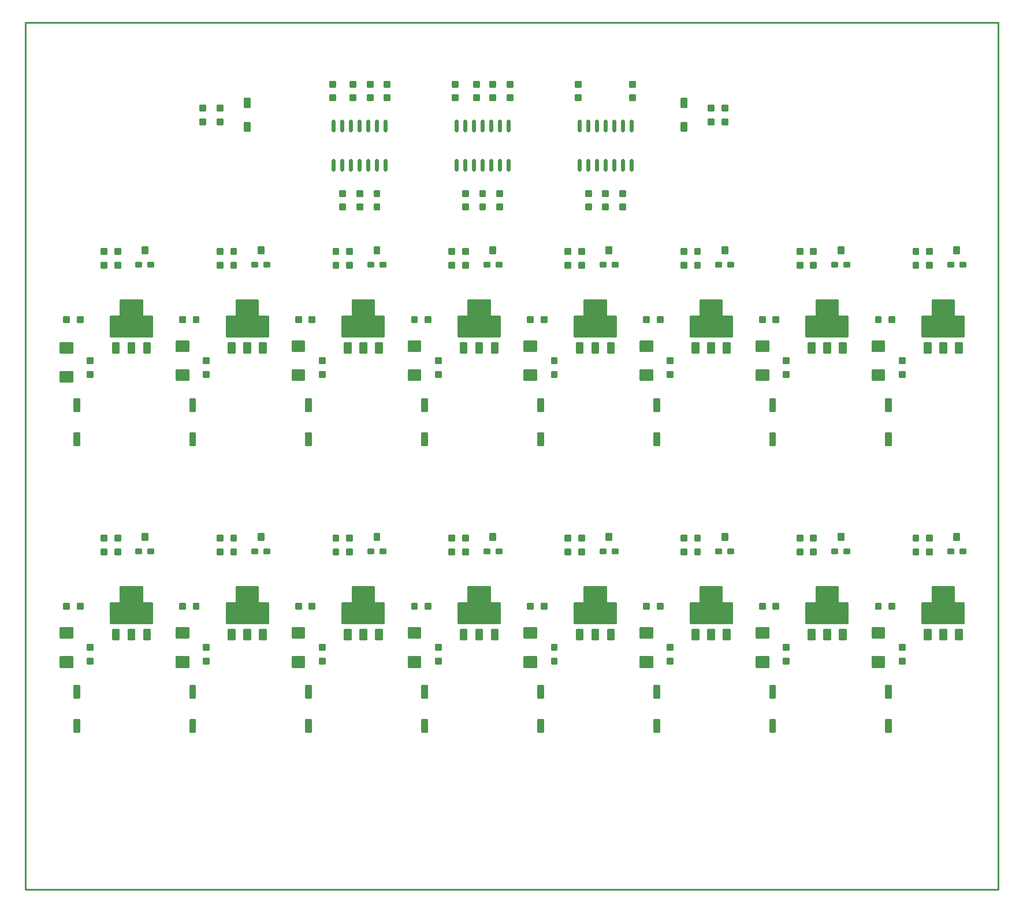
<source format=gbr>
*
*
G04 PADS Layout (Build Number 2005.266.2) generated Gerber (RS-274-X) file*
G04 PC Version=2.1*
*
%IN "cece_module_isoinput_10"*%
*
%MOMM*%
*
%FSLAX35Y35*%
*
*
*
*
G04 PC Standard Apertures*
*
*
G04 Thermal Relief Aperture macro.*
%AMTER*
1,1,$1,0,0*
1,0,$1-$2,0,0*
21,0,$3,$4,0,0,45*
21,0,$3,$4,0,0,135*
%
*
*
G04 Annular Aperture macro.*
%AMANN*
1,1,$1,0,0*
1,0,$2,0,0*
%
*
*
G04 Odd Aperture macro.*
%AMODD*
1,1,$1,0,0*
1,0,$1-0.005,0,0*
%
*
*
G04 PC Custom Aperture Macros*
*
*
*
*
*
*
G04 PC Aperture Table*
*
%ADD058C,0.254*%
%ADD104C,0.6096*%
*
*
*
*
G04 PC Custom Flashes*
G04 Layer Name cece_module_isoinput_10 - flashes*
%LPD*%
*
*
G04 PC Circuitry*
G04 Layer Name cece_module_isoinput_10 - circuitry*
%LPD*%
*
G54D58*
G01X29862700Y24262700D02*
Y24337300D01*
X29937300*
Y24262700*
X29862700*
X29937300*
X29862700Y24288100D02*
X29937300D01*
X29862700Y24313500D02*
X29937300D01*
X29870400Y24262700D02*
Y24337300D01*
X29895800Y24262700D02*
Y24337300D01*
X29921200Y24262700D02*
Y24337300D01*
X29862700Y24537300D02*
Y24462700D01*
X29937300*
Y24537300*
X29862700*
Y24462700D02*
X29937300D01*
X29862700Y24488100D02*
X29937300D01*
X29862700Y24513500D02*
X29937300D01*
X29870400Y24462700D02*
Y24537300D01*
X29895800Y24462700D02*
Y24537300D01*
X29921200Y24462700D02*
Y24537300D01*
X31662700Y24262700D02*
Y24337300D01*
X31737300*
Y24262700*
X31662700*
X31737300*
X31662700Y24288100D02*
X31737300D01*
X31662700Y24313500D02*
X31737300D01*
X31673800Y24262700D02*
Y24337300D01*
X31699200Y24262700D02*
Y24337300D01*
X31724600Y24262700D02*
Y24337300D01*
X31662700Y24537300D02*
Y24462700D01*
X31737300*
Y24537300*
X31662700*
Y24462700D02*
X31737300D01*
X31662700Y24488100D02*
X31737300D01*
X31662700Y24513500D02*
X31737300D01*
X31673800Y24462700D02*
Y24537300D01*
X31699200Y24462700D02*
Y24537300D01*
X31724600Y24462700D02*
Y24537300D01*
X33462700Y24262700D02*
Y24337300D01*
X33537300*
Y24262700*
X33462700*
X33537300*
X33462700Y24288100D02*
X33537300D01*
X33462700Y24313500D02*
X33537300D01*
X33477200Y24262700D02*
Y24337300D01*
X33502600Y24262700D02*
Y24337300D01*
X33528000Y24262700D02*
Y24337300D01*
X33462700Y24537300D02*
Y24462700D01*
X33537300*
Y24537300*
X33462700*
Y24462700D02*
X33537300D01*
X33462700Y24488100D02*
X33537300D01*
X33462700Y24513500D02*
X33537300D01*
X33477200Y24462700D02*
Y24537300D01*
X33502600Y24462700D02*
Y24537300D01*
X33528000Y24462700D02*
Y24537300D01*
X35687300Y23912700D02*
Y23987300D01*
X35612700*
Y23912700*
X35687300*
X35612700D02*
X35687300D01*
X35612700Y23938100D02*
X35687300D01*
X35612700Y23963500D02*
X35687300D01*
X35636200Y23912700D02*
Y23987300D01*
X35661600Y23912700D02*
Y23987300D01*
X35687000Y23912700D02*
Y23987300D01*
X35687300Y24187300D02*
Y24112700D01*
X35612700*
Y24187300*
X35687300*
X35612700Y24112700D02*
X35687300D01*
X35612700Y24138100D02*
X35687300D01*
X35612700Y24163500D02*
X35687300D01*
X35636200Y24112700D02*
Y24187300D01*
X35661600Y24112700D02*
Y24187300D01*
X35687000Y24112700D02*
Y24187300D01*
X35487300Y23912700D02*
Y23987300D01*
X35412700*
Y23912700*
X35487300*
X35412700D02*
X35487300D01*
X35412700Y23938100D02*
X35487300D01*
X35412700Y23963500D02*
X35487300D01*
X35433000Y23912700D02*
Y23987300D01*
X35458400Y23912700D02*
Y23987300D01*
X35483800Y23912700D02*
Y23987300D01*
X35487300Y24187300D02*
Y24112700D01*
X35412700*
Y24187300*
X35487300*
X35412700Y24112700D02*
X35487300D01*
X35412700Y24138100D02*
X35487300D01*
X35412700Y24163500D02*
X35487300D01*
X35433000Y24112700D02*
Y24187300D01*
X35458400Y24112700D02*
Y24187300D01*
X35483800Y24112700D02*
Y24187300D01*
X28287300Y23912700D02*
Y23987300D01*
X28212700*
Y23912700*
X28287300*
X28212700D02*
X28287300D01*
X28212700Y23938100D02*
X28287300D01*
X28212700Y23963500D02*
X28287300D01*
X28219400Y23912700D02*
Y23987300D01*
X28244800Y23912700D02*
Y23987300D01*
X28270200Y23912700D02*
Y23987300D01*
X28287300Y24187300D02*
Y24112700D01*
X28212700*
Y24187300*
X28287300*
X28212700Y24112700D02*
X28287300D01*
X28212700Y24138100D02*
X28287300D01*
X28212700Y24163500D02*
X28287300D01*
X28219400Y24112700D02*
Y24187300D01*
X28244800Y24112700D02*
Y24187300D01*
X28270200Y24112700D02*
Y24187300D01*
X28037300Y23912700D02*
Y23987300D01*
X27962700*
Y23912700*
X28037300*
X27962700D02*
X28037300D01*
X27962700Y23938100D02*
X28037300D01*
X27962700Y23963500D02*
X28037300D01*
X27965400Y23912700D02*
Y23987300D01*
X27990800Y23912700D02*
Y23987300D01*
X28016200Y23912700D02*
Y23987300D01*
X28037300Y24187300D02*
Y24112700D01*
X27962700*
Y24187300*
X28037300*
X27962700Y24112700D02*
X28037300D01*
X27962700Y24138100D02*
X28037300D01*
X27962700Y24163500D02*
X28037300D01*
X27965400Y24112700D02*
Y24187300D01*
X27990800Y24112700D02*
Y24187300D01*
X28016200Y24112700D02*
Y24187300D01*
X29487300Y15962700D02*
Y16112300D01*
X29312700*
Y15962700*
X29487300*
X29312700D02*
X29487300D01*
X29312700Y15988100D02*
X29487300D01*
X29312700Y16013500D02*
X29487300D01*
X29312700Y16038900D02*
X29487300D01*
X29312700Y16064300D02*
X29487300D01*
X29312700Y16089700D02*
X29487300D01*
X29337000Y15962700D02*
Y16112300D01*
X29362400Y15962700D02*
Y16112300D01*
X29387800Y15962700D02*
Y16112300D01*
X29413200Y15962700D02*
Y16112300D01*
X29438600Y15962700D02*
Y16112300D01*
X29464000Y15962700D02*
Y16112300D01*
X29487300Y16537300D02*
Y16387700D01*
X29312700*
Y16537300*
X29487300*
X29312700Y16387700D02*
X29487300D01*
X29312700Y16413100D02*
X29487300D01*
X29312700Y16438500D02*
X29487300D01*
X29312700Y16463900D02*
X29487300D01*
X29312700Y16489300D02*
X29487300D01*
X29312700Y16514700D02*
X29487300D01*
X29337000Y16387700D02*
Y16537300D01*
X29362400Y16387700D02*
Y16537300D01*
X29387800Y16387700D02*
Y16537300D01*
X29413200Y16387700D02*
Y16537300D01*
X29438600Y16387700D02*
Y16537300D01*
X29464000Y16387700D02*
Y16537300D01*
X29487300Y20162700D02*
Y20312300D01*
X29312700*
Y20162700*
X29487300*
X29312700D02*
X29487300D01*
X29312700Y20188100D02*
X29487300D01*
X29312700Y20213500D02*
X29487300D01*
X29312700Y20238900D02*
X29487300D01*
X29312700Y20264300D02*
X29487300D01*
X29312700Y20289700D02*
X29487300D01*
X29337000Y20162700D02*
Y20312300D01*
X29362400Y20162700D02*
Y20312300D01*
X29387800Y20162700D02*
Y20312300D01*
X29413200Y20162700D02*
Y20312300D01*
X29438600Y20162700D02*
Y20312300D01*
X29464000Y20162700D02*
Y20312300D01*
X29487300Y20737300D02*
Y20587700D01*
X29312700*
Y20737300*
X29487300*
X29312700Y20587700D02*
X29487300D01*
X29312700Y20613100D02*
X29487300D01*
X29312700Y20638500D02*
X29487300D01*
X29312700Y20663900D02*
X29487300D01*
X29312700Y20689300D02*
X29487300D01*
X29312700Y20714700D02*
X29487300D01*
X29337000Y20587700D02*
Y20737300D01*
X29362400Y20587700D02*
Y20737300D01*
X29387800Y20587700D02*
Y20737300D01*
X29413200Y20587700D02*
Y20737300D01*
X29438600Y20587700D02*
Y20737300D01*
X29464000Y20587700D02*
Y20737300D01*
X31187300Y15962700D02*
Y16112300D01*
X31012700*
Y15962700*
X31187300*
X31012700D02*
X31187300D01*
X31012700Y15988100D02*
X31187300D01*
X31012700Y16013500D02*
X31187300D01*
X31012700Y16038900D02*
X31187300D01*
X31012700Y16064300D02*
X31187300D01*
X31012700Y16089700D02*
X31187300D01*
X31013400Y15962700D02*
Y16112300D01*
X31038800Y15962700D02*
Y16112300D01*
X31064200Y15962700D02*
Y16112300D01*
X31089600Y15962700D02*
Y16112300D01*
X31115000Y15962700D02*
Y16112300D01*
X31140400Y15962700D02*
Y16112300D01*
X31165800Y15962700D02*
Y16112300D01*
X31187300Y16537300D02*
Y16387700D01*
X31012700*
Y16537300*
X31187300*
X31012700Y16387700D02*
X31187300D01*
X31012700Y16413100D02*
X31187300D01*
X31012700Y16438500D02*
X31187300D01*
X31012700Y16463900D02*
X31187300D01*
X31012700Y16489300D02*
X31187300D01*
X31012700Y16514700D02*
X31187300D01*
X31013400Y16387700D02*
Y16537300D01*
X31038800Y16387700D02*
Y16537300D01*
X31064200Y16387700D02*
Y16537300D01*
X31089600Y16387700D02*
Y16537300D01*
X31115000Y16387700D02*
Y16537300D01*
X31140400Y16387700D02*
Y16537300D01*
X31165800Y16387700D02*
Y16537300D01*
X31187300Y20162700D02*
Y20312300D01*
X31012700*
Y20162700*
X31187300*
X31012700D02*
X31187300D01*
X31012700Y20188100D02*
X31187300D01*
X31012700Y20213500D02*
X31187300D01*
X31012700Y20238900D02*
X31187300D01*
X31012700Y20264300D02*
X31187300D01*
X31012700Y20289700D02*
X31187300D01*
X31013400Y20162700D02*
Y20312300D01*
X31038800Y20162700D02*
Y20312300D01*
X31064200Y20162700D02*
Y20312300D01*
X31089600Y20162700D02*
Y20312300D01*
X31115000Y20162700D02*
Y20312300D01*
X31140400Y20162700D02*
Y20312300D01*
X31165800Y20162700D02*
Y20312300D01*
X31187300Y20737300D02*
Y20587700D01*
X31012700*
Y20737300*
X31187300*
X31012700Y20587700D02*
X31187300D01*
X31012700Y20613100D02*
X31187300D01*
X31012700Y20638500D02*
X31187300D01*
X31012700Y20663900D02*
X31187300D01*
X31012700Y20689300D02*
X31187300D01*
X31012700Y20714700D02*
X31187300D01*
X31013400Y20587700D02*
Y20737300D01*
X31038800Y20587700D02*
Y20737300D01*
X31064200Y20587700D02*
Y20737300D01*
X31089600Y20587700D02*
Y20737300D01*
X31115000Y20587700D02*
Y20737300D01*
X31140400Y20587700D02*
Y20737300D01*
X31165800Y20587700D02*
Y20737300D01*
X32887300Y15962700D02*
Y16112300D01*
X32712700*
Y15962700*
X32887300*
X32712700D02*
X32887300D01*
X32712700Y15988100D02*
X32887300D01*
X32712700Y16013500D02*
X32887300D01*
X32712700Y16038900D02*
X32887300D01*
X32712700Y16064300D02*
X32887300D01*
X32712700Y16089700D02*
X32887300D01*
X32715200Y15962700D02*
Y16112300D01*
X32740600Y15962700D02*
Y16112300D01*
X32766000Y15962700D02*
Y16112300D01*
X32791400Y15962700D02*
Y16112300D01*
X32816800Y15962700D02*
Y16112300D01*
X32842200Y15962700D02*
Y16112300D01*
X32867600Y15962700D02*
Y16112300D01*
X32887300Y16537300D02*
Y16387700D01*
X32712700*
Y16537300*
X32887300*
X32712700Y16387700D02*
X32887300D01*
X32712700Y16413100D02*
X32887300D01*
X32712700Y16438500D02*
X32887300D01*
X32712700Y16463900D02*
X32887300D01*
X32712700Y16489300D02*
X32887300D01*
X32712700Y16514700D02*
X32887300D01*
X32715200Y16387700D02*
Y16537300D01*
X32740600Y16387700D02*
Y16537300D01*
X32766000Y16387700D02*
Y16537300D01*
X32791400Y16387700D02*
Y16537300D01*
X32816800Y16387700D02*
Y16537300D01*
X32842200Y16387700D02*
Y16537300D01*
X32867600Y16387700D02*
Y16537300D01*
X32887300Y20162700D02*
Y20312300D01*
X32712700*
Y20162700*
X32887300*
X32712700D02*
X32887300D01*
X32712700Y20188100D02*
X32887300D01*
X32712700Y20213500D02*
X32887300D01*
X32712700Y20238900D02*
X32887300D01*
X32712700Y20264300D02*
X32887300D01*
X32712700Y20289700D02*
X32887300D01*
X32715200Y20162700D02*
Y20312300D01*
X32740600Y20162700D02*
Y20312300D01*
X32766000Y20162700D02*
Y20312300D01*
X32791400Y20162700D02*
Y20312300D01*
X32816800Y20162700D02*
Y20312300D01*
X32842200Y20162700D02*
Y20312300D01*
X32867600Y20162700D02*
Y20312300D01*
X32887300Y20737300D02*
Y20587700D01*
X32712700*
Y20737300*
X32887300*
X32712700Y20587700D02*
X32887300D01*
X32712700Y20613100D02*
X32887300D01*
X32712700Y20638500D02*
X32887300D01*
X32712700Y20663900D02*
X32887300D01*
X32712700Y20689300D02*
X32887300D01*
X32712700Y20714700D02*
X32887300D01*
X32715200Y20587700D02*
Y20737300D01*
X32740600Y20587700D02*
Y20737300D01*
X32766000Y20587700D02*
Y20737300D01*
X32791400Y20587700D02*
Y20737300D01*
X32816800Y20587700D02*
Y20737300D01*
X32842200Y20587700D02*
Y20737300D01*
X32867600Y20587700D02*
Y20737300D01*
X34587300Y15962700D02*
Y16112300D01*
X34412700*
Y15962700*
X34587300*
X34412700D02*
X34587300D01*
X34412700Y15988100D02*
X34587300D01*
X34412700Y16013500D02*
X34587300D01*
X34412700Y16038900D02*
X34587300D01*
X34412700Y16064300D02*
X34587300D01*
X34412700Y16089700D02*
X34587300D01*
X34417000Y15962700D02*
Y16112300D01*
X34442400Y15962700D02*
Y16112300D01*
X34467800Y15962700D02*
Y16112300D01*
X34493200Y15962700D02*
Y16112300D01*
X34518600Y15962700D02*
Y16112300D01*
X34544000Y15962700D02*
Y16112300D01*
X34569400Y15962700D02*
Y16112300D01*
X34587300Y16537300D02*
Y16387700D01*
X34412700*
Y16537300*
X34587300*
X34412700Y16387700D02*
X34587300D01*
X34412700Y16413100D02*
X34587300D01*
X34412700Y16438500D02*
X34587300D01*
X34412700Y16463900D02*
X34587300D01*
X34412700Y16489300D02*
X34587300D01*
X34412700Y16514700D02*
X34587300D01*
X34417000Y16387700D02*
Y16537300D01*
X34442400Y16387700D02*
Y16537300D01*
X34467800Y16387700D02*
Y16537300D01*
X34493200Y16387700D02*
Y16537300D01*
X34518600Y16387700D02*
Y16537300D01*
X34544000Y16387700D02*
Y16537300D01*
X34569400Y16387700D02*
Y16537300D01*
X34587300Y20162700D02*
Y20312300D01*
X34412700*
Y20162700*
X34587300*
X34412700D02*
X34587300D01*
X34412700Y20188100D02*
X34587300D01*
X34412700Y20213500D02*
X34587300D01*
X34412700Y20238900D02*
X34587300D01*
X34412700Y20264300D02*
X34587300D01*
X34412700Y20289700D02*
X34587300D01*
X34417000Y20162700D02*
Y20312300D01*
X34442400Y20162700D02*
Y20312300D01*
X34467800Y20162700D02*
Y20312300D01*
X34493200Y20162700D02*
Y20312300D01*
X34518600Y20162700D02*
Y20312300D01*
X34544000Y20162700D02*
Y20312300D01*
X34569400Y20162700D02*
Y20312300D01*
X34587300Y20737300D02*
Y20587700D01*
X34412700*
Y20737300*
X34587300*
X34412700Y20587700D02*
X34587300D01*
X34412700Y20613100D02*
X34587300D01*
X34412700Y20638500D02*
X34587300D01*
X34412700Y20663900D02*
X34587300D01*
X34412700Y20689300D02*
X34587300D01*
X34412700Y20714700D02*
X34587300D01*
X34417000Y20587700D02*
Y20737300D01*
X34442400Y20587700D02*
Y20737300D01*
X34467800Y20587700D02*
Y20737300D01*
X34493200Y20587700D02*
Y20737300D01*
X34518600Y20587700D02*
Y20737300D01*
X34544000Y20587700D02*
Y20737300D01*
X34569400Y20587700D02*
Y20737300D01*
X36287300Y15962700D02*
Y16112300D01*
X36112700*
Y15962700*
X36287300*
X36112700D02*
X36287300D01*
X36112700Y15988100D02*
X36287300D01*
X36112700Y16013500D02*
X36287300D01*
X36112700Y16038900D02*
X36287300D01*
X36112700Y16064300D02*
X36287300D01*
X36112700Y16089700D02*
X36287300D01*
X36118800Y15962700D02*
Y16112300D01*
X36144200Y15962700D02*
Y16112300D01*
X36169600Y15962700D02*
Y16112300D01*
X36195000Y15962700D02*
Y16112300D01*
X36220400Y15962700D02*
Y16112300D01*
X36245800Y15962700D02*
Y16112300D01*
X36271200Y15962700D02*
Y16112300D01*
X36287300Y16537300D02*
Y16387700D01*
X36112700*
Y16537300*
X36287300*
X36112700Y16387700D02*
X36287300D01*
X36112700Y16413100D02*
X36287300D01*
X36112700Y16438500D02*
X36287300D01*
X36112700Y16463900D02*
X36287300D01*
X36112700Y16489300D02*
X36287300D01*
X36112700Y16514700D02*
X36287300D01*
X36118800Y16387700D02*
Y16537300D01*
X36144200Y16387700D02*
Y16537300D01*
X36169600Y16387700D02*
Y16537300D01*
X36195000Y16387700D02*
Y16537300D01*
X36220400Y16387700D02*
Y16537300D01*
X36245800Y16387700D02*
Y16537300D01*
X36271200Y16387700D02*
Y16537300D01*
X36287300Y20162700D02*
Y20312300D01*
X36112700*
Y20162700*
X36287300*
X36112700D02*
X36287300D01*
X36112700Y20188100D02*
X36287300D01*
X36112700Y20213500D02*
X36287300D01*
X36112700Y20238900D02*
X36287300D01*
X36112700Y20264300D02*
X36287300D01*
X36112700Y20289700D02*
X36287300D01*
X36118800Y20162700D02*
Y20312300D01*
X36144200Y20162700D02*
Y20312300D01*
X36169600Y20162700D02*
Y20312300D01*
X36195000Y20162700D02*
Y20312300D01*
X36220400Y20162700D02*
Y20312300D01*
X36245800Y20162700D02*
Y20312300D01*
X36271200Y20162700D02*
Y20312300D01*
X36287300Y20737300D02*
Y20587700D01*
X36112700*
Y20737300*
X36287300*
X36112700Y20587700D02*
X36287300D01*
X36112700Y20613100D02*
X36287300D01*
X36112700Y20638500D02*
X36287300D01*
X36112700Y20663900D02*
X36287300D01*
X36112700Y20689300D02*
X36287300D01*
X36112700Y20714700D02*
X36287300D01*
X36118800Y20587700D02*
Y20737300D01*
X36144200Y20587700D02*
Y20737300D01*
X36169600Y20587700D02*
Y20737300D01*
X36195000Y20587700D02*
Y20737300D01*
X36220400Y20587700D02*
Y20737300D01*
X36245800Y20587700D02*
Y20737300D01*
X36271200Y20587700D02*
Y20737300D01*
X26087300Y15962700D02*
Y16112300D01*
X25912700*
Y15962700*
X26087300*
X25912700D02*
X26087300D01*
X25912700Y15988100D02*
X26087300D01*
X25912700Y16013500D02*
X26087300D01*
X25912700Y16038900D02*
X26087300D01*
X25912700Y16064300D02*
X26087300D01*
X25912700Y16089700D02*
X26087300D01*
X25933400Y15962700D02*
Y16112300D01*
X25958800Y15962700D02*
Y16112300D01*
X25984200Y15962700D02*
Y16112300D01*
X26009600Y15962700D02*
Y16112300D01*
X26035000Y15962700D02*
Y16112300D01*
X26060400Y15962700D02*
Y16112300D01*
X26085800Y15962700D02*
Y16112300D01*
X26087300Y16537300D02*
Y16387700D01*
X25912700*
Y16537300*
X26087300*
X25912700Y16387700D02*
X26087300D01*
X25912700Y16413100D02*
X26087300D01*
X25912700Y16438500D02*
X26087300D01*
X25912700Y16463900D02*
X26087300D01*
X25912700Y16489300D02*
X26087300D01*
X25912700Y16514700D02*
X26087300D01*
X25933400Y16387700D02*
Y16537300D01*
X25958800Y16387700D02*
Y16537300D01*
X25984200Y16387700D02*
Y16537300D01*
X26009600Y16387700D02*
Y16537300D01*
X26035000Y16387700D02*
Y16537300D01*
X26060400Y16387700D02*
Y16537300D01*
X26085800Y16387700D02*
Y16537300D01*
X37987300Y15962700D02*
Y16112300D01*
X37812700*
Y15962700*
X37987300*
X37812700D02*
X37987300D01*
X37812700Y15988100D02*
X37987300D01*
X37812700Y16013500D02*
X37987300D01*
X37812700Y16038900D02*
X37987300D01*
X37812700Y16064300D02*
X37987300D01*
X37812700Y16089700D02*
X37987300D01*
X37820600Y15962700D02*
Y16112300D01*
X37846000Y15962700D02*
Y16112300D01*
X37871400Y15962700D02*
Y16112300D01*
X37896800Y15962700D02*
Y16112300D01*
X37922200Y15962700D02*
Y16112300D01*
X37947600Y15962700D02*
Y16112300D01*
X37973000Y15962700D02*
Y16112300D01*
X37987300Y16537300D02*
Y16387700D01*
X37812700*
Y16537300*
X37987300*
X37812700Y16387700D02*
X37987300D01*
X37812700Y16413100D02*
X37987300D01*
X37812700Y16438500D02*
X37987300D01*
X37812700Y16463900D02*
X37987300D01*
X37812700Y16489300D02*
X37987300D01*
X37812700Y16514700D02*
X37987300D01*
X37820600Y16387700D02*
Y16537300D01*
X37846000Y16387700D02*
Y16537300D01*
X37871400Y16387700D02*
Y16537300D01*
X37896800Y16387700D02*
Y16537300D01*
X37922200Y16387700D02*
Y16537300D01*
X37947600Y16387700D02*
Y16537300D01*
X37973000Y16387700D02*
Y16537300D01*
X37987300Y20162700D02*
Y20312300D01*
X37812700*
Y20162700*
X37987300*
X37812700D02*
X37987300D01*
X37812700Y20188100D02*
X37987300D01*
X37812700Y20213500D02*
X37987300D01*
X37812700Y20238900D02*
X37987300D01*
X37812700Y20264300D02*
X37987300D01*
X37812700Y20289700D02*
X37987300D01*
X37820600Y20162700D02*
Y20312300D01*
X37846000Y20162700D02*
Y20312300D01*
X37871400Y20162700D02*
Y20312300D01*
X37896800Y20162700D02*
Y20312300D01*
X37922200Y20162700D02*
Y20312300D01*
X37947600Y20162700D02*
Y20312300D01*
X37973000Y20162700D02*
Y20312300D01*
X37987300Y20737300D02*
Y20587700D01*
X37812700*
Y20737300*
X37987300*
X37812700Y20587700D02*
X37987300D01*
X37812700Y20613100D02*
X37987300D01*
X37812700Y20638500D02*
X37987300D01*
X37812700Y20663900D02*
X37987300D01*
X37812700Y20689300D02*
X37987300D01*
X37812700Y20714700D02*
X37987300D01*
X37820600Y20587700D02*
Y20737300D01*
X37846000Y20587700D02*
Y20737300D01*
X37871400Y20587700D02*
Y20737300D01*
X37896800Y20587700D02*
Y20737300D01*
X37922200Y20587700D02*
Y20737300D01*
X37947600Y20587700D02*
Y20737300D01*
X37973000Y20587700D02*
Y20737300D01*
X26087300Y20137700D02*
Y20287300D01*
X25912700*
Y20137700*
X26087300*
X25912700D02*
X26087300D01*
X25912700Y20163100D02*
X26087300D01*
X25912700Y20188500D02*
X26087300D01*
X25912700Y20213900D02*
X26087300D01*
X25912700Y20239300D02*
X26087300D01*
X25912700Y20264700D02*
X26087300D01*
X25933400Y20137700D02*
Y20287300D01*
X25958800Y20137700D02*
Y20287300D01*
X25984200Y20137700D02*
Y20287300D01*
X26009600Y20137700D02*
Y20287300D01*
X26035000Y20137700D02*
Y20287300D01*
X26060400Y20137700D02*
Y20287300D01*
X26085800Y20137700D02*
Y20287300D01*
X26087300Y20712300D02*
Y20562700D01*
X25912700*
Y20712300*
X26087300*
X25912700Y20562700D02*
X26087300D01*
X25912700Y20588100D02*
X26087300D01*
X25912700Y20613500D02*
X26087300D01*
X25912700Y20638900D02*
X26087300D01*
X25912700Y20664300D02*
X26087300D01*
X25912700Y20689700D02*
X26087300D01*
X25933400Y20562700D02*
Y20712300D01*
X25958800Y20562700D02*
Y20712300D01*
X25984200Y20562700D02*
Y20712300D01*
X26009600Y20562700D02*
Y20712300D01*
X26035000Y20562700D02*
Y20712300D01*
X26060400Y20562700D02*
Y20712300D01*
X26085800Y20562700D02*
Y20712300D01*
X27787300Y15962700D02*
Y16112300D01*
X27612700*
Y15962700*
X27787300*
X27612700D02*
X27787300D01*
X27612700Y15988100D02*
X27787300D01*
X27612700Y16013500D02*
X27787300D01*
X27612700Y16038900D02*
X27787300D01*
X27612700Y16064300D02*
X27787300D01*
X27612700Y16089700D02*
X27787300D01*
X27635200Y15962700D02*
Y16112300D01*
X27660600Y15962700D02*
Y16112300D01*
X27686000Y15962700D02*
Y16112300D01*
X27711400Y15962700D02*
Y16112300D01*
X27736800Y15962700D02*
Y16112300D01*
X27762200Y15962700D02*
Y16112300D01*
X27787300Y16537300D02*
Y16387700D01*
X27612700*
Y16537300*
X27787300*
X27612700Y16387700D02*
X27787300D01*
X27612700Y16413100D02*
X27787300D01*
X27612700Y16438500D02*
X27787300D01*
X27612700Y16463900D02*
X27787300D01*
X27612700Y16489300D02*
X27787300D01*
X27612700Y16514700D02*
X27787300D01*
X27635200Y16387700D02*
Y16537300D01*
X27660600Y16387700D02*
Y16537300D01*
X27686000Y16387700D02*
Y16537300D01*
X27711400Y16387700D02*
Y16537300D01*
X27736800Y16387700D02*
Y16537300D01*
X27762200Y16387700D02*
Y16537300D01*
X27787300Y20162700D02*
Y20312300D01*
X27612700*
Y20162700*
X27787300*
X27612700D02*
X27787300D01*
X27612700Y20188100D02*
X27787300D01*
X27612700Y20213500D02*
X27787300D01*
X27612700Y20238900D02*
X27787300D01*
X27612700Y20264300D02*
X27787300D01*
X27612700Y20289700D02*
X27787300D01*
X27635200Y20162700D02*
Y20312300D01*
X27660600Y20162700D02*
Y20312300D01*
X27686000Y20162700D02*
Y20312300D01*
X27711400Y20162700D02*
Y20312300D01*
X27736800Y20162700D02*
Y20312300D01*
X27762200Y20162700D02*
Y20312300D01*
X27787300Y20737300D02*
Y20587700D01*
X27612700*
Y20737300*
X27787300*
X27612700Y20587700D02*
X27787300D01*
X27612700Y20613100D02*
X27787300D01*
X27612700Y20638500D02*
X27787300D01*
X27612700Y20663900D02*
X27787300D01*
X27612700Y20689300D02*
X27787300D01*
X27612700Y20714700D02*
X27787300D01*
X27635200Y20587700D02*
Y20737300D01*
X27660600Y20587700D02*
Y20737300D01*
X27686000Y20587700D02*
Y20737300D01*
X27711400Y20587700D02*
Y20737300D01*
X27736800Y20587700D02*
Y20737300D01*
X27762200Y20587700D02*
Y20737300D01*
X26187300Y15012700D02*
Y15187300D01*
X26112700*
Y15012700*
X26187300*
X26112700D02*
X26187300D01*
X26112700Y15038100D02*
X26187300D01*
X26112700Y15063500D02*
X26187300D01*
X26112700Y15088900D02*
X26187300D01*
X26112700Y15114300D02*
X26187300D01*
X26112700Y15139700D02*
X26187300D01*
X26112700Y15165100D02*
X26187300D01*
X26136600Y15012700D02*
Y15187300D01*
X26162000Y15012700D02*
Y15187300D01*
X26187300Y15687300D02*
Y15512700D01*
X26112700*
Y15687300*
X26187300*
X26112700Y15512700D02*
X26187300D01*
X26112700Y15538100D02*
X26187300D01*
X26112700Y15563500D02*
X26187300D01*
X26112700Y15588900D02*
X26187300D01*
X26112700Y15614300D02*
X26187300D01*
X26112700Y15639700D02*
X26187300D01*
X26112700Y15665100D02*
X26187300D01*
X26136600Y15512700D02*
Y15687300D01*
X26162000Y15512700D02*
Y15687300D01*
X32987300Y19212700D02*
Y19387300D01*
X32912700*
Y19212700*
X32987300*
X32912700D02*
X32987300D01*
X32912700Y19238100D02*
X32987300D01*
X32912700Y19263500D02*
X32987300D01*
X32912700Y19288900D02*
X32987300D01*
X32912700Y19314300D02*
X32987300D01*
X32912700Y19339700D02*
X32987300D01*
X32912700Y19365100D02*
X32987300D01*
X32918400Y19212700D02*
Y19387300D01*
X32943800Y19212700D02*
Y19387300D01*
X32969200Y19212700D02*
Y19387300D01*
X32987300Y19887300D02*
Y19712700D01*
X32912700*
Y19887300*
X32987300*
X32912700Y19712700D02*
X32987300D01*
X32912700Y19738100D02*
X32987300D01*
X32912700Y19763500D02*
X32987300D01*
X32912700Y19788900D02*
X32987300D01*
X32912700Y19814300D02*
X32987300D01*
X32912700Y19839700D02*
X32987300D01*
X32912700Y19865100D02*
X32987300D01*
X32918400Y19712700D02*
Y19887300D01*
X32943800Y19712700D02*
Y19887300D01*
X32969200Y19712700D02*
Y19887300D01*
X34687300Y15012700D02*
Y15187300D01*
X34612700*
Y15012700*
X34687300*
X34612700D02*
X34687300D01*
X34612700Y15038100D02*
X34687300D01*
X34612700Y15063500D02*
X34687300D01*
X34612700Y15088900D02*
X34687300D01*
X34612700Y15114300D02*
X34687300D01*
X34612700Y15139700D02*
X34687300D01*
X34612700Y15165100D02*
X34687300D01*
X34620200Y15012700D02*
Y15187300D01*
X34645600Y15012700D02*
Y15187300D01*
X34671000Y15012700D02*
Y15187300D01*
X34687300Y15687300D02*
Y15512700D01*
X34612700*
Y15687300*
X34687300*
X34612700Y15512700D02*
X34687300D01*
X34612700Y15538100D02*
X34687300D01*
X34612700Y15563500D02*
X34687300D01*
X34612700Y15588900D02*
X34687300D01*
X34612700Y15614300D02*
X34687300D01*
X34612700Y15639700D02*
X34687300D01*
X34612700Y15665100D02*
X34687300D01*
X34620200Y15512700D02*
Y15687300D01*
X34645600Y15512700D02*
Y15687300D01*
X34671000Y15512700D02*
Y15687300D01*
X34687300Y19212700D02*
Y19387300D01*
X34612700*
Y19212700*
X34687300*
X34612700D02*
X34687300D01*
X34612700Y19238100D02*
X34687300D01*
X34612700Y19263500D02*
X34687300D01*
X34612700Y19288900D02*
X34687300D01*
X34612700Y19314300D02*
X34687300D01*
X34612700Y19339700D02*
X34687300D01*
X34612700Y19365100D02*
X34687300D01*
X34620200Y19212700D02*
Y19387300D01*
X34645600Y19212700D02*
Y19387300D01*
X34671000Y19212700D02*
Y19387300D01*
X34687300Y19887300D02*
Y19712700D01*
X34612700*
Y19887300*
X34687300*
X34612700Y19712700D02*
X34687300D01*
X34612700Y19738100D02*
X34687300D01*
X34612700Y19763500D02*
X34687300D01*
X34612700Y19788900D02*
X34687300D01*
X34612700Y19814300D02*
X34687300D01*
X34612700Y19839700D02*
X34687300D01*
X34612700Y19865100D02*
X34687300D01*
X34620200Y19712700D02*
Y19887300D01*
X34645600Y19712700D02*
Y19887300D01*
X34671000Y19712700D02*
Y19887300D01*
X36387300Y15012700D02*
Y15187300D01*
X36312700*
Y15012700*
X36387300*
X36312700D02*
X36387300D01*
X36312700Y15038100D02*
X36387300D01*
X36312700Y15063500D02*
X36387300D01*
X36312700Y15088900D02*
X36387300D01*
X36312700Y15114300D02*
X36387300D01*
X36312700Y15139700D02*
X36387300D01*
X36312700Y15165100D02*
X36387300D01*
X36322000Y15012700D02*
Y15187300D01*
X36347400Y15012700D02*
Y15187300D01*
X36372800Y15012700D02*
Y15187300D01*
X36387300Y15687300D02*
Y15512700D01*
X36312700*
Y15687300*
X36387300*
X36312700Y15512700D02*
X36387300D01*
X36312700Y15538100D02*
X36387300D01*
X36312700Y15563500D02*
X36387300D01*
X36312700Y15588900D02*
X36387300D01*
X36312700Y15614300D02*
X36387300D01*
X36312700Y15639700D02*
X36387300D01*
X36312700Y15665100D02*
X36387300D01*
X36322000Y15512700D02*
Y15687300D01*
X36347400Y15512700D02*
Y15687300D01*
X36372800Y15512700D02*
Y15687300D01*
X36387300Y19212700D02*
Y19387300D01*
X36312700*
Y19212700*
X36387300*
X36312700D02*
X36387300D01*
X36312700Y19238100D02*
X36387300D01*
X36312700Y19263500D02*
X36387300D01*
X36312700Y19288900D02*
X36387300D01*
X36312700Y19314300D02*
X36387300D01*
X36312700Y19339700D02*
X36387300D01*
X36312700Y19365100D02*
X36387300D01*
X36322000Y19212700D02*
Y19387300D01*
X36347400Y19212700D02*
Y19387300D01*
X36372800Y19212700D02*
Y19387300D01*
X36387300Y19887300D02*
Y19712700D01*
X36312700*
Y19887300*
X36387300*
X36312700Y19712700D02*
X36387300D01*
X36312700Y19738100D02*
X36387300D01*
X36312700Y19763500D02*
X36387300D01*
X36312700Y19788900D02*
X36387300D01*
X36312700Y19814300D02*
X36387300D01*
X36312700Y19839700D02*
X36387300D01*
X36312700Y19865100D02*
X36387300D01*
X36322000Y19712700D02*
Y19887300D01*
X36347400Y19712700D02*
Y19887300D01*
X36372800Y19712700D02*
Y19887300D01*
X38087300Y15012700D02*
Y15187300D01*
X38012700*
Y15012700*
X38087300*
X38012700D02*
X38087300D01*
X38012700Y15038100D02*
X38087300D01*
X38012700Y15063500D02*
X38087300D01*
X38012700Y15088900D02*
X38087300D01*
X38012700Y15114300D02*
X38087300D01*
X38012700Y15139700D02*
X38087300D01*
X38012700Y15165100D02*
X38087300D01*
X38023800Y15012700D02*
Y15187300D01*
X38049200Y15012700D02*
Y15187300D01*
X38074600Y15012700D02*
Y15187300D01*
X38087300Y15687300D02*
Y15512700D01*
X38012700*
Y15687300*
X38087300*
X38012700Y15512700D02*
X38087300D01*
X38012700Y15538100D02*
X38087300D01*
X38012700Y15563500D02*
X38087300D01*
X38012700Y15588900D02*
X38087300D01*
X38012700Y15614300D02*
X38087300D01*
X38012700Y15639700D02*
X38087300D01*
X38012700Y15665100D02*
X38087300D01*
X38023800Y15512700D02*
Y15687300D01*
X38049200Y15512700D02*
Y15687300D01*
X38074600Y15512700D02*
Y15687300D01*
X38087300Y19212700D02*
Y19387300D01*
X38012700*
Y19212700*
X38087300*
X38012700D02*
X38087300D01*
X38012700Y19238100D02*
X38087300D01*
X38012700Y19263500D02*
X38087300D01*
X38012700Y19288900D02*
X38087300D01*
X38012700Y19314300D02*
X38087300D01*
X38012700Y19339700D02*
X38087300D01*
X38012700Y19365100D02*
X38087300D01*
X38023800Y19212700D02*
Y19387300D01*
X38049200Y19212700D02*
Y19387300D01*
X38074600Y19212700D02*
Y19387300D01*
X38087300Y19887300D02*
Y19712700D01*
X38012700*
Y19887300*
X38087300*
X38012700Y19712700D02*
X38087300D01*
X38012700Y19738100D02*
X38087300D01*
X38012700Y19763500D02*
X38087300D01*
X38012700Y19788900D02*
X38087300D01*
X38012700Y19814300D02*
X38087300D01*
X38012700Y19839700D02*
X38087300D01*
X38012700Y19865100D02*
X38087300D01*
X38023800Y19712700D02*
Y19887300D01*
X38049200Y19712700D02*
Y19887300D01*
X38074600Y19712700D02*
Y19887300D01*
X28612700Y23812700D02*
Y23937300D01*
X28687300*
Y23812700*
X28612700*
X28687300*
X28612700Y23838100D02*
X28687300D01*
X28612700Y23863500D02*
X28687300D01*
X28612700Y23888900D02*
X28687300D01*
X28612700Y23914300D02*
X28687300D01*
X28625800Y23812700D02*
Y23937300D01*
X28651200Y23812700D02*
Y23937300D01*
X28676600Y23812700D02*
Y23937300D01*
X28612700Y24287300D02*
Y24162700D01*
X28687300*
Y24287300*
X28612700*
Y24162700D02*
X28687300D01*
X28612700Y24188100D02*
X28687300D01*
X28612700Y24213500D02*
X28687300D01*
X28612700Y24238900D02*
X28687300D01*
X28612700Y24264300D02*
X28687300D01*
X28625800Y24162700D02*
Y24287300D01*
X28651200Y24162700D02*
Y24287300D01*
X28676600Y24162700D02*
Y24287300D01*
X35012700Y23812700D02*
Y23937300D01*
X35087300*
Y23812700*
X35012700*
X35087300*
X35012700Y23838100D02*
X35087300D01*
X35012700Y23863500D02*
X35087300D01*
X35012700Y23888900D02*
X35087300D01*
X35012700Y23914300D02*
X35087300D01*
X35026600Y23812700D02*
Y23937300D01*
X35052000Y23812700D02*
Y23937300D01*
X35077400Y23812700D02*
Y23937300D01*
X35012700Y24287300D02*
Y24162700D01*
X35087300*
Y24287300*
X35012700*
Y24162700D02*
X35087300D01*
X35012700Y24188100D02*
X35087300D01*
X35012700Y24213500D02*
X35087300D01*
X35012700Y24238900D02*
X35087300D01*
X35012700Y24264300D02*
X35087300D01*
X35026600Y24162700D02*
Y24287300D01*
X35052000Y24162700D02*
Y24287300D01*
X35077400Y24162700D02*
Y24287300D01*
X26187300Y19212700D02*
Y19387300D01*
X26112700*
Y19212700*
X26187300*
X26112700D02*
X26187300D01*
X26112700Y19238100D02*
X26187300D01*
X26112700Y19263500D02*
X26187300D01*
X26112700Y19288900D02*
X26187300D01*
X26112700Y19314300D02*
X26187300D01*
X26112700Y19339700D02*
X26187300D01*
X26112700Y19365100D02*
X26187300D01*
X26136600Y19212700D02*
Y19387300D01*
X26162000Y19212700D02*
Y19387300D01*
X26187300Y19887300D02*
Y19712700D01*
X26112700*
Y19887300*
X26187300*
X26112700Y19712700D02*
X26187300D01*
X26112700Y19738100D02*
X26187300D01*
X26112700Y19763500D02*
X26187300D01*
X26112700Y19788900D02*
X26187300D01*
X26112700Y19814300D02*
X26187300D01*
X26112700Y19839700D02*
X26187300D01*
X26112700Y19865100D02*
X26187300D01*
X26136600Y19712700D02*
Y19887300D01*
X26162000Y19712700D02*
Y19887300D01*
X27887300Y15012700D02*
Y15187300D01*
X27812700*
Y15012700*
X27887300*
X27812700D02*
X27887300D01*
X27812700Y15038100D02*
X27887300D01*
X27812700Y15063500D02*
X27887300D01*
X27812700Y15088900D02*
X27887300D01*
X27812700Y15114300D02*
X27887300D01*
X27812700Y15139700D02*
X27887300D01*
X27812700Y15165100D02*
X27887300D01*
X27813000Y15012700D02*
Y15187300D01*
X27838400Y15012700D02*
Y15187300D01*
X27863800Y15012700D02*
Y15187300D01*
X27887300Y15687300D02*
Y15512700D01*
X27812700*
Y15687300*
X27887300*
X27812700Y15512700D02*
X27887300D01*
X27812700Y15538100D02*
X27887300D01*
X27812700Y15563500D02*
X27887300D01*
X27812700Y15588900D02*
X27887300D01*
X27812700Y15614300D02*
X27887300D01*
X27812700Y15639700D02*
X27887300D01*
X27812700Y15665100D02*
X27887300D01*
X27813000Y15512700D02*
Y15687300D01*
X27838400Y15512700D02*
Y15687300D01*
X27863800Y15512700D02*
Y15687300D01*
X27887300Y19212700D02*
Y19387300D01*
X27812700*
Y19212700*
X27887300*
X27812700D02*
X27887300D01*
X27812700Y19238100D02*
X27887300D01*
X27812700Y19263500D02*
X27887300D01*
X27812700Y19288900D02*
X27887300D01*
X27812700Y19314300D02*
X27887300D01*
X27812700Y19339700D02*
X27887300D01*
X27812700Y19365100D02*
X27887300D01*
X27813000Y19212700D02*
Y19387300D01*
X27838400Y19212700D02*
Y19387300D01*
X27863800Y19212700D02*
Y19387300D01*
X27887300Y19887300D02*
Y19712700D01*
X27812700*
Y19887300*
X27887300*
X27812700Y19712700D02*
X27887300D01*
X27812700Y19738100D02*
X27887300D01*
X27812700Y19763500D02*
X27887300D01*
X27812700Y19788900D02*
X27887300D01*
X27812700Y19814300D02*
X27887300D01*
X27812700Y19839700D02*
X27887300D01*
X27812700Y19865100D02*
X27887300D01*
X27813000Y19712700D02*
Y19887300D01*
X27838400Y19712700D02*
Y19887300D01*
X27863800Y19712700D02*
Y19887300D01*
X29587300Y15012700D02*
Y15187300D01*
X29512700*
Y15012700*
X29587300*
X29512700D02*
X29587300D01*
X29512700Y15038100D02*
X29587300D01*
X29512700Y15063500D02*
X29587300D01*
X29512700Y15088900D02*
X29587300D01*
X29512700Y15114300D02*
X29587300D01*
X29512700Y15139700D02*
X29587300D01*
X29512700Y15165100D02*
X29587300D01*
X29514800Y15012700D02*
Y15187300D01*
X29540200Y15012700D02*
Y15187300D01*
X29565600Y15012700D02*
Y15187300D01*
X29587300Y15687300D02*
Y15512700D01*
X29512700*
Y15687300*
X29587300*
X29512700Y15512700D02*
X29587300D01*
X29512700Y15538100D02*
X29587300D01*
X29512700Y15563500D02*
X29587300D01*
X29512700Y15588900D02*
X29587300D01*
X29512700Y15614300D02*
X29587300D01*
X29512700Y15639700D02*
X29587300D01*
X29512700Y15665100D02*
X29587300D01*
X29514800Y15512700D02*
Y15687300D01*
X29540200Y15512700D02*
Y15687300D01*
X29565600Y15512700D02*
Y15687300D01*
X29587300Y19212700D02*
Y19387300D01*
X29512700*
Y19212700*
X29587300*
X29512700D02*
X29587300D01*
X29512700Y19238100D02*
X29587300D01*
X29512700Y19263500D02*
X29587300D01*
X29512700Y19288900D02*
X29587300D01*
X29512700Y19314300D02*
X29587300D01*
X29512700Y19339700D02*
X29587300D01*
X29512700Y19365100D02*
X29587300D01*
X29514800Y19212700D02*
Y19387300D01*
X29540200Y19212700D02*
Y19387300D01*
X29565600Y19212700D02*
Y19387300D01*
X29587300Y19887300D02*
Y19712700D01*
X29512700*
Y19887300*
X29587300*
X29512700Y19712700D02*
X29587300D01*
X29512700Y19738100D02*
X29587300D01*
X29512700Y19763500D02*
X29587300D01*
X29512700Y19788900D02*
X29587300D01*
X29512700Y19814300D02*
X29587300D01*
X29512700Y19839700D02*
X29587300D01*
X29512700Y19865100D02*
X29587300D01*
X29514800Y19712700D02*
Y19887300D01*
X29540200Y19712700D02*
Y19887300D01*
X29565600Y19712700D02*
Y19887300D01*
X31287300Y15012700D02*
Y15187300D01*
X31212700*
Y15012700*
X31287300*
X31212700D02*
X31287300D01*
X31212700Y15038100D02*
X31287300D01*
X31212700Y15063500D02*
X31287300D01*
X31212700Y15088900D02*
X31287300D01*
X31212700Y15114300D02*
X31287300D01*
X31212700Y15139700D02*
X31287300D01*
X31212700Y15165100D02*
X31287300D01*
X31216600Y15012700D02*
Y15187300D01*
X31242000Y15012700D02*
Y15187300D01*
X31267400Y15012700D02*
Y15187300D01*
X31287300Y15687300D02*
Y15512700D01*
X31212700*
Y15687300*
X31287300*
X31212700Y15512700D02*
X31287300D01*
X31212700Y15538100D02*
X31287300D01*
X31212700Y15563500D02*
X31287300D01*
X31212700Y15588900D02*
X31287300D01*
X31212700Y15614300D02*
X31287300D01*
X31212700Y15639700D02*
X31287300D01*
X31212700Y15665100D02*
X31287300D01*
X31216600Y15512700D02*
Y15687300D01*
X31242000Y15512700D02*
Y15687300D01*
X31267400Y15512700D02*
Y15687300D01*
X31287300Y19212700D02*
Y19387300D01*
X31212700*
Y19212700*
X31287300*
X31212700D02*
X31287300D01*
X31212700Y19238100D02*
X31287300D01*
X31212700Y19263500D02*
X31287300D01*
X31212700Y19288900D02*
X31287300D01*
X31212700Y19314300D02*
X31287300D01*
X31212700Y19339700D02*
X31287300D01*
X31212700Y19365100D02*
X31287300D01*
X31216600Y19212700D02*
Y19387300D01*
X31242000Y19212700D02*
Y19387300D01*
X31267400Y19212700D02*
Y19387300D01*
X31287300Y19887300D02*
Y19712700D01*
X31212700*
Y19887300*
X31287300*
X31212700Y19712700D02*
X31287300D01*
X31212700Y19738100D02*
X31287300D01*
X31212700Y19763500D02*
X31287300D01*
X31212700Y19788900D02*
X31287300D01*
X31212700Y19814300D02*
X31287300D01*
X31212700Y19839700D02*
X31287300D01*
X31212700Y19865100D02*
X31287300D01*
X31216600Y19712700D02*
Y19887300D01*
X31242000Y19712700D02*
Y19887300D01*
X31267400Y19712700D02*
Y19887300D01*
X32987300Y15012700D02*
Y15187300D01*
X32912700*
Y15012700*
X32987300*
X32912700D02*
X32987300D01*
X32912700Y15038100D02*
X32987300D01*
X32912700Y15063500D02*
X32987300D01*
X32912700Y15088900D02*
X32987300D01*
X32912700Y15114300D02*
X32987300D01*
X32912700Y15139700D02*
X32987300D01*
X32912700Y15165100D02*
X32987300D01*
X32918400Y15012700D02*
Y15187300D01*
X32943800Y15012700D02*
Y15187300D01*
X32969200Y15012700D02*
Y15187300D01*
X32987300Y15687300D02*
Y15512700D01*
X32912700*
Y15687300*
X32987300*
X32912700Y15512700D02*
X32987300D01*
X32912700Y15538100D02*
X32987300D01*
X32912700Y15563500D02*
X32987300D01*
X32912700Y15588900D02*
X32987300D01*
X32912700Y15614300D02*
X32987300D01*
X32912700Y15639700D02*
X32987300D01*
X32912700Y15665100D02*
X32987300D01*
X32918400Y15512700D02*
Y15687300D01*
X32943800Y15512700D02*
Y15687300D01*
X32969200Y15512700D02*
Y15687300D01*
X26791250Y17137350D02*
X27108750D01*
Y16896050*
X27254800*
Y16603950*
X26645200*
Y16896050*
X26791250*
Y17137350*
X26645200Y16603950D02*
X27254800D01*
X26645200Y16629350D02*
X27254800D01*
X26645200Y16654750D02*
X27254800D01*
X26645200Y16680150D02*
X27254800D01*
X26645200Y16705550D02*
X27254800D01*
X26645200Y16730950D02*
X27254800D01*
X26645200Y16756350D02*
X27254800D01*
X26645200Y16781750D02*
X27254800D01*
X26645200Y16807150D02*
X27254800D01*
X26645200Y16832550D02*
X27254800D01*
X26645200Y16857950D02*
X27254800D01*
X26645200Y16883350D02*
X27254800D01*
X26791250Y16908750D02*
X27108750D01*
X26791250Y16934150D02*
X27108750D01*
X26791250Y16959550D02*
X27108750D01*
X26791250Y16984950D02*
X27108750D01*
X26791250Y17010350D02*
X27108750D01*
X26791250Y17035750D02*
X27108750D01*
X26791250Y17061150D02*
X27108750D01*
X26791250Y17086550D02*
X27108750D01*
X26791250Y17111950D02*
X27108750D01*
X26791250Y17137350D02*
X27108750D01*
X26670000Y16603950D02*
Y16896050D01*
X26695400Y16603950D02*
Y16896050D01*
X26720800Y16603950D02*
Y16896050D01*
X26746200Y16603950D02*
Y16896050D01*
X26771600Y16603950D02*
Y16896050D01*
X26797000Y16603950D02*
Y17137350D01*
X26822400Y16603950D02*
Y17137350D01*
X26847800Y16603950D02*
Y17137350D01*
X26873200Y16603950D02*
Y17137350D01*
X26898600Y16603950D02*
Y17137350D01*
X26924000Y16603950D02*
Y17137350D01*
X26949400Y16603950D02*
Y17137350D01*
X26974800Y16603950D02*
Y17137350D01*
X27000200Y16603950D02*
Y17137350D01*
X27025600Y16603950D02*
Y17137350D01*
X27051000Y16603950D02*
Y17137350D01*
X27076400Y16603950D02*
Y17137350D01*
X27101800Y16603950D02*
Y17137350D01*
X27127200Y16603950D02*
Y16896050D01*
X27152600Y16603950D02*
Y16896050D01*
X27178000Y16603950D02*
Y16896050D01*
X27203400Y16603950D02*
Y16896050D01*
X27228800Y16603950D02*
Y16896050D01*
X27254200Y16603950D02*
Y16896050D01*
X27134150Y16508700D02*
X27223050D01*
Y16362650*
X27134150*
Y16508700*
Y16362650D02*
X27223050D01*
X27134150Y16388050D02*
X27223050D01*
X27134150Y16413450D02*
X27223050D01*
X27134150Y16438850D02*
X27223050D01*
X27134150Y16464250D02*
X27223050D01*
X27134150Y16489650D02*
X27223050D01*
X27152600Y16362650D02*
Y16508700D01*
X27178000Y16362650D02*
Y16508700D01*
X27203400Y16362650D02*
Y16508700D01*
X26905550D02*
X26994450D01*
Y16362650*
X26905550*
Y16508700*
Y16362650D02*
X26994450D01*
X26905550Y16388050D02*
X26994450D01*
X26905550Y16413450D02*
X26994450D01*
X26905550Y16438850D02*
X26994450D01*
X26905550Y16464250D02*
X26994450D01*
X26905550Y16489650D02*
X26994450D01*
X26924000Y16362650D02*
Y16508700D01*
X26949400Y16362650D02*
Y16508700D01*
X26974800Y16362650D02*
Y16508700D01*
X26676950D02*
X26765850D01*
Y16362650*
X26676950*
Y16508700*
Y16362650D02*
X26765850D01*
X26676950Y16388050D02*
X26765850D01*
X26676950Y16413450D02*
X26765850D01*
X26676950Y16438850D02*
X26765850D01*
X26676950Y16464250D02*
X26765850D01*
X26676950Y16489650D02*
X26765850D01*
X26695400Y16362650D02*
Y16508700D01*
X26720800Y16362650D02*
Y16508700D01*
X26746200Y16362650D02*
Y16508700D01*
X30191250Y21337350D02*
X30508750D01*
Y21096050*
X30654800*
Y20803950*
X30045200*
Y21096050*
X30191250*
Y21337350*
X30045200Y20803950D02*
X30654800D01*
X30045200Y20829350D02*
X30654800D01*
X30045200Y20854750D02*
X30654800D01*
X30045200Y20880150D02*
X30654800D01*
X30045200Y20905550D02*
X30654800D01*
X30045200Y20930950D02*
X30654800D01*
X30045200Y20956350D02*
X30654800D01*
X30045200Y20981750D02*
X30654800D01*
X30045200Y21007150D02*
X30654800D01*
X30045200Y21032550D02*
X30654800D01*
X30045200Y21057950D02*
X30654800D01*
X30045200Y21083350D02*
X30654800D01*
X30191250Y21108750D02*
X30508750D01*
X30191250Y21134150D02*
X30508750D01*
X30191250Y21159550D02*
X30508750D01*
X30191250Y21184950D02*
X30508750D01*
X30191250Y21210350D02*
X30508750D01*
X30191250Y21235750D02*
X30508750D01*
X30191250Y21261150D02*
X30508750D01*
X30191250Y21286550D02*
X30508750D01*
X30191250Y21311950D02*
X30508750D01*
X30191250Y21337350D02*
X30508750D01*
X30048200Y20803950D02*
Y21096050D01*
X30073600Y20803950D02*
Y21096050D01*
X30099000Y20803950D02*
Y21096050D01*
X30124400Y20803950D02*
Y21096050D01*
X30149800Y20803950D02*
Y21096050D01*
X30175200Y20803950D02*
Y21096050D01*
X30200600Y20803950D02*
Y21337350D01*
X30226000Y20803950D02*
Y21337350D01*
X30251400Y20803950D02*
Y21337350D01*
X30276800Y20803950D02*
Y21337350D01*
X30302200Y20803950D02*
Y21337350D01*
X30327600Y20803950D02*
Y21337350D01*
X30353000Y20803950D02*
Y21337350D01*
X30378400Y20803950D02*
Y21337350D01*
X30403800Y20803950D02*
Y21337350D01*
X30429200Y20803950D02*
Y21337350D01*
X30454600Y20803950D02*
Y21337350D01*
X30480000Y20803950D02*
Y21337350D01*
X30505400Y20803950D02*
Y21337350D01*
X30530800Y20803950D02*
Y21096050D01*
X30556200Y20803950D02*
Y21096050D01*
X30581600Y20803950D02*
Y21096050D01*
X30607000Y20803950D02*
Y21096050D01*
X30632400Y20803950D02*
Y21096050D01*
X30534150Y20708700D02*
X30623050D01*
Y20562650*
X30534150*
Y20708700*
Y20562650D02*
X30623050D01*
X30534150Y20588050D02*
X30623050D01*
X30534150Y20613450D02*
X30623050D01*
X30534150Y20638850D02*
X30623050D01*
X30534150Y20664250D02*
X30623050D01*
X30534150Y20689650D02*
X30623050D01*
X30556200Y20562650D02*
Y20708700D01*
X30581600Y20562650D02*
Y20708700D01*
X30607000Y20562650D02*
Y20708700D01*
X30305550D02*
X30394450D01*
Y20562650*
X30305550*
Y20708700*
Y20562650D02*
X30394450D01*
X30305550Y20588050D02*
X30394450D01*
X30305550Y20613450D02*
X30394450D01*
X30305550Y20638850D02*
X30394450D01*
X30305550Y20664250D02*
X30394450D01*
X30305550Y20689650D02*
X30394450D01*
X30327600Y20562650D02*
Y20708700D01*
X30353000Y20562650D02*
Y20708700D01*
X30378400Y20562650D02*
Y20708700D01*
X30076950D02*
X30165850D01*
Y20562650*
X30076950*
Y20708700*
Y20562650D02*
X30165850D01*
X30076950Y20588050D02*
X30165850D01*
X30076950Y20613450D02*
X30165850D01*
X30076950Y20638850D02*
X30165850D01*
X30076950Y20664250D02*
X30165850D01*
X30076950Y20689650D02*
X30165850D01*
X30099000Y20562650D02*
Y20708700D01*
X30124400Y20562650D02*
Y20708700D01*
X30149800Y20562650D02*
Y20708700D01*
X30512700Y17912300D02*
X30587300D01*
Y17825200*
X30512700*
Y17912300*
Y17825200D02*
X30587300D01*
X30512700Y17850600D02*
X30587300D01*
X30512700Y17876000D02*
X30587300D01*
X30512700Y17901400D02*
X30587300D01*
X30530800Y17825200D02*
Y17912300D01*
X30556200Y17825200D02*
Y17912300D01*
X30581600Y17825200D02*
Y17912300D01*
X30423000Y17686500D02*
X30499200D01*
Y17623000*
X30423000*
Y17686500*
Y17623000D02*
X30499200D01*
X30423000Y17648400D02*
X30499200D01*
X30423000Y17673800D02*
X30499200D01*
X30429200Y17623000D02*
Y17686500D01*
X30454600Y17623000D02*
Y17686500D01*
X30480000Y17623000D02*
Y17686500D01*
X30600800D02*
X30677000D01*
Y17623000*
X30600800*
Y17686500*
Y17623000D02*
X30677000D01*
X30600800Y17648400D02*
X30677000D01*
X30600800Y17673800D02*
X30677000D01*
X30607000Y17623000D02*
Y17686500D01*
X30632400Y17623000D02*
Y17686500D01*
X30657800Y17623000D02*
Y17686500D01*
X30512700Y22112300D02*
X30587300D01*
Y22025200*
X30512700*
Y22112300*
Y22025200D02*
X30587300D01*
X30512700Y22050600D02*
X30587300D01*
X30512700Y22076000D02*
X30587300D01*
X30512700Y22101400D02*
X30587300D01*
X30530800Y22025200D02*
Y22112300D01*
X30556200Y22025200D02*
Y22112300D01*
X30581600Y22025200D02*
Y22112300D01*
X30423000Y21886500D02*
X30499200D01*
Y21823000*
X30423000*
Y21886500*
Y21823000D02*
X30499200D01*
X30423000Y21848400D02*
X30499200D01*
X30423000Y21873800D02*
X30499200D01*
X30429200Y21823000D02*
Y21886500D01*
X30454600Y21823000D02*
Y21886500D01*
X30480000Y21823000D02*
Y21886500D01*
X30600800D02*
X30677000D01*
Y21823000*
X30600800*
Y21886500*
Y21823000D02*
X30677000D01*
X30600800Y21848400D02*
X30677000D01*
X30600800Y21873800D02*
X30677000D01*
X30607000Y21823000D02*
Y21886500D01*
X30632400Y21823000D02*
Y21886500D01*
X30657800Y21823000D02*
Y21886500D01*
X31891250Y17137350D02*
X32208750D01*
Y16896050*
X32354800*
Y16603950*
X31745200*
Y16896050*
X31891250*
Y17137350*
X31745200Y16603950D02*
X32354800D01*
X31745200Y16629350D02*
X32354800D01*
X31745200Y16654750D02*
X32354800D01*
X31745200Y16680150D02*
X32354800D01*
X31745200Y16705550D02*
X32354800D01*
X31745200Y16730950D02*
X32354800D01*
X31745200Y16756350D02*
X32354800D01*
X31745200Y16781750D02*
X32354800D01*
X31745200Y16807150D02*
X32354800D01*
X31745200Y16832550D02*
X32354800D01*
X31745200Y16857950D02*
X32354800D01*
X31745200Y16883350D02*
X32354800D01*
X31891250Y16908750D02*
X32208750D01*
X31891250Y16934150D02*
X32208750D01*
X31891250Y16959550D02*
X32208750D01*
X31891250Y16984950D02*
X32208750D01*
X31891250Y17010350D02*
X32208750D01*
X31891250Y17035750D02*
X32208750D01*
X31891250Y17061150D02*
X32208750D01*
X31891250Y17086550D02*
X32208750D01*
X31891250Y17111950D02*
X32208750D01*
X31891250Y17137350D02*
X32208750D01*
X31750000Y16603950D02*
Y16896050D01*
X31775400Y16603950D02*
Y16896050D01*
X31800800Y16603950D02*
Y16896050D01*
X31826200Y16603950D02*
Y16896050D01*
X31851600Y16603950D02*
Y16896050D01*
X31877000Y16603950D02*
Y16896050D01*
X31902400Y16603950D02*
Y17137350D01*
X31927800Y16603950D02*
Y17137350D01*
X31953200Y16603950D02*
Y17137350D01*
X31978600Y16603950D02*
Y17137350D01*
X32004000Y16603950D02*
Y17137350D01*
X32029400Y16603950D02*
Y17137350D01*
X32054800Y16603950D02*
Y17137350D01*
X32080200Y16603950D02*
Y17137350D01*
X32105600Y16603950D02*
Y17137350D01*
X32131000Y16603950D02*
Y17137350D01*
X32156400Y16603950D02*
Y17137350D01*
X32181800Y16603950D02*
Y17137350D01*
X32207200Y16603950D02*
Y17137350D01*
X32232600Y16603950D02*
Y16896050D01*
X32258000Y16603950D02*
Y16896050D01*
X32283400Y16603950D02*
Y16896050D01*
X32308800Y16603950D02*
Y16896050D01*
X32334200Y16603950D02*
Y16896050D01*
X32234150Y16508700D02*
X32323050D01*
Y16362650*
X32234150*
Y16508700*
Y16362650D02*
X32323050D01*
X32234150Y16388050D02*
X32323050D01*
X32234150Y16413450D02*
X32323050D01*
X32234150Y16438850D02*
X32323050D01*
X32234150Y16464250D02*
X32323050D01*
X32234150Y16489650D02*
X32323050D01*
X32258000Y16362650D02*
Y16508700D01*
X32283400Y16362650D02*
Y16508700D01*
X32308800Y16362650D02*
Y16508700D01*
X32005550D02*
X32094450D01*
Y16362650*
X32005550*
Y16508700*
Y16362650D02*
X32094450D01*
X32005550Y16388050D02*
X32094450D01*
X32005550Y16413450D02*
X32094450D01*
X32005550Y16438850D02*
X32094450D01*
X32005550Y16464250D02*
X32094450D01*
X32005550Y16489650D02*
X32094450D01*
X32029400Y16362650D02*
Y16508700D01*
X32054800Y16362650D02*
Y16508700D01*
X32080200Y16362650D02*
Y16508700D01*
X31776950D02*
X31865850D01*
Y16362650*
X31776950*
Y16508700*
Y16362650D02*
X31865850D01*
X31776950Y16388050D02*
X31865850D01*
X31776950Y16413450D02*
X31865850D01*
X31776950Y16438850D02*
X31865850D01*
X31776950Y16464250D02*
X31865850D01*
X31776950Y16489650D02*
X31865850D01*
X31800800Y16362650D02*
Y16508700D01*
X31826200Y16362650D02*
Y16508700D01*
X31851600Y16362650D02*
Y16508700D01*
X31891250Y21337350D02*
X32208750D01*
Y21096050*
X32354800*
Y20803950*
X31745200*
Y21096050*
X31891250*
Y21337350*
X31745200Y20803950D02*
X32354800D01*
X31745200Y20829350D02*
X32354800D01*
X31745200Y20854750D02*
X32354800D01*
X31745200Y20880150D02*
X32354800D01*
X31745200Y20905550D02*
X32354800D01*
X31745200Y20930950D02*
X32354800D01*
X31745200Y20956350D02*
X32354800D01*
X31745200Y20981750D02*
X32354800D01*
X31745200Y21007150D02*
X32354800D01*
X31745200Y21032550D02*
X32354800D01*
X31745200Y21057950D02*
X32354800D01*
X31745200Y21083350D02*
X32354800D01*
X31891250Y21108750D02*
X32208750D01*
X31891250Y21134150D02*
X32208750D01*
X31891250Y21159550D02*
X32208750D01*
X31891250Y21184950D02*
X32208750D01*
X31891250Y21210350D02*
X32208750D01*
X31891250Y21235750D02*
X32208750D01*
X31891250Y21261150D02*
X32208750D01*
X31891250Y21286550D02*
X32208750D01*
X31891250Y21311950D02*
X32208750D01*
X31891250Y21337350D02*
X32208750D01*
X31750000Y20803950D02*
Y21096050D01*
X31775400Y20803950D02*
Y21096050D01*
X31800800Y20803950D02*
Y21096050D01*
X31826200Y20803950D02*
Y21096050D01*
X31851600Y20803950D02*
Y21096050D01*
X31877000Y20803950D02*
Y21096050D01*
X31902400Y20803950D02*
Y21337350D01*
X31927800Y20803950D02*
Y21337350D01*
X31953200Y20803950D02*
Y21337350D01*
X31978600Y20803950D02*
Y21337350D01*
X32004000Y20803950D02*
Y21337350D01*
X32029400Y20803950D02*
Y21337350D01*
X32054800Y20803950D02*
Y21337350D01*
X32080200Y20803950D02*
Y21337350D01*
X32105600Y20803950D02*
Y21337350D01*
X32131000Y20803950D02*
Y21337350D01*
X32156400Y20803950D02*
Y21337350D01*
X32181800Y20803950D02*
Y21337350D01*
X32207200Y20803950D02*
Y21337350D01*
X32232600Y20803950D02*
Y21096050D01*
X32258000Y20803950D02*
Y21096050D01*
X32283400Y20803950D02*
Y21096050D01*
X32308800Y20803950D02*
Y21096050D01*
X32334200Y20803950D02*
Y21096050D01*
X32234150Y20708700D02*
X32323050D01*
Y20562650*
X32234150*
Y20708700*
Y20562650D02*
X32323050D01*
X32234150Y20588050D02*
X32323050D01*
X32234150Y20613450D02*
X32323050D01*
X32234150Y20638850D02*
X32323050D01*
X32234150Y20664250D02*
X32323050D01*
X32234150Y20689650D02*
X32323050D01*
X32258000Y20562650D02*
Y20708700D01*
X32283400Y20562650D02*
Y20708700D01*
X32308800Y20562650D02*
Y20708700D01*
X32005550D02*
X32094450D01*
Y20562650*
X32005550*
Y20708700*
Y20562650D02*
X32094450D01*
X32005550Y20588050D02*
X32094450D01*
X32005550Y20613450D02*
X32094450D01*
X32005550Y20638850D02*
X32094450D01*
X32005550Y20664250D02*
X32094450D01*
X32005550Y20689650D02*
X32094450D01*
X32029400Y20562650D02*
Y20708700D01*
X32054800Y20562650D02*
Y20708700D01*
X32080200Y20562650D02*
Y20708700D01*
X31776950D02*
X31865850D01*
Y20562650*
X31776950*
Y20708700*
Y20562650D02*
X31865850D01*
X31776950Y20588050D02*
X31865850D01*
X31776950Y20613450D02*
X31865850D01*
X31776950Y20638850D02*
X31865850D01*
X31776950Y20664250D02*
X31865850D01*
X31776950Y20689650D02*
X31865850D01*
X31800800Y20562650D02*
Y20708700D01*
X31826200Y20562650D02*
Y20708700D01*
X31851600Y20562650D02*
Y20708700D01*
X32212700Y17912300D02*
X32287300D01*
Y17825200*
X32212700*
Y17912300*
Y17825200D02*
X32287300D01*
X32212700Y17850600D02*
X32287300D01*
X32212700Y17876000D02*
X32287300D01*
X32212700Y17901400D02*
X32287300D01*
X32232600Y17825200D02*
Y17912300D01*
X32258000Y17825200D02*
Y17912300D01*
X32283400Y17825200D02*
Y17912300D01*
X32123000Y17686500D02*
X32199200D01*
Y17623000*
X32123000*
Y17686500*
Y17623000D02*
X32199200D01*
X32123000Y17648400D02*
X32199200D01*
X32123000Y17673800D02*
X32199200D01*
X32131000Y17623000D02*
Y17686500D01*
X32156400Y17623000D02*
Y17686500D01*
X32181800Y17623000D02*
Y17686500D01*
X32300800D02*
X32377000D01*
Y17623000*
X32300800*
Y17686500*
Y17623000D02*
X32377000D01*
X32300800Y17648400D02*
X32377000D01*
X32300800Y17673800D02*
X32377000D01*
X32308800Y17623000D02*
Y17686500D01*
X32334200Y17623000D02*
Y17686500D01*
X32359600Y17623000D02*
Y17686500D01*
X32212700Y22112300D02*
X32287300D01*
Y22025200*
X32212700*
Y22112300*
Y22025200D02*
X32287300D01*
X32212700Y22050600D02*
X32287300D01*
X32212700Y22076000D02*
X32287300D01*
X32212700Y22101400D02*
X32287300D01*
X32232600Y22025200D02*
Y22112300D01*
X32258000Y22025200D02*
Y22112300D01*
X32283400Y22025200D02*
Y22112300D01*
X32123000Y21886500D02*
X32199200D01*
Y21823000*
X32123000*
Y21886500*
Y21823000D02*
X32199200D01*
X32123000Y21848400D02*
X32199200D01*
X32123000Y21873800D02*
X32199200D01*
X32131000Y21823000D02*
Y21886500D01*
X32156400Y21823000D02*
Y21886500D01*
X32181800Y21823000D02*
Y21886500D01*
X32300800D02*
X32377000D01*
Y21823000*
X32300800*
Y21886500*
Y21823000D02*
X32377000D01*
X32300800Y21848400D02*
X32377000D01*
X32300800Y21873800D02*
X32377000D01*
X32308800Y21823000D02*
Y21886500D01*
X32334200Y21823000D02*
Y21886500D01*
X32359600Y21823000D02*
Y21886500D01*
X33591250Y17137350D02*
X33908750D01*
Y16896050*
X34054800*
Y16603950*
X33445200*
Y16896050*
X33591250*
Y17137350*
X33445200Y16603950D02*
X34054800D01*
X33445200Y16629350D02*
X34054800D01*
X33445200Y16654750D02*
X34054800D01*
X33445200Y16680150D02*
X34054800D01*
X33445200Y16705550D02*
X34054800D01*
X33445200Y16730950D02*
X34054800D01*
X33445200Y16756350D02*
X34054800D01*
X33445200Y16781750D02*
X34054800D01*
X33445200Y16807150D02*
X34054800D01*
X33445200Y16832550D02*
X34054800D01*
X33445200Y16857950D02*
X34054800D01*
X33445200Y16883350D02*
X34054800D01*
X33591250Y16908750D02*
X33908750D01*
X33591250Y16934150D02*
X33908750D01*
X33591250Y16959550D02*
X33908750D01*
X33591250Y16984950D02*
X33908750D01*
X33591250Y17010350D02*
X33908750D01*
X33591250Y17035750D02*
X33908750D01*
X33591250Y17061150D02*
X33908750D01*
X33591250Y17086550D02*
X33908750D01*
X33591250Y17111950D02*
X33908750D01*
X33591250Y17137350D02*
X33908750D01*
X33451800Y16603950D02*
Y16896050D01*
X33477200Y16603950D02*
Y16896050D01*
X33502600Y16603950D02*
Y16896050D01*
X33528000Y16603950D02*
Y16896050D01*
X33553400Y16603950D02*
Y16896050D01*
X33578800Y16603950D02*
Y16896050D01*
X33604200Y16603950D02*
Y17137350D01*
X33629600Y16603950D02*
Y17137350D01*
X33655000Y16603950D02*
Y17137350D01*
X33680400Y16603950D02*
Y17137350D01*
X33705800Y16603950D02*
Y17137350D01*
X33731200Y16603950D02*
Y17137350D01*
X33756600Y16603950D02*
Y17137350D01*
X33782000Y16603950D02*
Y17137350D01*
X33807400Y16603950D02*
Y17137350D01*
X33832800Y16603950D02*
Y17137350D01*
X33858200Y16603950D02*
Y17137350D01*
X33883600Y16603950D02*
Y17137350D01*
X33909000Y16603950D02*
Y16896050D01*
X33934400Y16603950D02*
Y16896050D01*
X33959800Y16603950D02*
Y16896050D01*
X33985200Y16603950D02*
Y16896050D01*
X34010600Y16603950D02*
Y16896050D01*
X34036000Y16603950D02*
Y16896050D01*
X33934150Y16508700D02*
X34023050D01*
Y16362650*
X33934150*
Y16508700*
Y16362650D02*
X34023050D01*
X33934150Y16388050D02*
X34023050D01*
X33934150Y16413450D02*
X34023050D01*
X33934150Y16438850D02*
X34023050D01*
X33934150Y16464250D02*
X34023050D01*
X33934150Y16489650D02*
X34023050D01*
X33934400Y16362650D02*
Y16508700D01*
X33959800Y16362650D02*
Y16508700D01*
X33985200Y16362650D02*
Y16508700D01*
X34010600Y16362650D02*
Y16508700D01*
X33705550D02*
X33794450D01*
Y16362650*
X33705550*
Y16508700*
Y16362650D02*
X33794450D01*
X33705550Y16388050D02*
X33794450D01*
X33705550Y16413450D02*
X33794450D01*
X33705550Y16438850D02*
X33794450D01*
X33705550Y16464250D02*
X33794450D01*
X33705550Y16489650D02*
X33794450D01*
X33705800Y16362650D02*
Y16508700D01*
X33731200Y16362650D02*
Y16508700D01*
X33756600Y16362650D02*
Y16508700D01*
X33782000Y16362650D02*
Y16508700D01*
X33476950D02*
X33565850D01*
Y16362650*
X33476950*
Y16508700*
Y16362650D02*
X33565850D01*
X33476950Y16388050D02*
X33565850D01*
X33476950Y16413450D02*
X33565850D01*
X33476950Y16438850D02*
X33565850D01*
X33476950Y16464250D02*
X33565850D01*
X33476950Y16489650D02*
X33565850D01*
X33477200Y16362650D02*
Y16508700D01*
X33502600Y16362650D02*
Y16508700D01*
X33528000Y16362650D02*
Y16508700D01*
X33553400Y16362650D02*
Y16508700D01*
X33591250Y21337350D02*
X33908750D01*
Y21096050*
X34054800*
Y20803950*
X33445200*
Y21096050*
X33591250*
Y21337350*
X33445200Y20803950D02*
X34054800D01*
X33445200Y20829350D02*
X34054800D01*
X33445200Y20854750D02*
X34054800D01*
X33445200Y20880150D02*
X34054800D01*
X33445200Y20905550D02*
X34054800D01*
X33445200Y20930950D02*
X34054800D01*
X33445200Y20956350D02*
X34054800D01*
X33445200Y20981750D02*
X34054800D01*
X33445200Y21007150D02*
X34054800D01*
X33445200Y21032550D02*
X34054800D01*
X33445200Y21057950D02*
X34054800D01*
X33445200Y21083350D02*
X34054800D01*
X33591250Y21108750D02*
X33908750D01*
X33591250Y21134150D02*
X33908750D01*
X33591250Y21159550D02*
X33908750D01*
X33591250Y21184950D02*
X33908750D01*
X33591250Y21210350D02*
X33908750D01*
X33591250Y21235750D02*
X33908750D01*
X33591250Y21261150D02*
X33908750D01*
X33591250Y21286550D02*
X33908750D01*
X33591250Y21311950D02*
X33908750D01*
X33591250Y21337350D02*
X33908750D01*
X33451800Y20803950D02*
Y21096050D01*
X33477200Y20803950D02*
Y21096050D01*
X33502600Y20803950D02*
Y21096050D01*
X33528000Y20803950D02*
Y21096050D01*
X33553400Y20803950D02*
Y21096050D01*
X33578800Y20803950D02*
Y21096050D01*
X33604200Y20803950D02*
Y21337350D01*
X33629600Y20803950D02*
Y21337350D01*
X33655000Y20803950D02*
Y21337350D01*
X33680400Y20803950D02*
Y21337350D01*
X33705800Y20803950D02*
Y21337350D01*
X33731200Y20803950D02*
Y21337350D01*
X33756600Y20803950D02*
Y21337350D01*
X33782000Y20803950D02*
Y21337350D01*
X33807400Y20803950D02*
Y21337350D01*
X33832800Y20803950D02*
Y21337350D01*
X33858200Y20803950D02*
Y21337350D01*
X33883600Y20803950D02*
Y21337350D01*
X33909000Y20803950D02*
Y21096050D01*
X33934400Y20803950D02*
Y21096050D01*
X33959800Y20803950D02*
Y21096050D01*
X33985200Y20803950D02*
Y21096050D01*
X34010600Y20803950D02*
Y21096050D01*
X34036000Y20803950D02*
Y21096050D01*
X33934150Y20708700D02*
X34023050D01*
Y20562650*
X33934150*
Y20708700*
Y20562650D02*
X34023050D01*
X33934150Y20588050D02*
X34023050D01*
X33934150Y20613450D02*
X34023050D01*
X33934150Y20638850D02*
X34023050D01*
X33934150Y20664250D02*
X34023050D01*
X33934150Y20689650D02*
X34023050D01*
X33934400Y20562650D02*
Y20708700D01*
X33959800Y20562650D02*
Y20708700D01*
X33985200Y20562650D02*
Y20708700D01*
X34010600Y20562650D02*
Y20708700D01*
X33705550D02*
X33794450D01*
Y20562650*
X33705550*
Y20708700*
Y20562650D02*
X33794450D01*
X33705550Y20588050D02*
X33794450D01*
X33705550Y20613450D02*
X33794450D01*
X33705550Y20638850D02*
X33794450D01*
X33705550Y20664250D02*
X33794450D01*
X33705550Y20689650D02*
X33794450D01*
X33705800Y20562650D02*
Y20708700D01*
X33731200Y20562650D02*
Y20708700D01*
X33756600Y20562650D02*
Y20708700D01*
X33782000Y20562650D02*
Y20708700D01*
X33476950D02*
X33565850D01*
Y20562650*
X33476950*
Y20708700*
Y20562650D02*
X33565850D01*
X33476950Y20588050D02*
X33565850D01*
X33476950Y20613450D02*
X33565850D01*
X33476950Y20638850D02*
X33565850D01*
X33476950Y20664250D02*
X33565850D01*
X33476950Y20689650D02*
X33565850D01*
X33477200Y20562650D02*
Y20708700D01*
X33502600Y20562650D02*
Y20708700D01*
X33528000Y20562650D02*
Y20708700D01*
X33553400Y20562650D02*
Y20708700D01*
X33912700Y17912300D02*
X33987300D01*
Y17825200*
X33912700*
Y17912300*
Y17825200D02*
X33987300D01*
X33912700Y17850600D02*
X33987300D01*
X33912700Y17876000D02*
X33987300D01*
X33912700Y17901400D02*
X33987300D01*
X33934400Y17825200D02*
Y17912300D01*
X33959800Y17825200D02*
Y17912300D01*
X33985200Y17825200D02*
Y17912300D01*
X33823000Y17686500D02*
X33899200D01*
Y17623000*
X33823000*
Y17686500*
Y17623000D02*
X33899200D01*
X33823000Y17648400D02*
X33899200D01*
X33823000Y17673800D02*
X33899200D01*
X33832800Y17623000D02*
Y17686500D01*
X33858200Y17623000D02*
Y17686500D01*
X33883600Y17623000D02*
Y17686500D01*
X34000800D02*
X34077000D01*
Y17623000*
X34000800*
Y17686500*
Y17623000D02*
X34077000D01*
X34000800Y17648400D02*
X34077000D01*
X34000800Y17673800D02*
X34077000D01*
X34010600Y17623000D02*
Y17686500D01*
X34036000Y17623000D02*
Y17686500D01*
X34061400Y17623000D02*
Y17686500D01*
X26791250Y21337350D02*
X27108750D01*
Y21096050*
X27254800*
Y20803950*
X26645200*
Y21096050*
X26791250*
Y21337350*
X26645200Y20803950D02*
X27254800D01*
X26645200Y20829350D02*
X27254800D01*
X26645200Y20854750D02*
X27254800D01*
X26645200Y20880150D02*
X27254800D01*
X26645200Y20905550D02*
X27254800D01*
X26645200Y20930950D02*
X27254800D01*
X26645200Y20956350D02*
X27254800D01*
X26645200Y20981750D02*
X27254800D01*
X26645200Y21007150D02*
X27254800D01*
X26645200Y21032550D02*
X27254800D01*
X26645200Y21057950D02*
X27254800D01*
X26645200Y21083350D02*
X27254800D01*
X26791250Y21108750D02*
X27108750D01*
X26791250Y21134150D02*
X27108750D01*
X26791250Y21159550D02*
X27108750D01*
X26791250Y21184950D02*
X27108750D01*
X26791250Y21210350D02*
X27108750D01*
X26791250Y21235750D02*
X27108750D01*
X26791250Y21261150D02*
X27108750D01*
X26791250Y21286550D02*
X27108750D01*
X26791250Y21311950D02*
X27108750D01*
X26791250Y21337350D02*
X27108750D01*
X26670000Y20803950D02*
Y21096050D01*
X26695400Y20803950D02*
Y21096050D01*
X26720800Y20803950D02*
Y21096050D01*
X26746200Y20803950D02*
Y21096050D01*
X26771600Y20803950D02*
Y21096050D01*
X26797000Y20803950D02*
Y21337350D01*
X26822400Y20803950D02*
Y21337350D01*
X26847800Y20803950D02*
Y21337350D01*
X26873200Y20803950D02*
Y21337350D01*
X26898600Y20803950D02*
Y21337350D01*
X26924000Y20803950D02*
Y21337350D01*
X26949400Y20803950D02*
Y21337350D01*
X26974800Y20803950D02*
Y21337350D01*
X27000200Y20803950D02*
Y21337350D01*
X27025600Y20803950D02*
Y21337350D01*
X27051000Y20803950D02*
Y21337350D01*
X27076400Y20803950D02*
Y21337350D01*
X27101800Y20803950D02*
Y21337350D01*
X27127200Y20803950D02*
Y21096050D01*
X27152600Y20803950D02*
Y21096050D01*
X27178000Y20803950D02*
Y21096050D01*
X27203400Y20803950D02*
Y21096050D01*
X27228800Y20803950D02*
Y21096050D01*
X27254200Y20803950D02*
Y21096050D01*
X27134150Y20708700D02*
X27223050D01*
Y20562650*
X27134150*
Y20708700*
Y20562650D02*
X27223050D01*
X27134150Y20588050D02*
X27223050D01*
X27134150Y20613450D02*
X27223050D01*
X27134150Y20638850D02*
X27223050D01*
X27134150Y20664250D02*
X27223050D01*
X27134150Y20689650D02*
X27223050D01*
X27152600Y20562650D02*
Y20708700D01*
X27178000Y20562650D02*
Y20708700D01*
X27203400Y20562650D02*
Y20708700D01*
X26905550D02*
X26994450D01*
Y20562650*
X26905550*
Y20708700*
Y20562650D02*
X26994450D01*
X26905550Y20588050D02*
X26994450D01*
X26905550Y20613450D02*
X26994450D01*
X26905550Y20638850D02*
X26994450D01*
X26905550Y20664250D02*
X26994450D01*
X26905550Y20689650D02*
X26994450D01*
X26924000Y20562650D02*
Y20708700D01*
X26949400Y20562650D02*
Y20708700D01*
X26974800Y20562650D02*
Y20708700D01*
X26676950D02*
X26765850D01*
Y20562650*
X26676950*
Y20708700*
Y20562650D02*
X26765850D01*
X26676950Y20588050D02*
X26765850D01*
X26676950Y20613450D02*
X26765850D01*
X26676950Y20638850D02*
X26765850D01*
X26676950Y20664250D02*
X26765850D01*
X26676950Y20689650D02*
X26765850D01*
X26695400Y20562650D02*
Y20708700D01*
X26720800Y20562650D02*
Y20708700D01*
X26746200Y20562650D02*
Y20708700D01*
X33912700Y22112300D02*
X33987300D01*
Y22025200*
X33912700*
Y22112300*
Y22025200D02*
X33987300D01*
X33912700Y22050600D02*
X33987300D01*
X33912700Y22076000D02*
X33987300D01*
X33912700Y22101400D02*
X33987300D01*
X33934400Y22025200D02*
Y22112300D01*
X33959800Y22025200D02*
Y22112300D01*
X33985200Y22025200D02*
Y22112300D01*
X33823000Y21886500D02*
X33899200D01*
Y21823000*
X33823000*
Y21886500*
Y21823000D02*
X33899200D01*
X33823000Y21848400D02*
X33899200D01*
X33823000Y21873800D02*
X33899200D01*
X33832800Y21823000D02*
Y21886500D01*
X33858200Y21823000D02*
Y21886500D01*
X33883600Y21823000D02*
Y21886500D01*
X34000800D02*
X34077000D01*
Y21823000*
X34000800*
Y21886500*
Y21823000D02*
X34077000D01*
X34000800Y21848400D02*
X34077000D01*
X34000800Y21873800D02*
X34077000D01*
X34010600Y21823000D02*
Y21886500D01*
X34036000Y21823000D02*
Y21886500D01*
X34061400Y21823000D02*
Y21886500D01*
X35291250Y17137350D02*
X35608750D01*
Y16896050*
X35754800*
Y16603950*
X35145200*
Y16896050*
X35291250*
Y17137350*
X35145200Y16603950D02*
X35754800D01*
X35145200Y16629350D02*
X35754800D01*
X35145200Y16654750D02*
X35754800D01*
X35145200Y16680150D02*
X35754800D01*
X35145200Y16705550D02*
X35754800D01*
X35145200Y16730950D02*
X35754800D01*
X35145200Y16756350D02*
X35754800D01*
X35145200Y16781750D02*
X35754800D01*
X35145200Y16807150D02*
X35754800D01*
X35145200Y16832550D02*
X35754800D01*
X35145200Y16857950D02*
X35754800D01*
X35145200Y16883350D02*
X35754800D01*
X35291250Y16908750D02*
X35608750D01*
X35291250Y16934150D02*
X35608750D01*
X35291250Y16959550D02*
X35608750D01*
X35291250Y16984950D02*
X35608750D01*
X35291250Y17010350D02*
X35608750D01*
X35291250Y17035750D02*
X35608750D01*
X35291250Y17061150D02*
X35608750D01*
X35291250Y17086550D02*
X35608750D01*
X35291250Y17111950D02*
X35608750D01*
X35291250Y17137350D02*
X35608750D01*
X35153600Y16603950D02*
Y16896050D01*
X35179000Y16603950D02*
Y16896050D01*
X35204400Y16603950D02*
Y16896050D01*
X35229800Y16603950D02*
Y16896050D01*
X35255200Y16603950D02*
Y16896050D01*
X35280600Y16603950D02*
Y16896050D01*
X35306000Y16603950D02*
Y17137350D01*
X35331400Y16603950D02*
Y17137350D01*
X35356800Y16603950D02*
Y17137350D01*
X35382200Y16603950D02*
Y17137350D01*
X35407600Y16603950D02*
Y17137350D01*
X35433000Y16603950D02*
Y17137350D01*
X35458400Y16603950D02*
Y17137350D01*
X35483800Y16603950D02*
Y17137350D01*
X35509200Y16603950D02*
Y17137350D01*
X35534600Y16603950D02*
Y17137350D01*
X35560000Y16603950D02*
Y17137350D01*
X35585400Y16603950D02*
Y17137350D01*
X35610800Y16603950D02*
Y16896050D01*
X35636200Y16603950D02*
Y16896050D01*
X35661600Y16603950D02*
Y16896050D01*
X35687000Y16603950D02*
Y16896050D01*
X35712400Y16603950D02*
Y16896050D01*
X35737800Y16603950D02*
Y16896050D01*
X35634150Y16508700D02*
X35723050D01*
Y16362650*
X35634150*
Y16508700*
Y16362650D02*
X35723050D01*
X35634150Y16388050D02*
X35723050D01*
X35634150Y16413450D02*
X35723050D01*
X35634150Y16438850D02*
X35723050D01*
X35634150Y16464250D02*
X35723050D01*
X35634150Y16489650D02*
X35723050D01*
X35636200Y16362650D02*
Y16508700D01*
X35661600Y16362650D02*
Y16508700D01*
X35687000Y16362650D02*
Y16508700D01*
X35712400Y16362650D02*
Y16508700D01*
X35405550D02*
X35494450D01*
Y16362650*
X35405550*
Y16508700*
Y16362650D02*
X35494450D01*
X35405550Y16388050D02*
X35494450D01*
X35405550Y16413450D02*
X35494450D01*
X35405550Y16438850D02*
X35494450D01*
X35405550Y16464250D02*
X35494450D01*
X35405550Y16489650D02*
X35494450D01*
X35407600Y16362650D02*
Y16508700D01*
X35433000Y16362650D02*
Y16508700D01*
X35458400Y16362650D02*
Y16508700D01*
X35483800Y16362650D02*
Y16508700D01*
X35176950D02*
X35265850D01*
Y16362650*
X35176950*
Y16508700*
Y16362650D02*
X35265850D01*
X35176950Y16388050D02*
X35265850D01*
X35176950Y16413450D02*
X35265850D01*
X35176950Y16438850D02*
X35265850D01*
X35176950Y16464250D02*
X35265850D01*
X35176950Y16489650D02*
X35265850D01*
X35179000Y16362650D02*
Y16508700D01*
X35204400Y16362650D02*
Y16508700D01*
X35229800Y16362650D02*
Y16508700D01*
X35255200Y16362650D02*
Y16508700D01*
X35291250Y21337350D02*
X35608750D01*
Y21096050*
X35754800*
Y20803950*
X35145200*
Y21096050*
X35291250*
Y21337350*
X35145200Y20803950D02*
X35754800D01*
X35145200Y20829350D02*
X35754800D01*
X35145200Y20854750D02*
X35754800D01*
X35145200Y20880150D02*
X35754800D01*
X35145200Y20905550D02*
X35754800D01*
X35145200Y20930950D02*
X35754800D01*
X35145200Y20956350D02*
X35754800D01*
X35145200Y20981750D02*
X35754800D01*
X35145200Y21007150D02*
X35754800D01*
X35145200Y21032550D02*
X35754800D01*
X35145200Y21057950D02*
X35754800D01*
X35145200Y21083350D02*
X35754800D01*
X35291250Y21108750D02*
X35608750D01*
X35291250Y21134150D02*
X35608750D01*
X35291250Y21159550D02*
X35608750D01*
X35291250Y21184950D02*
X35608750D01*
X35291250Y21210350D02*
X35608750D01*
X35291250Y21235750D02*
X35608750D01*
X35291250Y21261150D02*
X35608750D01*
X35291250Y21286550D02*
X35608750D01*
X35291250Y21311950D02*
X35608750D01*
X35291250Y21337350D02*
X35608750D01*
X35153600Y20803950D02*
Y21096050D01*
X35179000Y20803950D02*
Y21096050D01*
X35204400Y20803950D02*
Y21096050D01*
X35229800Y20803950D02*
Y21096050D01*
X35255200Y20803950D02*
Y21096050D01*
X35280600Y20803950D02*
Y21096050D01*
X35306000Y20803950D02*
Y21337350D01*
X35331400Y20803950D02*
Y21337350D01*
X35356800Y20803950D02*
Y21337350D01*
X35382200Y20803950D02*
Y21337350D01*
X35407600Y20803950D02*
Y21337350D01*
X35433000Y20803950D02*
Y21337350D01*
X35458400Y20803950D02*
Y21337350D01*
X35483800Y20803950D02*
Y21337350D01*
X35509200Y20803950D02*
Y21337350D01*
X35534600Y20803950D02*
Y21337350D01*
X35560000Y20803950D02*
Y21337350D01*
X35585400Y20803950D02*
Y21337350D01*
X35610800Y20803950D02*
Y21096050D01*
X35636200Y20803950D02*
Y21096050D01*
X35661600Y20803950D02*
Y21096050D01*
X35687000Y20803950D02*
Y21096050D01*
X35712400Y20803950D02*
Y21096050D01*
X35737800Y20803950D02*
Y21096050D01*
X35634150Y20708700D02*
X35723050D01*
Y20562650*
X35634150*
Y20708700*
Y20562650D02*
X35723050D01*
X35634150Y20588050D02*
X35723050D01*
X35634150Y20613450D02*
X35723050D01*
X35634150Y20638850D02*
X35723050D01*
X35634150Y20664250D02*
X35723050D01*
X35634150Y20689650D02*
X35723050D01*
X35636200Y20562650D02*
Y20708700D01*
X35661600Y20562650D02*
Y20708700D01*
X35687000Y20562650D02*
Y20708700D01*
X35712400Y20562650D02*
Y20708700D01*
X35405550D02*
X35494450D01*
Y20562650*
X35405550*
Y20708700*
Y20562650D02*
X35494450D01*
X35405550Y20588050D02*
X35494450D01*
X35405550Y20613450D02*
X35494450D01*
X35405550Y20638850D02*
X35494450D01*
X35405550Y20664250D02*
X35494450D01*
X35405550Y20689650D02*
X35494450D01*
X35407600Y20562650D02*
Y20708700D01*
X35433000Y20562650D02*
Y20708700D01*
X35458400Y20562650D02*
Y20708700D01*
X35483800Y20562650D02*
Y20708700D01*
X35176950D02*
X35265850D01*
Y20562650*
X35176950*
Y20708700*
Y20562650D02*
X35265850D01*
X35176950Y20588050D02*
X35265850D01*
X35176950Y20613450D02*
X35265850D01*
X35176950Y20638850D02*
X35265850D01*
X35176950Y20664250D02*
X35265850D01*
X35176950Y20689650D02*
X35265850D01*
X35179000Y20562650D02*
Y20708700D01*
X35204400Y20562650D02*
Y20708700D01*
X35229800Y20562650D02*
Y20708700D01*
X35255200Y20562650D02*
Y20708700D01*
X35612700Y17912300D02*
X35687300D01*
Y17825200*
X35612700*
Y17912300*
Y17825200D02*
X35687300D01*
X35612700Y17850600D02*
X35687300D01*
X35612700Y17876000D02*
X35687300D01*
X35612700Y17901400D02*
X35687300D01*
X35636200Y17825200D02*
Y17912300D01*
X35661600Y17825200D02*
Y17912300D01*
X35687000Y17825200D02*
Y17912300D01*
X35523000Y17686500D02*
X35599200D01*
Y17623000*
X35523000*
Y17686500*
Y17623000D02*
X35599200D01*
X35523000Y17648400D02*
X35599200D01*
X35523000Y17673800D02*
X35599200D01*
X35534600Y17623000D02*
Y17686500D01*
X35560000Y17623000D02*
Y17686500D01*
X35585400Y17623000D02*
Y17686500D01*
X35700800D02*
X35777000D01*
Y17623000*
X35700800*
Y17686500*
Y17623000D02*
X35777000D01*
X35700800Y17648400D02*
X35777000D01*
X35700800Y17673800D02*
X35777000D01*
X35712400Y17623000D02*
Y17686500D01*
X35737800Y17623000D02*
Y17686500D01*
X35763200Y17623000D02*
Y17686500D01*
X35612700Y22112300D02*
X35687300D01*
Y22025200*
X35612700*
Y22112300*
Y22025200D02*
X35687300D01*
X35612700Y22050600D02*
X35687300D01*
X35612700Y22076000D02*
X35687300D01*
X35612700Y22101400D02*
X35687300D01*
X35636200Y22025200D02*
Y22112300D01*
X35661600Y22025200D02*
Y22112300D01*
X35687000Y22025200D02*
Y22112300D01*
X35523000Y21886500D02*
X35599200D01*
Y21823000*
X35523000*
Y21886500*
Y21823000D02*
X35599200D01*
X35523000Y21848400D02*
X35599200D01*
X35523000Y21873800D02*
X35599200D01*
X35534600Y21823000D02*
Y21886500D01*
X35560000Y21823000D02*
Y21886500D01*
X35585400Y21823000D02*
Y21886500D01*
X35700800D02*
X35777000D01*
Y21823000*
X35700800*
Y21886500*
Y21823000D02*
X35777000D01*
X35700800Y21848400D02*
X35777000D01*
X35700800Y21873800D02*
X35777000D01*
X35712400Y21823000D02*
Y21886500D01*
X35737800Y21823000D02*
Y21886500D01*
X35763200Y21823000D02*
Y21886500D01*
X36991250Y17137350D02*
X37308750D01*
Y16896050*
X37454800*
Y16603950*
X36845200*
Y16896050*
X36991250*
Y17137350*
X36845200Y16603950D02*
X37454800D01*
X36845200Y16629350D02*
X37454800D01*
X36845200Y16654750D02*
X37454800D01*
X36845200Y16680150D02*
X37454800D01*
X36845200Y16705550D02*
X37454800D01*
X36845200Y16730950D02*
X37454800D01*
X36845200Y16756350D02*
X37454800D01*
X36845200Y16781750D02*
X37454800D01*
X36845200Y16807150D02*
X37454800D01*
X36845200Y16832550D02*
X37454800D01*
X36845200Y16857950D02*
X37454800D01*
X36845200Y16883350D02*
X37454800D01*
X36991250Y16908750D02*
X37308750D01*
X36991250Y16934150D02*
X37308750D01*
X36991250Y16959550D02*
X37308750D01*
X36991250Y16984950D02*
X37308750D01*
X36991250Y17010350D02*
X37308750D01*
X36991250Y17035750D02*
X37308750D01*
X36991250Y17061150D02*
X37308750D01*
X36991250Y17086550D02*
X37308750D01*
X36991250Y17111950D02*
X37308750D01*
X36991250Y17137350D02*
X37308750D01*
X36855400Y16603950D02*
Y16896050D01*
X36880800Y16603950D02*
Y16896050D01*
X36906200Y16603950D02*
Y16896050D01*
X36931600Y16603950D02*
Y16896050D01*
X36957000Y16603950D02*
Y16896050D01*
X36982400Y16603950D02*
Y16896050D01*
X37007800Y16603950D02*
Y17137350D01*
X37033200Y16603950D02*
Y17137350D01*
X37058600Y16603950D02*
Y17137350D01*
X37084000Y16603950D02*
Y17137350D01*
X37109400Y16603950D02*
Y17137350D01*
X37134800Y16603950D02*
Y17137350D01*
X37160200Y16603950D02*
Y17137350D01*
X37185600Y16603950D02*
Y17137350D01*
X37211000Y16603950D02*
Y17137350D01*
X37236400Y16603950D02*
Y17137350D01*
X37261800Y16603950D02*
Y17137350D01*
X37287200Y16603950D02*
Y17137350D01*
X37312600Y16603950D02*
Y16896050D01*
X37338000Y16603950D02*
Y16896050D01*
X37363400Y16603950D02*
Y16896050D01*
X37388800Y16603950D02*
Y16896050D01*
X37414200Y16603950D02*
Y16896050D01*
X37439600Y16603950D02*
Y16896050D01*
X37334150Y16508700D02*
X37423050D01*
Y16362650*
X37334150*
Y16508700*
Y16362650D02*
X37423050D01*
X37334150Y16388050D02*
X37423050D01*
X37334150Y16413450D02*
X37423050D01*
X37334150Y16438850D02*
X37423050D01*
X37334150Y16464250D02*
X37423050D01*
X37334150Y16489650D02*
X37423050D01*
X37338000Y16362650D02*
Y16508700D01*
X37363400Y16362650D02*
Y16508700D01*
X37388800Y16362650D02*
Y16508700D01*
X37414200Y16362650D02*
Y16508700D01*
X37105550D02*
X37194450D01*
Y16362650*
X37105550*
Y16508700*
Y16362650D02*
X37194450D01*
X37105550Y16388050D02*
X37194450D01*
X37105550Y16413450D02*
X37194450D01*
X37105550Y16438850D02*
X37194450D01*
X37105550Y16464250D02*
X37194450D01*
X37105550Y16489650D02*
X37194450D01*
X37109400Y16362650D02*
Y16508700D01*
X37134800Y16362650D02*
Y16508700D01*
X37160200Y16362650D02*
Y16508700D01*
X37185600Y16362650D02*
Y16508700D01*
X36876950D02*
X36965850D01*
Y16362650*
X36876950*
Y16508700*
Y16362650D02*
X36965850D01*
X36876950Y16388050D02*
X36965850D01*
X36876950Y16413450D02*
X36965850D01*
X36876950Y16438850D02*
X36965850D01*
X36876950Y16464250D02*
X36965850D01*
X36876950Y16489650D02*
X36965850D01*
X36880800Y16362650D02*
Y16508700D01*
X36906200Y16362650D02*
Y16508700D01*
X36931600Y16362650D02*
Y16508700D01*
X36957000Y16362650D02*
Y16508700D01*
X36991250Y21337350D02*
X37308750D01*
Y21096050*
X37454800*
Y20803950*
X36845200*
Y21096050*
X36991250*
Y21337350*
X36845200Y20803950D02*
X37454800D01*
X36845200Y20829350D02*
X37454800D01*
X36845200Y20854750D02*
X37454800D01*
X36845200Y20880150D02*
X37454800D01*
X36845200Y20905550D02*
X37454800D01*
X36845200Y20930950D02*
X37454800D01*
X36845200Y20956350D02*
X37454800D01*
X36845200Y20981750D02*
X37454800D01*
X36845200Y21007150D02*
X37454800D01*
X36845200Y21032550D02*
X37454800D01*
X36845200Y21057950D02*
X37454800D01*
X36845200Y21083350D02*
X37454800D01*
X36991250Y21108750D02*
X37308750D01*
X36991250Y21134150D02*
X37308750D01*
X36991250Y21159550D02*
X37308750D01*
X36991250Y21184950D02*
X37308750D01*
X36991250Y21210350D02*
X37308750D01*
X36991250Y21235750D02*
X37308750D01*
X36991250Y21261150D02*
X37308750D01*
X36991250Y21286550D02*
X37308750D01*
X36991250Y21311950D02*
X37308750D01*
X36991250Y21337350D02*
X37308750D01*
X36855400Y20803950D02*
Y21096050D01*
X36880800Y20803950D02*
Y21096050D01*
X36906200Y20803950D02*
Y21096050D01*
X36931600Y20803950D02*
Y21096050D01*
X36957000Y20803950D02*
Y21096050D01*
X36982400Y20803950D02*
Y21096050D01*
X37007800Y20803950D02*
Y21337350D01*
X37033200Y20803950D02*
Y21337350D01*
X37058600Y20803950D02*
Y21337350D01*
X37084000Y20803950D02*
Y21337350D01*
X37109400Y20803950D02*
Y21337350D01*
X37134800Y20803950D02*
Y21337350D01*
X37160200Y20803950D02*
Y21337350D01*
X37185600Y20803950D02*
Y21337350D01*
X37211000Y20803950D02*
Y21337350D01*
X37236400Y20803950D02*
Y21337350D01*
X37261800Y20803950D02*
Y21337350D01*
X37287200Y20803950D02*
Y21337350D01*
X37312600Y20803950D02*
Y21096050D01*
X37338000Y20803950D02*
Y21096050D01*
X37363400Y20803950D02*
Y21096050D01*
X37388800Y20803950D02*
Y21096050D01*
X37414200Y20803950D02*
Y21096050D01*
X37439600Y20803950D02*
Y21096050D01*
X37334150Y20708700D02*
X37423050D01*
Y20562650*
X37334150*
Y20708700*
Y20562650D02*
X37423050D01*
X37334150Y20588050D02*
X37423050D01*
X37334150Y20613450D02*
X37423050D01*
X37334150Y20638850D02*
X37423050D01*
X37334150Y20664250D02*
X37423050D01*
X37334150Y20689650D02*
X37423050D01*
X37338000Y20562650D02*
Y20708700D01*
X37363400Y20562650D02*
Y20708700D01*
X37388800Y20562650D02*
Y20708700D01*
X37414200Y20562650D02*
Y20708700D01*
X37105550D02*
X37194450D01*
Y20562650*
X37105550*
Y20708700*
Y20562650D02*
X37194450D01*
X37105550Y20588050D02*
X37194450D01*
X37105550Y20613450D02*
X37194450D01*
X37105550Y20638850D02*
X37194450D01*
X37105550Y20664250D02*
X37194450D01*
X37105550Y20689650D02*
X37194450D01*
X37109400Y20562650D02*
Y20708700D01*
X37134800Y20562650D02*
Y20708700D01*
X37160200Y20562650D02*
Y20708700D01*
X37185600Y20562650D02*
Y20708700D01*
X36876950D02*
X36965850D01*
Y20562650*
X36876950*
Y20708700*
Y20562650D02*
X36965850D01*
X36876950Y20588050D02*
X36965850D01*
X36876950Y20613450D02*
X36965850D01*
X36876950Y20638850D02*
X36965850D01*
X36876950Y20664250D02*
X36965850D01*
X36876950Y20689650D02*
X36965850D01*
X36880800Y20562650D02*
Y20708700D01*
X36906200Y20562650D02*
Y20708700D01*
X36931600Y20562650D02*
Y20708700D01*
X36957000Y20562650D02*
Y20708700D01*
X37312700Y17912300D02*
X37387300D01*
Y17825200*
X37312700*
Y17912300*
Y17825200D02*
X37387300D01*
X37312700Y17850600D02*
X37387300D01*
X37312700Y17876000D02*
X37387300D01*
X37312700Y17901400D02*
X37387300D01*
X37338000Y17825200D02*
Y17912300D01*
X37363400Y17825200D02*
Y17912300D01*
X37223000Y17686500D02*
X37299200D01*
Y17623000*
X37223000*
Y17686500*
Y17623000D02*
X37299200D01*
X37223000Y17648400D02*
X37299200D01*
X37223000Y17673800D02*
X37299200D01*
X37236400Y17623000D02*
Y17686500D01*
X37261800Y17623000D02*
Y17686500D01*
X37287200Y17623000D02*
Y17686500D01*
X37400800D02*
X37477000D01*
Y17623000*
X37400800*
Y17686500*
Y17623000D02*
X37477000D01*
X37400800Y17648400D02*
X37477000D01*
X37400800Y17673800D02*
X37477000D01*
X37414200Y17623000D02*
Y17686500D01*
X37439600Y17623000D02*
Y17686500D01*
X37465000Y17623000D02*
Y17686500D01*
X37312700Y22112300D02*
X37387300D01*
Y22025200*
X37312700*
Y22112300*
Y22025200D02*
X37387300D01*
X37312700Y22050600D02*
X37387300D01*
X37312700Y22076000D02*
X37387300D01*
X37312700Y22101400D02*
X37387300D01*
X37338000Y22025200D02*
Y22112300D01*
X37363400Y22025200D02*
Y22112300D01*
X37223000Y21886500D02*
X37299200D01*
Y21823000*
X37223000*
Y21886500*
Y21823000D02*
X37299200D01*
X37223000Y21848400D02*
X37299200D01*
X37223000Y21873800D02*
X37299200D01*
X37236400Y21823000D02*
Y21886500D01*
X37261800Y21823000D02*
Y21886500D01*
X37287200Y21823000D02*
Y21886500D01*
X37400800D02*
X37477000D01*
Y21823000*
X37400800*
Y21886500*
Y21823000D02*
X37477000D01*
X37400800Y21848400D02*
X37477000D01*
X37400800Y21873800D02*
X37477000D01*
X37414200Y21823000D02*
Y21886500D01*
X37439600Y21823000D02*
Y21886500D01*
X37465000Y21823000D02*
Y21886500D01*
X38691250Y17137350D02*
X39008750D01*
Y16896050*
X39154800*
Y16603950*
X38545200*
Y16896050*
X38691250*
Y17137350*
X38545200Y16603950D02*
X39154800D01*
X38545200Y16629350D02*
X39154800D01*
X38545200Y16654750D02*
X39154800D01*
X38545200Y16680150D02*
X39154800D01*
X38545200Y16705550D02*
X39154800D01*
X38545200Y16730950D02*
X39154800D01*
X38545200Y16756350D02*
X39154800D01*
X38545200Y16781750D02*
X39154800D01*
X38545200Y16807150D02*
X39154800D01*
X38545200Y16832550D02*
X39154800D01*
X38545200Y16857950D02*
X39154800D01*
X38545200Y16883350D02*
X39154800D01*
X38691250Y16908750D02*
X39008750D01*
X38691250Y16934150D02*
X39008750D01*
X38691250Y16959550D02*
X39008750D01*
X38691250Y16984950D02*
X39008750D01*
X38691250Y17010350D02*
X39008750D01*
X38691250Y17035750D02*
X39008750D01*
X38691250Y17061150D02*
X39008750D01*
X38691250Y17086550D02*
X39008750D01*
X38691250Y17111950D02*
X39008750D01*
X38691250Y17137350D02*
X39008750D01*
X38557200Y16603950D02*
Y16896050D01*
X38582600Y16603950D02*
Y16896050D01*
X38608000Y16603950D02*
Y16896050D01*
X38633400Y16603950D02*
Y16896050D01*
X38658800Y16603950D02*
Y16896050D01*
X38684200Y16603950D02*
Y16896050D01*
X38709600Y16603950D02*
Y17137350D01*
X38735000Y16603950D02*
Y17137350D01*
X38760400Y16603950D02*
Y17137350D01*
X38785800Y16603950D02*
Y17137350D01*
X38811200Y16603950D02*
Y17137350D01*
X38836600Y16603950D02*
Y17137350D01*
X38862000Y16603950D02*
Y17137350D01*
X38887400Y16603950D02*
Y17137350D01*
X38912800Y16603950D02*
Y17137350D01*
X38938200Y16603950D02*
Y17137350D01*
X38963600Y16603950D02*
Y17137350D01*
X38989000Y16603950D02*
Y17137350D01*
X39014400Y16603950D02*
Y16896050D01*
X39039800Y16603950D02*
Y16896050D01*
X39065200Y16603950D02*
Y16896050D01*
X39090600Y16603950D02*
Y16896050D01*
X39116000Y16603950D02*
Y16896050D01*
X39141400Y16603950D02*
Y16896050D01*
X39034150Y16508700D02*
X39123050D01*
Y16362650*
X39034150*
Y16508700*
Y16362650D02*
X39123050D01*
X39034150Y16388050D02*
X39123050D01*
X39034150Y16413450D02*
X39123050D01*
X39034150Y16438850D02*
X39123050D01*
X39034150Y16464250D02*
X39123050D01*
X39034150Y16489650D02*
X39123050D01*
X39039800Y16362650D02*
Y16508700D01*
X39065200Y16362650D02*
Y16508700D01*
X39090600Y16362650D02*
Y16508700D01*
X39116000Y16362650D02*
Y16508700D01*
X38805550D02*
X38894450D01*
Y16362650*
X38805550*
Y16508700*
Y16362650D02*
X38894450D01*
X38805550Y16388050D02*
X38894450D01*
X38805550Y16413450D02*
X38894450D01*
X38805550Y16438850D02*
X38894450D01*
X38805550Y16464250D02*
X38894450D01*
X38805550Y16489650D02*
X38894450D01*
X38811200Y16362650D02*
Y16508700D01*
X38836600Y16362650D02*
Y16508700D01*
X38862000Y16362650D02*
Y16508700D01*
X38887400Y16362650D02*
Y16508700D01*
X38576950D02*
X38665850D01*
Y16362650*
X38576950*
Y16508700*
Y16362650D02*
X38665850D01*
X38576950Y16388050D02*
X38665850D01*
X38576950Y16413450D02*
X38665850D01*
X38576950Y16438850D02*
X38665850D01*
X38576950Y16464250D02*
X38665850D01*
X38576950Y16489650D02*
X38665850D01*
X38582600Y16362650D02*
Y16508700D01*
X38608000Y16362650D02*
Y16508700D01*
X38633400Y16362650D02*
Y16508700D01*
X38658800Y16362650D02*
Y16508700D01*
X27112700Y17912300D02*
X27187300D01*
Y17825200*
X27112700*
Y17912300*
Y17825200D02*
X27187300D01*
X27112700Y17850600D02*
X27187300D01*
X27112700Y17876000D02*
X27187300D01*
X27112700Y17901400D02*
X27187300D01*
X27127200Y17825200D02*
Y17912300D01*
X27152600Y17825200D02*
Y17912300D01*
X27178000Y17825200D02*
Y17912300D01*
X27023000Y17686500D02*
X27099200D01*
Y17623000*
X27023000*
Y17686500*
Y17623000D02*
X27099200D01*
X27023000Y17648400D02*
X27099200D01*
X27023000Y17673800D02*
X27099200D01*
X27025600Y17623000D02*
Y17686500D01*
X27051000Y17623000D02*
Y17686500D01*
X27076400Y17623000D02*
Y17686500D01*
X27200800D02*
X27277000D01*
Y17623000*
X27200800*
Y17686500*
Y17623000D02*
X27277000D01*
X27200800Y17648400D02*
X27277000D01*
X27200800Y17673800D02*
X27277000D01*
X27203400Y17623000D02*
Y17686500D01*
X27228800Y17623000D02*
Y17686500D01*
X27254200Y17623000D02*
Y17686500D01*
X38691250Y21337350D02*
X39008750D01*
Y21096050*
X39154800*
Y20803950*
X38545200*
Y21096050*
X38691250*
Y21337350*
X38545200Y20803950D02*
X39154800D01*
X38545200Y20829350D02*
X39154800D01*
X38545200Y20854750D02*
X39154800D01*
X38545200Y20880150D02*
X39154800D01*
X38545200Y20905550D02*
X39154800D01*
X38545200Y20930950D02*
X39154800D01*
X38545200Y20956350D02*
X39154800D01*
X38545200Y20981750D02*
X39154800D01*
X38545200Y21007150D02*
X39154800D01*
X38545200Y21032550D02*
X39154800D01*
X38545200Y21057950D02*
X39154800D01*
X38545200Y21083350D02*
X39154800D01*
X38691250Y21108750D02*
X39008750D01*
X38691250Y21134150D02*
X39008750D01*
X38691250Y21159550D02*
X39008750D01*
X38691250Y21184950D02*
X39008750D01*
X38691250Y21210350D02*
X39008750D01*
X38691250Y21235750D02*
X39008750D01*
X38691250Y21261150D02*
X39008750D01*
X38691250Y21286550D02*
X39008750D01*
X38691250Y21311950D02*
X39008750D01*
X38691250Y21337350D02*
X39008750D01*
X38557200Y20803950D02*
Y21096050D01*
X38582600Y20803950D02*
Y21096050D01*
X38608000Y20803950D02*
Y21096050D01*
X38633400Y20803950D02*
Y21096050D01*
X38658800Y20803950D02*
Y21096050D01*
X38684200Y20803950D02*
Y21096050D01*
X38709600Y20803950D02*
Y21337350D01*
X38735000Y20803950D02*
Y21337350D01*
X38760400Y20803950D02*
Y21337350D01*
X38785800Y20803950D02*
Y21337350D01*
X38811200Y20803950D02*
Y21337350D01*
X38836600Y20803950D02*
Y21337350D01*
X38862000Y20803950D02*
Y21337350D01*
X38887400Y20803950D02*
Y21337350D01*
X38912800Y20803950D02*
Y21337350D01*
X38938200Y20803950D02*
Y21337350D01*
X38963600Y20803950D02*
Y21337350D01*
X38989000Y20803950D02*
Y21337350D01*
X39014400Y20803950D02*
Y21096050D01*
X39039800Y20803950D02*
Y21096050D01*
X39065200Y20803950D02*
Y21096050D01*
X39090600Y20803950D02*
Y21096050D01*
X39116000Y20803950D02*
Y21096050D01*
X39141400Y20803950D02*
Y21096050D01*
X39034150Y20708700D02*
X39123050D01*
Y20562650*
X39034150*
Y20708700*
Y20562650D02*
X39123050D01*
X39034150Y20588050D02*
X39123050D01*
X39034150Y20613450D02*
X39123050D01*
X39034150Y20638850D02*
X39123050D01*
X39034150Y20664250D02*
X39123050D01*
X39034150Y20689650D02*
X39123050D01*
X39039800Y20562650D02*
Y20708700D01*
X39065200Y20562650D02*
Y20708700D01*
X39090600Y20562650D02*
Y20708700D01*
X39116000Y20562650D02*
Y20708700D01*
X38805550D02*
X38894450D01*
Y20562650*
X38805550*
Y20708700*
Y20562650D02*
X38894450D01*
X38805550Y20588050D02*
X38894450D01*
X38805550Y20613450D02*
X38894450D01*
X38805550Y20638850D02*
X38894450D01*
X38805550Y20664250D02*
X38894450D01*
X38805550Y20689650D02*
X38894450D01*
X38811200Y20562650D02*
Y20708700D01*
X38836600Y20562650D02*
Y20708700D01*
X38862000Y20562650D02*
Y20708700D01*
X38887400Y20562650D02*
Y20708700D01*
X38576950D02*
X38665850D01*
Y20562650*
X38576950*
Y20708700*
Y20562650D02*
X38665850D01*
X38576950Y20588050D02*
X38665850D01*
X38576950Y20613450D02*
X38665850D01*
X38576950Y20638850D02*
X38665850D01*
X38576950Y20664250D02*
X38665850D01*
X38576950Y20689650D02*
X38665850D01*
X38582600Y20562650D02*
Y20708700D01*
X38608000Y20562650D02*
Y20708700D01*
X38633400Y20562650D02*
Y20708700D01*
X38658800Y20562650D02*
Y20708700D01*
X39012700Y17912300D02*
X39087300D01*
Y17825200*
X39012700*
Y17912300*
Y17825200D02*
X39087300D01*
X39012700Y17850600D02*
X39087300D01*
X39012700Y17876000D02*
X39087300D01*
X39012700Y17901400D02*
X39087300D01*
X39014400Y17825200D02*
Y17912300D01*
X39039800Y17825200D02*
Y17912300D01*
X39065200Y17825200D02*
Y17912300D01*
X38923000Y17686500D02*
X38999200D01*
Y17623000*
X38923000*
Y17686500*
Y17623000D02*
X38999200D01*
X38923000Y17648400D02*
X38999200D01*
X38923000Y17673800D02*
X38999200D01*
X38938200Y17623000D02*
Y17686500D01*
X38963600Y17623000D02*
Y17686500D01*
X38989000Y17623000D02*
Y17686500D01*
X39100800D02*
X39177000D01*
Y17623000*
X39100800*
Y17686500*
Y17623000D02*
X39177000D01*
X39100800Y17648400D02*
X39177000D01*
X39100800Y17673800D02*
X39177000D01*
X39116000Y17623000D02*
Y17686500D01*
X39141400Y17623000D02*
Y17686500D01*
X39166800Y17623000D02*
Y17686500D01*
X39012700Y22112300D02*
X39087300D01*
Y22025200*
X39012700*
Y22112300*
Y22025200D02*
X39087300D01*
X39012700Y22050600D02*
X39087300D01*
X39012700Y22076000D02*
X39087300D01*
X39012700Y22101400D02*
X39087300D01*
X39014400Y22025200D02*
Y22112300D01*
X39039800Y22025200D02*
Y22112300D01*
X39065200Y22025200D02*
Y22112300D01*
X38923000Y21886500D02*
X38999200D01*
Y21823000*
X38923000*
Y21886500*
Y21823000D02*
X38999200D01*
X38923000Y21848400D02*
X38999200D01*
X38923000Y21873800D02*
X38999200D01*
X38938200Y21823000D02*
Y21886500D01*
X38963600Y21823000D02*
Y21886500D01*
X38989000Y21823000D02*
Y21886500D01*
X39100800D02*
X39177000D01*
Y21823000*
X39100800*
Y21886500*
Y21823000D02*
X39177000D01*
X39100800Y21848400D02*
X39177000D01*
X39100800Y21873800D02*
X39177000D01*
X39116000Y21823000D02*
Y21886500D01*
X39141400Y21823000D02*
Y21886500D01*
X39166800Y21823000D02*
Y21886500D01*
X27112700Y22112300D02*
X27187300D01*
Y22025200*
X27112700*
Y22112300*
Y22025200D02*
X27187300D01*
X27112700Y22050600D02*
X27187300D01*
X27112700Y22076000D02*
X27187300D01*
X27112700Y22101400D02*
X27187300D01*
X27127200Y22025200D02*
Y22112300D01*
X27152600Y22025200D02*
Y22112300D01*
X27178000Y22025200D02*
Y22112300D01*
X27023000Y21886500D02*
X27099200D01*
Y21823000*
X27023000*
Y21886500*
Y21823000D02*
X27099200D01*
X27023000Y21848400D02*
X27099200D01*
X27023000Y21873800D02*
X27099200D01*
X27025600Y21823000D02*
Y21886500D01*
X27051000Y21823000D02*
Y21886500D01*
X27076400Y21823000D02*
Y21886500D01*
X27200800D02*
X27277000D01*
Y21823000*
X27200800*
Y21886500*
Y21823000D02*
X27277000D01*
X27200800Y21848400D02*
X27277000D01*
X27200800Y21873800D02*
X27277000D01*
X27203400Y21823000D02*
Y21886500D01*
X27228800Y21823000D02*
Y21886500D01*
X27254200Y21823000D02*
Y21886500D01*
X28491250Y17137350D02*
X28808750D01*
Y16896050*
X28954800*
Y16603950*
X28345200*
Y16896050*
X28491250*
Y17137350*
X28345200Y16603950D02*
X28954800D01*
X28345200Y16629350D02*
X28954800D01*
X28345200Y16654750D02*
X28954800D01*
X28345200Y16680150D02*
X28954800D01*
X28345200Y16705550D02*
X28954800D01*
X28345200Y16730950D02*
X28954800D01*
X28345200Y16756350D02*
X28954800D01*
X28345200Y16781750D02*
X28954800D01*
X28345200Y16807150D02*
X28954800D01*
X28345200Y16832550D02*
X28954800D01*
X28345200Y16857950D02*
X28954800D01*
X28345200Y16883350D02*
X28954800D01*
X28491250Y16908750D02*
X28808750D01*
X28491250Y16934150D02*
X28808750D01*
X28491250Y16959550D02*
X28808750D01*
X28491250Y16984950D02*
X28808750D01*
X28491250Y17010350D02*
X28808750D01*
X28491250Y17035750D02*
X28808750D01*
X28491250Y17061150D02*
X28808750D01*
X28491250Y17086550D02*
X28808750D01*
X28491250Y17111950D02*
X28808750D01*
X28491250Y17137350D02*
X28808750D01*
X28346400Y16603950D02*
Y16896050D01*
X28371800Y16603950D02*
Y16896050D01*
X28397200Y16603950D02*
Y16896050D01*
X28422600Y16603950D02*
Y16896050D01*
X28448000Y16603950D02*
Y16896050D01*
X28473400Y16603950D02*
Y16896050D01*
X28498800Y16603950D02*
Y17137350D01*
X28524200Y16603950D02*
Y17137350D01*
X28549600Y16603950D02*
Y17137350D01*
X28575000Y16603950D02*
Y17137350D01*
X28600400Y16603950D02*
Y17137350D01*
X28625800Y16603950D02*
Y17137350D01*
X28651200Y16603950D02*
Y17137350D01*
X28676600Y16603950D02*
Y17137350D01*
X28702000Y16603950D02*
Y17137350D01*
X28727400Y16603950D02*
Y17137350D01*
X28752800Y16603950D02*
Y17137350D01*
X28778200Y16603950D02*
Y17137350D01*
X28803600Y16603950D02*
Y17137350D01*
X28829000Y16603950D02*
Y16896050D01*
X28854400Y16603950D02*
Y16896050D01*
X28879800Y16603950D02*
Y16896050D01*
X28905200Y16603950D02*
Y16896050D01*
X28930600Y16603950D02*
Y16896050D01*
X28834150Y16508700D02*
X28923050D01*
Y16362650*
X28834150*
Y16508700*
Y16362650D02*
X28923050D01*
X28834150Y16388050D02*
X28923050D01*
X28834150Y16413450D02*
X28923050D01*
X28834150Y16438850D02*
X28923050D01*
X28834150Y16464250D02*
X28923050D01*
X28834150Y16489650D02*
X28923050D01*
X28854400Y16362650D02*
Y16508700D01*
X28879800Y16362650D02*
Y16508700D01*
X28905200Y16362650D02*
Y16508700D01*
X28605550D02*
X28694450D01*
Y16362650*
X28605550*
Y16508700*
Y16362650D02*
X28694450D01*
X28605550Y16388050D02*
X28694450D01*
X28605550Y16413450D02*
X28694450D01*
X28605550Y16438850D02*
X28694450D01*
X28605550Y16464250D02*
X28694450D01*
X28605550Y16489650D02*
X28694450D01*
X28625800Y16362650D02*
Y16508700D01*
X28651200Y16362650D02*
Y16508700D01*
X28676600Y16362650D02*
Y16508700D01*
X28376950D02*
X28465850D01*
Y16362650*
X28376950*
Y16508700*
Y16362650D02*
X28465850D01*
X28376950Y16388050D02*
X28465850D01*
X28376950Y16413450D02*
X28465850D01*
X28376950Y16438850D02*
X28465850D01*
X28376950Y16464250D02*
X28465850D01*
X28376950Y16489650D02*
X28465850D01*
X28397200Y16362650D02*
Y16508700D01*
X28422600Y16362650D02*
Y16508700D01*
X28448000Y16362650D02*
Y16508700D01*
X28491250Y21337350D02*
X28808750D01*
Y21096050*
X28954800*
Y20803950*
X28345200*
Y21096050*
X28491250*
Y21337350*
X28345200Y20803950D02*
X28954800D01*
X28345200Y20829350D02*
X28954800D01*
X28345200Y20854750D02*
X28954800D01*
X28345200Y20880150D02*
X28954800D01*
X28345200Y20905550D02*
X28954800D01*
X28345200Y20930950D02*
X28954800D01*
X28345200Y20956350D02*
X28954800D01*
X28345200Y20981750D02*
X28954800D01*
X28345200Y21007150D02*
X28954800D01*
X28345200Y21032550D02*
X28954800D01*
X28345200Y21057950D02*
X28954800D01*
X28345200Y21083350D02*
X28954800D01*
X28491250Y21108750D02*
X28808750D01*
X28491250Y21134150D02*
X28808750D01*
X28491250Y21159550D02*
X28808750D01*
X28491250Y21184950D02*
X28808750D01*
X28491250Y21210350D02*
X28808750D01*
X28491250Y21235750D02*
X28808750D01*
X28491250Y21261150D02*
X28808750D01*
X28491250Y21286550D02*
X28808750D01*
X28491250Y21311950D02*
X28808750D01*
X28491250Y21337350D02*
X28808750D01*
X28346400Y20803950D02*
Y21096050D01*
X28371800Y20803950D02*
Y21096050D01*
X28397200Y20803950D02*
Y21096050D01*
X28422600Y20803950D02*
Y21096050D01*
X28448000Y20803950D02*
Y21096050D01*
X28473400Y20803950D02*
Y21096050D01*
X28498800Y20803950D02*
Y21337350D01*
X28524200Y20803950D02*
Y21337350D01*
X28549600Y20803950D02*
Y21337350D01*
X28575000Y20803950D02*
Y21337350D01*
X28600400Y20803950D02*
Y21337350D01*
X28625800Y20803950D02*
Y21337350D01*
X28651200Y20803950D02*
Y21337350D01*
X28676600Y20803950D02*
Y21337350D01*
X28702000Y20803950D02*
Y21337350D01*
X28727400Y20803950D02*
Y21337350D01*
X28752800Y20803950D02*
Y21337350D01*
X28778200Y20803950D02*
Y21337350D01*
X28803600Y20803950D02*
Y21337350D01*
X28829000Y20803950D02*
Y21096050D01*
X28854400Y20803950D02*
Y21096050D01*
X28879800Y20803950D02*
Y21096050D01*
X28905200Y20803950D02*
Y21096050D01*
X28930600Y20803950D02*
Y21096050D01*
X28834150Y20708700D02*
X28923050D01*
Y20562650*
X28834150*
Y20708700*
Y20562650D02*
X28923050D01*
X28834150Y20588050D02*
X28923050D01*
X28834150Y20613450D02*
X28923050D01*
X28834150Y20638850D02*
X28923050D01*
X28834150Y20664250D02*
X28923050D01*
X28834150Y20689650D02*
X28923050D01*
X28854400Y20562650D02*
Y20708700D01*
X28879800Y20562650D02*
Y20708700D01*
X28905200Y20562650D02*
Y20708700D01*
X28605550D02*
X28694450D01*
Y20562650*
X28605550*
Y20708700*
Y20562650D02*
X28694450D01*
X28605550Y20588050D02*
X28694450D01*
X28605550Y20613450D02*
X28694450D01*
X28605550Y20638850D02*
X28694450D01*
X28605550Y20664250D02*
X28694450D01*
X28605550Y20689650D02*
X28694450D01*
X28625800Y20562650D02*
Y20708700D01*
X28651200Y20562650D02*
Y20708700D01*
X28676600Y20562650D02*
Y20708700D01*
X28376950D02*
X28465850D01*
Y20562650*
X28376950*
Y20708700*
Y20562650D02*
X28465850D01*
X28376950Y20588050D02*
X28465850D01*
X28376950Y20613450D02*
X28465850D01*
X28376950Y20638850D02*
X28465850D01*
X28376950Y20664250D02*
X28465850D01*
X28376950Y20689650D02*
X28465850D01*
X28397200Y20562650D02*
Y20708700D01*
X28422600Y20562650D02*
Y20708700D01*
X28448000Y20562650D02*
Y20708700D01*
X28812700Y17912300D02*
X28887300D01*
Y17825200*
X28812700*
Y17912300*
Y17825200D02*
X28887300D01*
X28812700Y17850600D02*
X28887300D01*
X28812700Y17876000D02*
X28887300D01*
X28812700Y17901400D02*
X28887300D01*
X28829000Y17825200D02*
Y17912300D01*
X28854400Y17825200D02*
Y17912300D01*
X28879800Y17825200D02*
Y17912300D01*
X28723000Y17686500D02*
X28799200D01*
Y17623000*
X28723000*
Y17686500*
Y17623000D02*
X28799200D01*
X28723000Y17648400D02*
X28799200D01*
X28723000Y17673800D02*
X28799200D01*
X28727400Y17623000D02*
Y17686500D01*
X28752800Y17623000D02*
Y17686500D01*
X28778200Y17623000D02*
Y17686500D01*
X28900800D02*
X28977000D01*
Y17623000*
X28900800*
Y17686500*
Y17623000D02*
X28977000D01*
X28900800Y17648400D02*
X28977000D01*
X28900800Y17673800D02*
X28977000D01*
X28905200Y17623000D02*
Y17686500D01*
X28930600Y17623000D02*
Y17686500D01*
X28956000Y17623000D02*
Y17686500D01*
X28812700Y22112300D02*
X28887300D01*
Y22025200*
X28812700*
Y22112300*
Y22025200D02*
X28887300D01*
X28812700Y22050600D02*
X28887300D01*
X28812700Y22076000D02*
X28887300D01*
X28812700Y22101400D02*
X28887300D01*
X28829000Y22025200D02*
Y22112300D01*
X28854400Y22025200D02*
Y22112300D01*
X28879800Y22025200D02*
Y22112300D01*
X28723000Y21886500D02*
X28799200D01*
Y21823000*
X28723000*
Y21886500*
Y21823000D02*
X28799200D01*
X28723000Y21848400D02*
X28799200D01*
X28723000Y21873800D02*
X28799200D01*
X28727400Y21823000D02*
Y21886500D01*
X28752800Y21823000D02*
Y21886500D01*
X28778200Y21823000D02*
Y21886500D01*
X28900800D02*
X28977000D01*
Y21823000*
X28900800*
Y21886500*
Y21823000D02*
X28977000D01*
X28900800Y21848400D02*
X28977000D01*
X28900800Y21873800D02*
X28977000D01*
X28905200Y21823000D02*
Y21886500D01*
X28930600Y21823000D02*
Y21886500D01*
X28956000Y21823000D02*
Y21886500D01*
X30191250Y17137350D02*
X30508750D01*
Y16896050*
X30654800*
Y16603950*
X30045200*
Y16896050*
X30191250*
Y17137350*
X30045200Y16603950D02*
X30654800D01*
X30045200Y16629350D02*
X30654800D01*
X30045200Y16654750D02*
X30654800D01*
X30045200Y16680150D02*
X30654800D01*
X30045200Y16705550D02*
X30654800D01*
X30045200Y16730950D02*
X30654800D01*
X30045200Y16756350D02*
X30654800D01*
X30045200Y16781750D02*
X30654800D01*
X30045200Y16807150D02*
X30654800D01*
X30045200Y16832550D02*
X30654800D01*
X30045200Y16857950D02*
X30654800D01*
X30045200Y16883350D02*
X30654800D01*
X30191250Y16908750D02*
X30508750D01*
X30191250Y16934150D02*
X30508750D01*
X30191250Y16959550D02*
X30508750D01*
X30191250Y16984950D02*
X30508750D01*
X30191250Y17010350D02*
X30508750D01*
X30191250Y17035750D02*
X30508750D01*
X30191250Y17061150D02*
X30508750D01*
X30191250Y17086550D02*
X30508750D01*
X30191250Y17111950D02*
X30508750D01*
X30191250Y17137350D02*
X30508750D01*
X30048200Y16603950D02*
Y16896050D01*
X30073600Y16603950D02*
Y16896050D01*
X30099000Y16603950D02*
Y16896050D01*
X30124400Y16603950D02*
Y16896050D01*
X30149800Y16603950D02*
Y16896050D01*
X30175200Y16603950D02*
Y16896050D01*
X30200600Y16603950D02*
Y17137350D01*
X30226000Y16603950D02*
Y17137350D01*
X30251400Y16603950D02*
Y17137350D01*
X30276800Y16603950D02*
Y17137350D01*
X30302200Y16603950D02*
Y17137350D01*
X30327600Y16603950D02*
Y17137350D01*
X30353000Y16603950D02*
Y17137350D01*
X30378400Y16603950D02*
Y17137350D01*
X30403800Y16603950D02*
Y17137350D01*
X30429200Y16603950D02*
Y17137350D01*
X30454600Y16603950D02*
Y17137350D01*
X30480000Y16603950D02*
Y17137350D01*
X30505400Y16603950D02*
Y17137350D01*
X30530800Y16603950D02*
Y16896050D01*
X30556200Y16603950D02*
Y16896050D01*
X30581600Y16603950D02*
Y16896050D01*
X30607000Y16603950D02*
Y16896050D01*
X30632400Y16603950D02*
Y16896050D01*
X30534150Y16508700D02*
X30623050D01*
Y16362650*
X30534150*
Y16508700*
Y16362650D02*
X30623050D01*
X30534150Y16388050D02*
X30623050D01*
X30534150Y16413450D02*
X30623050D01*
X30534150Y16438850D02*
X30623050D01*
X30534150Y16464250D02*
X30623050D01*
X30534150Y16489650D02*
X30623050D01*
X30556200Y16362650D02*
Y16508700D01*
X30581600Y16362650D02*
Y16508700D01*
X30607000Y16362650D02*
Y16508700D01*
X30305550D02*
X30394450D01*
Y16362650*
X30305550*
Y16508700*
Y16362650D02*
X30394450D01*
X30305550Y16388050D02*
X30394450D01*
X30305550Y16413450D02*
X30394450D01*
X30305550Y16438850D02*
X30394450D01*
X30305550Y16464250D02*
X30394450D01*
X30305550Y16489650D02*
X30394450D01*
X30327600Y16362650D02*
Y16508700D01*
X30353000Y16362650D02*
Y16508700D01*
X30378400Y16362650D02*
Y16508700D01*
X30076950D02*
X30165850D01*
Y16362650*
X30076950*
Y16508700*
Y16362650D02*
X30165850D01*
X30076950Y16388050D02*
X30165850D01*
X30076950Y16413450D02*
X30165850D01*
X30076950Y16438850D02*
X30165850D01*
X30076950Y16464250D02*
X30165850D01*
X30076950Y16489650D02*
X30165850D01*
X30099000Y16362650D02*
Y16508700D01*
X30124400Y16362650D02*
Y16508700D01*
X30149800Y16362650D02*
Y16508700D01*
X26037300Y16812700D02*
X25962700D01*
Y16887300*
X26037300*
Y16812700*
X25962700D02*
X26037300D01*
X25962700Y16838100D02*
X26037300D01*
X25962700Y16863500D02*
X26037300D01*
X25984200Y16812700D02*
Y16887300D01*
X26009600Y16812700D02*
Y16887300D01*
X26035000Y16812700D02*
Y16887300D01*
X26237300Y16812700D02*
X26162700D01*
Y16887300*
X26237300*
Y16812700*
X26162700D02*
X26237300D01*
X26162700Y16838100D02*
X26237300D01*
X26162700Y16863500D02*
X26237300D01*
X26187400Y16812700D02*
Y16887300D01*
X26212800Y16812700D02*
Y16887300D01*
X26512700Y22012700D02*
Y22087300D01*
X26587300*
Y22012700*
X26512700*
X26587300*
X26512700Y22038100D02*
X26587300D01*
X26512700Y22063500D02*
X26587300D01*
X26517600Y22012700D02*
Y22087300D01*
X26543000Y22012700D02*
Y22087300D01*
X26568400Y22012700D02*
Y22087300D01*
X26512700Y21812700D02*
Y21887300D01*
X26587300*
Y21812700*
X26512700*
X26587300*
X26512700Y21838100D02*
X26587300D01*
X26512700Y21863500D02*
X26587300D01*
X26517600Y21812700D02*
Y21887300D01*
X26543000Y21812700D02*
Y21887300D01*
X26568400Y21812700D02*
Y21887300D01*
X27737300Y16812700D02*
X27662700D01*
Y16887300*
X27737300*
Y16812700*
X27662700D02*
X27737300D01*
X27662700Y16838100D02*
X27737300D01*
X27662700Y16863500D02*
X27737300D01*
X27686000Y16812700D02*
Y16887300D01*
X27711400Y16812700D02*
Y16887300D01*
X27736800Y16812700D02*
Y16887300D01*
X27937300Y16812700D02*
X27862700D01*
Y16887300*
X27937300*
Y16812700*
X27862700D02*
X27937300D01*
X27862700Y16838100D02*
X27937300D01*
X27862700Y16863500D02*
X27937300D01*
X27863800Y16812700D02*
Y16887300D01*
X27889200Y16812700D02*
Y16887300D01*
X27914600Y16812700D02*
Y16887300D01*
X27737300Y21012700D02*
X27662700D01*
Y21087300*
X27737300*
Y21012700*
X27662700D02*
X27737300D01*
X27662700Y21038100D02*
X27737300D01*
X27662700Y21063500D02*
X27737300D01*
X27686000Y21012700D02*
Y21087300D01*
X27711400Y21012700D02*
Y21087300D01*
X27736800Y21012700D02*
Y21087300D01*
X27937300Y21012700D02*
X27862700D01*
Y21087300*
X27937300*
Y21012700*
X27862700D02*
X27937300D01*
X27862700Y21038100D02*
X27937300D01*
X27862700Y21063500D02*
X27937300D01*
X27863800Y21012700D02*
Y21087300D01*
X27889200Y21012700D02*
Y21087300D01*
X27914600Y21012700D02*
Y21087300D01*
X28012700Y16212700D02*
Y16287300D01*
X28087300*
Y16212700*
X28012700*
X28087300*
X28012700Y16238100D02*
X28087300D01*
X28012700Y16263500D02*
X28087300D01*
X28016200Y16212700D02*
Y16287300D01*
X28041600Y16212700D02*
Y16287300D01*
X28067000Y16212700D02*
Y16287300D01*
X28012700Y16012700D02*
Y16087300D01*
X28087300*
Y16012700*
X28012700*
X28087300*
X28012700Y16038100D02*
X28087300D01*
X28012700Y16063500D02*
X28087300D01*
X28016200Y16012700D02*
Y16087300D01*
X28041600Y16012700D02*
Y16087300D01*
X28067000Y16012700D02*
Y16087300D01*
X28412700Y17812700D02*
Y17887300D01*
X28487300*
Y17812700*
X28412700*
X28487300*
X28412700Y17838100D02*
X28487300D01*
X28412700Y17863500D02*
X28487300D01*
X28422600Y17812700D02*
Y17887300D01*
X28448000Y17812700D02*
Y17887300D01*
X28473400Y17812700D02*
Y17887300D01*
X28412700Y17612700D02*
Y17687300D01*
X28487300*
Y17612700*
X28412700*
X28487300*
X28412700Y17638100D02*
X28487300D01*
X28412700Y17663500D02*
X28487300D01*
X28422600Y17612700D02*
Y17687300D01*
X28448000Y17612700D02*
Y17687300D01*
X28473400Y17612700D02*
Y17687300D01*
X28012700Y20412700D02*
Y20487300D01*
X28087300*
Y20412700*
X28012700*
X28087300*
X28012700Y20438100D02*
X28087300D01*
X28012700Y20463500D02*
X28087300D01*
X28016200Y20412700D02*
Y20487300D01*
X28041600Y20412700D02*
Y20487300D01*
X28067000Y20412700D02*
Y20487300D01*
X28012700Y20212700D02*
Y20287300D01*
X28087300*
Y20212700*
X28012700*
X28087300*
X28012700Y20238100D02*
X28087300D01*
X28012700Y20263500D02*
X28087300D01*
X28016200Y20212700D02*
Y20287300D01*
X28041600Y20212700D02*
Y20287300D01*
X28067000Y20212700D02*
Y20287300D01*
X30587300Y22737300D02*
Y22662700D01*
X30512700*
Y22737300*
X30587300*
X30512700Y22662700D02*
X30587300D01*
X30512700Y22688100D02*
X30587300D01*
X30512700Y22713500D02*
X30587300D01*
X30530800Y22662700D02*
Y22737300D01*
X30556200Y22662700D02*
Y22737300D01*
X30581600Y22662700D02*
Y22737300D01*
X30587300Y22937300D02*
Y22862700D01*
X30512700*
Y22937300*
X30587300*
X30512700Y22862700D02*
X30587300D01*
X30512700Y22888100D02*
X30587300D01*
X30512700Y22913500D02*
X30587300D01*
X30530800Y22862700D02*
Y22937300D01*
X30556200Y22862700D02*
Y22937300D01*
X30581600Y22862700D02*
Y22937300D01*
X28412700Y22012700D02*
Y22087300D01*
X28487300*
Y22012700*
X28412700*
X28487300*
X28412700Y22038100D02*
X28487300D01*
X28412700Y22063500D02*
X28487300D01*
X28422600Y22012700D02*
Y22087300D01*
X28448000Y22012700D02*
Y22087300D01*
X28473400Y22012700D02*
Y22087300D01*
X28412700Y21812700D02*
Y21887300D01*
X28487300*
Y21812700*
X28412700*
X28487300*
X28412700Y21838100D02*
X28487300D01*
X28412700Y21863500D02*
X28487300D01*
X28422600Y21812700D02*
Y21887300D01*
X28448000Y21812700D02*
Y21887300D01*
X28473400Y21812700D02*
Y21887300D01*
X30662700Y24462700D02*
Y24537300D01*
X30737300*
Y24462700*
X30662700*
X30737300*
X30662700Y24488100D02*
X30737300D01*
X30662700Y24513500D02*
X30737300D01*
X30683200Y24462700D02*
Y24537300D01*
X30708600Y24462700D02*
Y24537300D01*
X30734000Y24462700D02*
Y24537300D01*
X30662700Y24262700D02*
Y24337300D01*
X30737300*
Y24262700*
X30662700*
X30737300*
X30662700Y24288100D02*
X30737300D01*
X30662700Y24313500D02*
X30737300D01*
X30683200Y24262700D02*
Y24337300D01*
X30708600Y24262700D02*
Y24337300D01*
X30734000Y24262700D02*
Y24337300D01*
X28212700Y17812700D02*
Y17887300D01*
X28287300*
Y17812700*
X28212700*
X28287300*
X28212700Y17838100D02*
X28287300D01*
X28212700Y17863500D02*
X28287300D01*
X28219400Y17812700D02*
Y17887300D01*
X28244800Y17812700D02*
Y17887300D01*
X28270200Y17812700D02*
Y17887300D01*
X28212700Y17612700D02*
Y17687300D01*
X28287300*
Y17612700*
X28212700*
X28287300*
X28212700Y17638100D02*
X28287300D01*
X28212700Y17663500D02*
X28287300D01*
X28219400Y17612700D02*
Y17687300D01*
X28244800Y17612700D02*
Y17687300D01*
X28270200Y17612700D02*
Y17687300D01*
X26037300Y21012700D02*
X25962700D01*
Y21087300*
X26037300*
Y21012700*
X25962700D02*
X26037300D01*
X25962700Y21038100D02*
X26037300D01*
X25962700Y21063500D02*
X26037300D01*
X25984200Y21012700D02*
Y21087300D01*
X26009600Y21012700D02*
Y21087300D01*
X26035000Y21012700D02*
Y21087300D01*
X26237300Y21012700D02*
X26162700D01*
Y21087300*
X26237300*
Y21012700*
X26162700D02*
X26237300D01*
X26162700Y21038100D02*
X26237300D01*
X26162700Y21063500D02*
X26237300D01*
X26187400Y21012700D02*
Y21087300D01*
X26212800Y21012700D02*
Y21087300D01*
X28212700Y22012700D02*
Y22087300D01*
X28287300*
Y22012700*
X28212700*
X28287300*
X28212700Y22038100D02*
X28287300D01*
X28212700Y22063500D02*
X28287300D01*
X28219400Y22012700D02*
Y22087300D01*
X28244800Y22012700D02*
Y22087300D01*
X28270200Y22012700D02*
Y22087300D01*
X28212700Y21812700D02*
Y21887300D01*
X28287300*
Y21812700*
X28212700*
X28287300*
X28212700Y21838100D02*
X28287300D01*
X28212700Y21863500D02*
X28287300D01*
X28219400Y21812700D02*
Y21887300D01*
X28244800Y21812700D02*
Y21887300D01*
X28270200Y21812700D02*
Y21887300D01*
X29437300Y16812700D02*
X29362700D01*
Y16887300*
X29437300*
Y16812700*
X29362700D02*
X29437300D01*
X29362700Y16838100D02*
X29437300D01*
X29362700Y16863500D02*
X29437300D01*
X29387800Y16812700D02*
Y16887300D01*
X29413200Y16812700D02*
Y16887300D01*
X29637300Y16812700D02*
X29562700D01*
Y16887300*
X29637300*
Y16812700*
X29562700D02*
X29637300D01*
X29562700Y16838100D02*
X29637300D01*
X29562700Y16863500D02*
X29637300D01*
X29565600Y16812700D02*
Y16887300D01*
X29591000Y16812700D02*
Y16887300D01*
X29616400Y16812700D02*
Y16887300D01*
X29437300Y21012700D02*
X29362700D01*
Y21087300*
X29437300*
Y21012700*
X29362700D02*
X29437300D01*
X29362700Y21038100D02*
X29437300D01*
X29362700Y21063500D02*
X29437300D01*
X29387800Y21012700D02*
Y21087300D01*
X29413200Y21012700D02*
Y21087300D01*
X29637300Y21012700D02*
X29562700D01*
Y21087300*
X29637300*
Y21012700*
X29562700D02*
X29637300D01*
X29562700Y21038100D02*
X29637300D01*
X29562700Y21063500D02*
X29637300D01*
X29565600Y21012700D02*
Y21087300D01*
X29591000Y21012700D02*
Y21087300D01*
X29616400Y21012700D02*
Y21087300D01*
X29712700Y16212700D02*
Y16287300D01*
X29787300*
Y16212700*
X29712700*
X29787300*
X29712700Y16238100D02*
X29787300D01*
X29712700Y16263500D02*
X29787300D01*
X29718000Y16212700D02*
Y16287300D01*
X29743400Y16212700D02*
Y16287300D01*
X29768800Y16212700D02*
Y16287300D01*
X29712700Y16012700D02*
Y16087300D01*
X29787300*
Y16012700*
X29712700*
X29787300*
X29712700Y16038100D02*
X29787300D01*
X29712700Y16063500D02*
X29787300D01*
X29718000Y16012700D02*
Y16087300D01*
X29743400Y16012700D02*
Y16087300D01*
X29768800Y16012700D02*
Y16087300D01*
X30112700Y17812700D02*
Y17887300D01*
X30187300*
Y17812700*
X30112700*
X30187300*
X30112700Y17838100D02*
X30187300D01*
X30112700Y17863500D02*
X30187300D01*
X30124400Y17812700D02*
Y17887300D01*
X30149800Y17812700D02*
Y17887300D01*
X30175200Y17812700D02*
Y17887300D01*
X30112700Y17612700D02*
Y17687300D01*
X30187300*
Y17612700*
X30112700*
X30187300*
X30112700Y17638100D02*
X30187300D01*
X30112700Y17663500D02*
X30187300D01*
X30124400Y17612700D02*
Y17687300D01*
X30149800Y17612700D02*
Y17687300D01*
X30175200Y17612700D02*
Y17687300D01*
X29712700Y20412700D02*
Y20487300D01*
X29787300*
Y20412700*
X29712700*
X29787300*
X29712700Y20438100D02*
X29787300D01*
X29712700Y20463500D02*
X29787300D01*
X29718000Y20412700D02*
Y20487300D01*
X29743400Y20412700D02*
Y20487300D01*
X29768800Y20412700D02*
Y20487300D01*
X29712700Y20212700D02*
Y20287300D01*
X29787300*
Y20212700*
X29712700*
X29787300*
X29712700Y20238100D02*
X29787300D01*
X29712700Y20263500D02*
X29787300D01*
X29718000Y20212700D02*
Y20287300D01*
X29743400Y20212700D02*
Y20287300D01*
X29768800Y20212700D02*
Y20287300D01*
X30112700Y22012700D02*
Y22087300D01*
X30187300*
Y22012700*
X30112700*
X30187300*
X30112700Y22038100D02*
X30187300D01*
X30112700Y22063500D02*
X30187300D01*
X30124400Y22012700D02*
Y22087300D01*
X30149800Y22012700D02*
Y22087300D01*
X30175200Y22012700D02*
Y22087300D01*
X30112700Y21812700D02*
Y21887300D01*
X30187300*
Y21812700*
X30112700*
X30187300*
X30112700Y21838100D02*
X30187300D01*
X30112700Y21863500D02*
X30187300D01*
X30124400Y21812700D02*
Y21887300D01*
X30149800Y21812700D02*
Y21887300D01*
X30175200Y21812700D02*
Y21887300D01*
X30412700Y24462700D02*
Y24537300D01*
X30487300*
Y24462700*
X30412700*
X30487300*
X30412700Y24488100D02*
X30487300D01*
X30412700Y24513500D02*
X30487300D01*
X30429200Y24462700D02*
Y24537300D01*
X30454600Y24462700D02*
Y24537300D01*
X30480000Y24462700D02*
Y24537300D01*
X30412700Y24262700D02*
Y24337300D01*
X30487300*
Y24262700*
X30412700*
X30487300*
X30412700Y24288100D02*
X30487300D01*
X30412700Y24313500D02*
X30487300D01*
X30429200Y24262700D02*
Y24337300D01*
X30454600Y24262700D02*
Y24337300D01*
X30480000Y24262700D02*
Y24337300D01*
X30162700Y24462700D02*
Y24537300D01*
X30237300*
Y24462700*
X30162700*
X30237300*
X30162700Y24488100D02*
X30237300D01*
X30162700Y24513500D02*
X30237300D01*
X30175200Y24462700D02*
Y24537300D01*
X30200600Y24462700D02*
Y24537300D01*
X30226000Y24462700D02*
Y24537300D01*
X30162700Y24262700D02*
Y24337300D01*
X30237300*
Y24262700*
X30162700*
X30237300*
X30162700Y24288100D02*
X30237300D01*
X30162700Y24313500D02*
X30237300D01*
X30175200Y24262700D02*
Y24337300D01*
X30200600Y24262700D02*
Y24337300D01*
X30226000Y24262700D02*
Y24337300D01*
X29912700Y17812700D02*
Y17887300D01*
X29987300*
Y17812700*
X29912700*
X29987300*
X29912700Y17838100D02*
X29987300D01*
X29912700Y17863500D02*
X29987300D01*
X29921200Y17812700D02*
Y17887300D01*
X29946600Y17812700D02*
Y17887300D01*
X29972000Y17812700D02*
Y17887300D01*
X29912700Y17612700D02*
Y17687300D01*
X29987300*
Y17612700*
X29912700*
X29987300*
X29912700Y17638100D02*
X29987300D01*
X29912700Y17663500D02*
X29987300D01*
X29921200Y17612700D02*
Y17687300D01*
X29946600Y17612700D02*
Y17687300D01*
X29972000Y17612700D02*
Y17687300D01*
X26312700Y16212700D02*
Y16287300D01*
X26387300*
Y16212700*
X26312700*
X26387300*
X26312700Y16238100D02*
X26387300D01*
X26312700Y16263500D02*
X26387300D01*
X26314400Y16212700D02*
Y16287300D01*
X26339800Y16212700D02*
Y16287300D01*
X26365200Y16212700D02*
Y16287300D01*
X26312700Y16012700D02*
Y16087300D01*
X26387300*
Y16012700*
X26312700*
X26387300*
X26312700Y16038100D02*
X26387300D01*
X26312700Y16063500D02*
X26387300D01*
X26314400Y16012700D02*
Y16087300D01*
X26339800Y16012700D02*
Y16087300D01*
X26365200Y16012700D02*
Y16087300D01*
X29912700Y22012700D02*
Y22087300D01*
X29987300*
Y22012700*
X29912700*
X29987300*
X29912700Y22038100D02*
X29987300D01*
X29912700Y22063500D02*
X29987300D01*
X29921200Y22012700D02*
Y22087300D01*
X29946600Y22012700D02*
Y22087300D01*
X29972000Y22012700D02*
Y22087300D01*
X29912700Y21812700D02*
Y21887300D01*
X29987300*
Y21812700*
X29912700*
X29987300*
X29912700Y21838100D02*
X29987300D01*
X29912700Y21863500D02*
X29987300D01*
X29921200Y21812700D02*
Y21887300D01*
X29946600Y21812700D02*
Y21887300D01*
X29972000Y21812700D02*
Y21887300D01*
X31137300Y16812700D02*
X31062700D01*
Y16887300*
X31137300*
Y16812700*
X31062700D02*
X31137300D01*
X31062700Y16838100D02*
X31137300D01*
X31062700Y16863500D02*
X31137300D01*
X31064200Y16812700D02*
Y16887300D01*
X31089600Y16812700D02*
Y16887300D01*
X31115000Y16812700D02*
Y16887300D01*
X31337300Y16812700D02*
X31262700D01*
Y16887300*
X31337300*
Y16812700*
X31262700D02*
X31337300D01*
X31262700Y16838100D02*
X31337300D01*
X31262700Y16863500D02*
X31337300D01*
X31267400Y16812700D02*
Y16887300D01*
X31292800Y16812700D02*
Y16887300D01*
X31318200Y16812700D02*
Y16887300D01*
X31137300Y21012700D02*
X31062700D01*
Y21087300*
X31137300*
Y21012700*
X31062700D02*
X31137300D01*
X31062700Y21038100D02*
X31137300D01*
X31062700Y21063500D02*
X31137300D01*
X31064200Y21012700D02*
Y21087300D01*
X31089600Y21012700D02*
Y21087300D01*
X31115000Y21012700D02*
Y21087300D01*
X31337300Y21012700D02*
X31262700D01*
Y21087300*
X31337300*
Y21012700*
X31262700D02*
X31337300D01*
X31262700Y21038100D02*
X31337300D01*
X31262700Y21063500D02*
X31337300D01*
X31267400Y21012700D02*
Y21087300D01*
X31292800Y21012700D02*
Y21087300D01*
X31318200Y21012700D02*
Y21087300D01*
X31412700Y16212700D02*
Y16287300D01*
X31487300*
Y16212700*
X31412700*
X31487300*
X31412700Y16238100D02*
X31487300D01*
X31412700Y16263500D02*
X31487300D01*
X31419800Y16212700D02*
Y16287300D01*
X31445200Y16212700D02*
Y16287300D01*
X31470600Y16212700D02*
Y16287300D01*
X31412700Y16012700D02*
Y16087300D01*
X31487300*
Y16012700*
X31412700*
X31487300*
X31412700Y16038100D02*
X31487300D01*
X31412700Y16063500D02*
X31487300D01*
X31419800Y16012700D02*
Y16087300D01*
X31445200Y16012700D02*
Y16087300D01*
X31470600Y16012700D02*
Y16087300D01*
X31812700Y17812700D02*
Y17887300D01*
X31887300*
Y17812700*
X31812700*
X31887300*
X31812700Y17838100D02*
X31887300D01*
X31812700Y17863500D02*
X31887300D01*
X31826200Y17812700D02*
Y17887300D01*
X31851600Y17812700D02*
Y17887300D01*
X31877000Y17812700D02*
Y17887300D01*
X31812700Y17612700D02*
Y17687300D01*
X31887300*
Y17612700*
X31812700*
X31887300*
X31812700Y17638100D02*
X31887300D01*
X31812700Y17663500D02*
X31887300D01*
X31826200Y17612700D02*
Y17687300D01*
X31851600Y17612700D02*
Y17687300D01*
X31877000Y17612700D02*
Y17687300D01*
X31412700Y20412700D02*
Y20487300D01*
X31487300*
Y20412700*
X31412700*
X31487300*
X31412700Y20438100D02*
X31487300D01*
X31412700Y20463500D02*
X31487300D01*
X31419800Y20412700D02*
Y20487300D01*
X31445200Y20412700D02*
Y20487300D01*
X31470600Y20412700D02*
Y20487300D01*
X31412700Y20212700D02*
Y20287300D01*
X31487300*
Y20212700*
X31412700*
X31487300*
X31412700Y20238100D02*
X31487300D01*
X31412700Y20263500D02*
X31487300D01*
X31419800Y20212700D02*
Y20287300D01*
X31445200Y20212700D02*
Y20287300D01*
X31470600Y20212700D02*
Y20287300D01*
X31812700Y22012700D02*
Y22087300D01*
X31887300*
Y22012700*
X31812700*
X31887300*
X31812700Y22038100D02*
X31887300D01*
X31812700Y22063500D02*
X31887300D01*
X31826200Y22012700D02*
Y22087300D01*
X31851600Y22012700D02*
Y22087300D01*
X31877000Y22012700D02*
Y22087300D01*
X31812700Y21812700D02*
Y21887300D01*
X31887300*
Y21812700*
X31812700*
X31887300*
X31812700Y21838100D02*
X31887300D01*
X31812700Y21863500D02*
X31887300D01*
X31826200Y21812700D02*
Y21887300D01*
X31851600Y21812700D02*
Y21887300D01*
X31877000Y21812700D02*
Y21887300D01*
X31887300Y22737300D02*
Y22662700D01*
X31812700*
Y22737300*
X31887300*
X31812700Y22662700D02*
X31887300D01*
X31812700Y22688100D02*
X31887300D01*
X31812700Y22713500D02*
X31887300D01*
X31826200Y22662700D02*
Y22737300D01*
X31851600Y22662700D02*
Y22737300D01*
X31877000Y22662700D02*
Y22737300D01*
X31887300Y22937300D02*
Y22862700D01*
X31812700*
Y22937300*
X31887300*
X31812700Y22862700D02*
X31887300D01*
X31812700Y22888100D02*
X31887300D01*
X31812700Y22913500D02*
X31887300D01*
X31826200Y22862700D02*
Y22937300D01*
X31851600Y22862700D02*
Y22937300D01*
X31877000Y22862700D02*
Y22937300D01*
X32137300Y22737300D02*
Y22662700D01*
X32062700*
Y22737300*
X32137300*
X32062700Y22662700D02*
X32137300D01*
X32062700Y22688100D02*
X32137300D01*
X32062700Y22713500D02*
X32137300D01*
X32080200Y22662700D02*
Y22737300D01*
X32105600Y22662700D02*
Y22737300D01*
X32131000Y22662700D02*
Y22737300D01*
X32137300Y22937300D02*
Y22862700D01*
X32062700*
Y22937300*
X32137300*
X32062700Y22862700D02*
X32137300D01*
X32062700Y22888100D02*
X32137300D01*
X32062700Y22913500D02*
X32137300D01*
X32080200Y22862700D02*
Y22937300D01*
X32105600Y22862700D02*
Y22937300D01*
X32131000Y22862700D02*
Y22937300D01*
X31612700Y17812700D02*
Y17887300D01*
X31687300*
Y17812700*
X31612700*
X31687300*
X31612700Y17838100D02*
X31687300D01*
X31612700Y17863500D02*
X31687300D01*
X31623000Y17812700D02*
Y17887300D01*
X31648400Y17812700D02*
Y17887300D01*
X31673800Y17812700D02*
Y17887300D01*
X31612700Y17612700D02*
Y17687300D01*
X31687300*
Y17612700*
X31612700*
X31687300*
X31612700Y17638100D02*
X31687300D01*
X31612700Y17663500D02*
X31687300D01*
X31623000Y17612700D02*
Y17687300D01*
X31648400Y17612700D02*
Y17687300D01*
X31673800Y17612700D02*
Y17687300D01*
X26712700Y17812700D02*
Y17887300D01*
X26787300*
Y17812700*
X26712700*
X26787300*
X26712700Y17838100D02*
X26787300D01*
X26712700Y17863500D02*
X26787300D01*
X26720800Y17812700D02*
Y17887300D01*
X26746200Y17812700D02*
Y17887300D01*
X26771600Y17812700D02*
Y17887300D01*
X26712700Y17612700D02*
Y17687300D01*
X26787300*
Y17612700*
X26712700*
X26787300*
X26712700Y17638100D02*
X26787300D01*
X26712700Y17663500D02*
X26787300D01*
X26720800Y17612700D02*
Y17687300D01*
X26746200Y17612700D02*
Y17687300D01*
X26771600Y17612700D02*
Y17687300D01*
X31612700Y22012700D02*
Y22087300D01*
X31687300*
Y22012700*
X31612700*
X31687300*
X31612700Y22038100D02*
X31687300D01*
X31612700Y22063500D02*
X31687300D01*
X31623000Y22012700D02*
Y22087300D01*
X31648400Y22012700D02*
Y22087300D01*
X31673800Y22012700D02*
Y22087300D01*
X31612700Y21812700D02*
Y21887300D01*
X31687300*
Y21812700*
X31612700*
X31687300*
X31612700Y21838100D02*
X31687300D01*
X31612700Y21863500D02*
X31687300D01*
X31623000Y21812700D02*
Y21887300D01*
X31648400Y21812700D02*
Y21887300D01*
X31673800Y21812700D02*
Y21887300D01*
X32837300Y16812700D02*
X32762700D01*
Y16887300*
X32837300*
Y16812700*
X32762700D02*
X32837300D01*
X32762700Y16838100D02*
X32837300D01*
X32762700Y16863500D02*
X32837300D01*
X32766000Y16812700D02*
Y16887300D01*
X32791400Y16812700D02*
Y16887300D01*
X32816800Y16812700D02*
Y16887300D01*
X33037300Y16812700D02*
X32962700D01*
Y16887300*
X33037300*
Y16812700*
X32962700D02*
X33037300D01*
X32962700Y16838100D02*
X33037300D01*
X32962700Y16863500D02*
X33037300D01*
X32969200Y16812700D02*
Y16887300D01*
X32994600Y16812700D02*
Y16887300D01*
X33020000Y16812700D02*
Y16887300D01*
X32837300Y21012700D02*
X32762700D01*
Y21087300*
X32837300*
Y21012700*
X32762700D02*
X32837300D01*
X32762700Y21038100D02*
X32837300D01*
X32762700Y21063500D02*
X32837300D01*
X32766000Y21012700D02*
Y21087300D01*
X32791400Y21012700D02*
Y21087300D01*
X32816800Y21012700D02*
Y21087300D01*
X33037300Y21012700D02*
X32962700D01*
Y21087300*
X33037300*
Y21012700*
X32962700D02*
X33037300D01*
X32962700Y21038100D02*
X33037300D01*
X32962700Y21063500D02*
X33037300D01*
X32969200Y21012700D02*
Y21087300D01*
X32994600Y21012700D02*
Y21087300D01*
X33020000Y21012700D02*
Y21087300D01*
X33112700Y16212700D02*
Y16287300D01*
X33187300*
Y16212700*
X33112700*
X33187300*
X33112700Y16238100D02*
X33187300D01*
X33112700Y16263500D02*
X33187300D01*
X33121600Y16212700D02*
Y16287300D01*
X33147000Y16212700D02*
Y16287300D01*
X33172400Y16212700D02*
Y16287300D01*
X33112700Y16012700D02*
Y16087300D01*
X33187300*
Y16012700*
X33112700*
X33187300*
X33112700Y16038100D02*
X33187300D01*
X33112700Y16063500D02*
X33187300D01*
X33121600Y16012700D02*
Y16087300D01*
X33147000Y16012700D02*
Y16087300D01*
X33172400Y16012700D02*
Y16087300D01*
X33512700Y17812700D02*
Y17887300D01*
X33587300*
Y17812700*
X33512700*
X33587300*
X33512700Y17838100D02*
X33587300D01*
X33512700Y17863500D02*
X33587300D01*
X33528000Y17812700D02*
Y17887300D01*
X33553400Y17812700D02*
Y17887300D01*
X33578800Y17812700D02*
Y17887300D01*
X33512700Y17612700D02*
Y17687300D01*
X33587300*
Y17612700*
X33512700*
X33587300*
X33512700Y17638100D02*
X33587300D01*
X33512700Y17663500D02*
X33587300D01*
X33528000Y17612700D02*
Y17687300D01*
X33553400Y17612700D02*
Y17687300D01*
X33578800Y17612700D02*
Y17687300D01*
X33512700Y22012700D02*
Y22087300D01*
X33587300*
Y22012700*
X33512700*
X33587300*
X33512700Y22038100D02*
X33587300D01*
X33512700Y22063500D02*
X33587300D01*
X33528000Y22012700D02*
Y22087300D01*
X33553400Y22012700D02*
Y22087300D01*
X33578800Y22012700D02*
Y22087300D01*
X33512700Y21812700D02*
Y21887300D01*
X33587300*
Y21812700*
X33512700*
X33587300*
X33512700Y21838100D02*
X33587300D01*
X33512700Y21863500D02*
X33587300D01*
X33528000Y21812700D02*
Y21887300D01*
X33553400Y21812700D02*
Y21887300D01*
X33578800Y21812700D02*
Y21887300D01*
X32387300Y22737300D02*
Y22662700D01*
X32312700*
Y22737300*
X32387300*
X32312700Y22662700D02*
X32387300D01*
X32312700Y22688100D02*
X32387300D01*
X32312700Y22713500D02*
X32387300D01*
X32334200Y22662700D02*
Y22737300D01*
X32359600Y22662700D02*
Y22737300D01*
X32385000Y22662700D02*
Y22737300D01*
X32387300Y22937300D02*
Y22862700D01*
X32312700*
Y22937300*
X32387300*
X32312700Y22862700D02*
X32387300D01*
X32312700Y22888100D02*
X32387300D01*
X32312700Y22913500D02*
X32387300D01*
X32334200Y22862700D02*
Y22937300D01*
X32359600Y22862700D02*
Y22937300D01*
X32385000Y22862700D02*
Y22937300D01*
X33112700Y20412700D02*
Y20487300D01*
X33187300*
Y20412700*
X33112700*
X33187300*
X33112700Y20438100D02*
X33187300D01*
X33112700Y20463500D02*
X33187300D01*
X33121600Y20412700D02*
Y20487300D01*
X33147000Y20412700D02*
Y20487300D01*
X33172400Y20412700D02*
Y20487300D01*
X33112700Y20212700D02*
Y20287300D01*
X33187300*
Y20212700*
X33112700*
X33187300*
X33112700Y20238100D02*
X33187300D01*
X33112700Y20263500D02*
X33187300D01*
X33121600Y20212700D02*
Y20287300D01*
X33147000Y20212700D02*
Y20287300D01*
X33172400Y20212700D02*
Y20287300D01*
X32462700Y24462700D02*
Y24537300D01*
X32537300*
Y24462700*
X32462700*
X32537300*
X32462700Y24488100D02*
X32537300D01*
X32462700Y24513500D02*
X32537300D01*
X32486600Y24462700D02*
Y24537300D01*
X32512000Y24462700D02*
Y24537300D01*
X32462700Y24262700D02*
Y24337300D01*
X32537300*
Y24262700*
X32462700*
X32537300*
X32462700Y24288100D02*
X32537300D01*
X32462700Y24313500D02*
X32537300D01*
X32486600Y24262700D02*
Y24337300D01*
X32512000Y24262700D02*
Y24337300D01*
X33312700Y17812700D02*
Y17887300D01*
X33387300*
Y17812700*
X33312700*
X33387300*
X33312700Y17838100D02*
X33387300D01*
X33312700Y17863500D02*
X33387300D01*
X33324800Y17812700D02*
Y17887300D01*
X33350200Y17812700D02*
Y17887300D01*
X33375600Y17812700D02*
Y17887300D01*
X33312700Y17612700D02*
Y17687300D01*
X33387300*
Y17612700*
X33312700*
X33387300*
X33312700Y17638100D02*
X33387300D01*
X33312700Y17663500D02*
X33387300D01*
X33324800Y17612700D02*
Y17687300D01*
X33350200Y17612700D02*
Y17687300D01*
X33375600Y17612700D02*
Y17687300D01*
X26312700Y20412700D02*
Y20487300D01*
X26387300*
Y20412700*
X26312700*
X26387300*
X26312700Y20438100D02*
X26387300D01*
X26312700Y20463500D02*
X26387300D01*
X26314400Y20412700D02*
Y20487300D01*
X26339800Y20412700D02*
Y20487300D01*
X26365200Y20412700D02*
Y20487300D01*
X26312700Y20212700D02*
Y20287300D01*
X26387300*
Y20212700*
X26312700*
X26387300*
X26312700Y20238100D02*
X26387300D01*
X26312700Y20263500D02*
X26387300D01*
X26314400Y20212700D02*
Y20287300D01*
X26339800Y20212700D02*
Y20287300D01*
X26365200Y20212700D02*
Y20287300D01*
X33312700Y22012700D02*
Y22087300D01*
X33387300*
Y22012700*
X33312700*
X33387300*
X33312700Y22038100D02*
X33387300D01*
X33312700Y22063500D02*
X33387300D01*
X33324800Y22012700D02*
Y22087300D01*
X33350200Y22012700D02*
Y22087300D01*
X33375600Y22012700D02*
Y22087300D01*
X33312700Y21812700D02*
Y21887300D01*
X33387300*
Y21812700*
X33312700*
X33387300*
X33312700Y21838100D02*
X33387300D01*
X33312700Y21863500D02*
X33387300D01*
X33324800Y21812700D02*
Y21887300D01*
X33350200Y21812700D02*
Y21887300D01*
X33375600Y21812700D02*
Y21887300D01*
X34537300Y16812700D02*
X34462700D01*
Y16887300*
X34537300*
Y16812700*
X34462700D02*
X34537300D01*
X34462700Y16838100D02*
X34537300D01*
X34462700Y16863500D02*
X34537300D01*
X34467800Y16812700D02*
Y16887300D01*
X34493200Y16812700D02*
Y16887300D01*
X34518600Y16812700D02*
Y16887300D01*
X34737300Y16812700D02*
X34662700D01*
Y16887300*
X34737300*
Y16812700*
X34662700D02*
X34737300D01*
X34662700Y16838100D02*
X34737300D01*
X34662700Y16863500D02*
X34737300D01*
X34671000Y16812700D02*
Y16887300D01*
X34696400Y16812700D02*
Y16887300D01*
X34721800Y16812700D02*
Y16887300D01*
X34537300Y21012700D02*
X34462700D01*
Y21087300*
X34537300*
Y21012700*
X34462700D02*
X34537300D01*
X34462700Y21038100D02*
X34537300D01*
X34462700Y21063500D02*
X34537300D01*
X34467800Y21012700D02*
Y21087300D01*
X34493200Y21012700D02*
Y21087300D01*
X34518600Y21012700D02*
Y21087300D01*
X34737300Y21012700D02*
X34662700D01*
Y21087300*
X34737300*
Y21012700*
X34662700D02*
X34737300D01*
X34662700Y21038100D02*
X34737300D01*
X34662700Y21063500D02*
X34737300D01*
X34671000Y21012700D02*
Y21087300D01*
X34696400Y21012700D02*
Y21087300D01*
X34721800Y21012700D02*
Y21087300D01*
X34812700Y16212700D02*
Y16287300D01*
X34887300*
Y16212700*
X34812700*
X34887300*
X34812700Y16238100D02*
X34887300D01*
X34812700Y16263500D02*
X34887300D01*
X34823400Y16212700D02*
Y16287300D01*
X34848800Y16212700D02*
Y16287300D01*
X34874200Y16212700D02*
Y16287300D01*
X34812700Y16012700D02*
Y16087300D01*
X34887300*
Y16012700*
X34812700*
X34887300*
X34812700Y16038100D02*
X34887300D01*
X34812700Y16063500D02*
X34887300D01*
X34823400Y16012700D02*
Y16087300D01*
X34848800Y16012700D02*
Y16087300D01*
X34874200Y16012700D02*
Y16087300D01*
X35212700Y17812700D02*
Y17887300D01*
X35287300*
Y17812700*
X35212700*
X35287300*
X35212700Y17838100D02*
X35287300D01*
X35212700Y17863500D02*
X35287300D01*
X35229800Y17812700D02*
Y17887300D01*
X35255200Y17812700D02*
Y17887300D01*
X35280600Y17812700D02*
Y17887300D01*
X35212700Y17612700D02*
Y17687300D01*
X35287300*
Y17612700*
X35212700*
X35287300*
X35212700Y17638100D02*
X35287300D01*
X35212700Y17663500D02*
X35287300D01*
X35229800Y17612700D02*
Y17687300D01*
X35255200Y17612700D02*
Y17687300D01*
X35280600Y17612700D02*
Y17687300D01*
X34812700Y20412700D02*
Y20487300D01*
X34887300*
Y20412700*
X34812700*
X34887300*
X34812700Y20438100D02*
X34887300D01*
X34812700Y20463500D02*
X34887300D01*
X34823400Y20412700D02*
Y20487300D01*
X34848800Y20412700D02*
Y20487300D01*
X34874200Y20412700D02*
Y20487300D01*
X34812700Y20212700D02*
Y20287300D01*
X34887300*
Y20212700*
X34812700*
X34887300*
X34812700Y20238100D02*
X34887300D01*
X34812700Y20263500D02*
X34887300D01*
X34823400Y20212700D02*
Y20287300D01*
X34848800Y20212700D02*
Y20287300D01*
X34874200Y20212700D02*
Y20287300D01*
X32212700Y24462700D02*
Y24537300D01*
X32287300*
Y24462700*
X32212700*
X32287300*
X32212700Y24488100D02*
X32287300D01*
X32212700Y24513500D02*
X32287300D01*
X32232600Y24462700D02*
Y24537300D01*
X32258000Y24462700D02*
Y24537300D01*
X32283400Y24462700D02*
Y24537300D01*
X32212700Y24262700D02*
Y24337300D01*
X32287300*
Y24262700*
X32212700*
X32287300*
X32212700Y24288100D02*
X32287300D01*
X32212700Y24313500D02*
X32287300D01*
X32232600Y24262700D02*
Y24337300D01*
X32258000Y24262700D02*
Y24337300D01*
X32283400Y24262700D02*
Y24337300D01*
X35212700Y22012700D02*
Y22087300D01*
X35287300*
Y22012700*
X35212700*
X35287300*
X35212700Y22038100D02*
X35287300D01*
X35212700Y22063500D02*
X35287300D01*
X35229800Y22012700D02*
Y22087300D01*
X35255200Y22012700D02*
Y22087300D01*
X35280600Y22012700D02*
Y22087300D01*
X35212700Y21812700D02*
Y21887300D01*
X35287300*
Y21812700*
X35212700*
X35287300*
X35212700Y21838100D02*
X35287300D01*
X35212700Y21863500D02*
X35287300D01*
X35229800Y21812700D02*
Y21887300D01*
X35255200Y21812700D02*
Y21887300D01*
X35280600Y21812700D02*
Y21887300D01*
X31972700Y24462700D02*
Y24537300D01*
X32047300*
Y24462700*
X31972700*
X32047300*
X31972700Y24488100D02*
X32047300D01*
X31972700Y24513500D02*
X32047300D01*
X31978600Y24462700D02*
Y24537300D01*
X32004000Y24462700D02*
Y24537300D01*
X32029400Y24462700D02*
Y24537300D01*
X31972700Y24262700D02*
Y24337300D01*
X32047300*
Y24262700*
X31972700*
X32047300*
X31972700Y24288100D02*
X32047300D01*
X31972700Y24313500D02*
X32047300D01*
X31978600Y24262700D02*
Y24337300D01*
X32004000Y24262700D02*
Y24337300D01*
X32029400Y24262700D02*
Y24337300D01*
X35012700Y17812700D02*
Y17887300D01*
X35087300*
Y17812700*
X35012700*
X35087300*
X35012700Y17838100D02*
X35087300D01*
X35012700Y17863500D02*
X35087300D01*
X35026600Y17812700D02*
Y17887300D01*
X35052000Y17812700D02*
Y17887300D01*
X35077400Y17812700D02*
Y17887300D01*
X35012700Y17612700D02*
Y17687300D01*
X35087300*
Y17612700*
X35012700*
X35087300*
X35012700Y17638100D02*
X35087300D01*
X35012700Y17663500D02*
X35087300D01*
X35026600Y17612700D02*
Y17687300D01*
X35052000Y17612700D02*
Y17687300D01*
X35077400Y17612700D02*
Y17687300D01*
X26712700Y22012700D02*
Y22087300D01*
X26787300*
Y22012700*
X26712700*
X26787300*
X26712700Y22038100D02*
X26787300D01*
X26712700Y22063500D02*
X26787300D01*
X26720800Y22012700D02*
Y22087300D01*
X26746200Y22012700D02*
Y22087300D01*
X26771600Y22012700D02*
Y22087300D01*
X26712700Y21812700D02*
Y21887300D01*
X26787300*
Y21812700*
X26712700*
X26787300*
X26712700Y21838100D02*
X26787300D01*
X26712700Y21863500D02*
X26787300D01*
X26720800Y21812700D02*
Y21887300D01*
X26746200Y21812700D02*
Y21887300D01*
X26771600Y21812700D02*
Y21887300D01*
X35012700Y22012700D02*
Y22087300D01*
X35087300*
Y22012700*
X35012700*
X35087300*
X35012700Y22038100D02*
X35087300D01*
X35012700Y22063500D02*
X35087300D01*
X35026600Y22012700D02*
Y22087300D01*
X35052000Y22012700D02*
Y22087300D01*
X35077400Y22012700D02*
Y22087300D01*
X35012700Y21812700D02*
Y21887300D01*
X35087300*
Y21812700*
X35012700*
X35087300*
X35012700Y21838100D02*
X35087300D01*
X35012700Y21863500D02*
X35087300D01*
X35026600Y21812700D02*
Y21887300D01*
X35052000Y21812700D02*
Y21887300D01*
X35077400Y21812700D02*
Y21887300D01*
X36237300Y16812700D02*
X36162700D01*
Y16887300*
X36237300*
Y16812700*
X36162700D02*
X36237300D01*
X36162700Y16838100D02*
X36237300D01*
X36162700Y16863500D02*
X36237300D01*
X36169600Y16812700D02*
Y16887300D01*
X36195000Y16812700D02*
Y16887300D01*
X36220400Y16812700D02*
Y16887300D01*
X36437300Y16812700D02*
X36362700D01*
Y16887300*
X36437300*
Y16812700*
X36362700D02*
X36437300D01*
X36362700Y16838100D02*
X36437300D01*
X36362700Y16863500D02*
X36437300D01*
X36372800Y16812700D02*
Y16887300D01*
X36398200Y16812700D02*
Y16887300D01*
X36423600Y16812700D02*
Y16887300D01*
X36237300Y21012700D02*
X36162700D01*
Y21087300*
X36237300*
Y21012700*
X36162700D02*
X36237300D01*
X36162700Y21038100D02*
X36237300D01*
X36162700Y21063500D02*
X36237300D01*
X36169600Y21012700D02*
Y21087300D01*
X36195000Y21012700D02*
Y21087300D01*
X36220400Y21012700D02*
Y21087300D01*
X36437300Y21012700D02*
X36362700D01*
Y21087300*
X36437300*
Y21012700*
X36362700D02*
X36437300D01*
X36362700Y21038100D02*
X36437300D01*
X36362700Y21063500D02*
X36437300D01*
X36372800Y21012700D02*
Y21087300D01*
X36398200Y21012700D02*
Y21087300D01*
X36423600Y21012700D02*
Y21087300D01*
X36512700Y16212700D02*
Y16287300D01*
X36587300*
Y16212700*
X36512700*
X36587300*
X36512700Y16238100D02*
X36587300D01*
X36512700Y16263500D02*
X36587300D01*
X36525200Y16212700D02*
Y16287300D01*
X36550600Y16212700D02*
Y16287300D01*
X36576000Y16212700D02*
Y16287300D01*
X36512700Y16012700D02*
Y16087300D01*
X36587300*
Y16012700*
X36512700*
X36587300*
X36512700Y16038100D02*
X36587300D01*
X36512700Y16063500D02*
X36587300D01*
X36525200Y16012700D02*
Y16087300D01*
X36550600Y16012700D02*
Y16087300D01*
X36576000Y16012700D02*
Y16087300D01*
X36912700Y17812700D02*
Y17887300D01*
X36987300*
Y17812700*
X36912700*
X36987300*
X36912700Y17838100D02*
X36987300D01*
X36912700Y17863500D02*
X36987300D01*
X36931600Y17812700D02*
Y17887300D01*
X36957000Y17812700D02*
Y17887300D01*
X36982400Y17812700D02*
Y17887300D01*
X36912700Y17612700D02*
Y17687300D01*
X36987300*
Y17612700*
X36912700*
X36987300*
X36912700Y17638100D02*
X36987300D01*
X36912700Y17663500D02*
X36987300D01*
X36931600Y17612700D02*
Y17687300D01*
X36957000Y17612700D02*
Y17687300D01*
X36982400Y17612700D02*
Y17687300D01*
X36912700Y22012700D02*
Y22087300D01*
X36987300*
Y22012700*
X36912700*
X36987300*
X36912700Y22038100D02*
X36987300D01*
X36912700Y22063500D02*
X36987300D01*
X36931600Y22012700D02*
Y22087300D01*
X36957000Y22012700D02*
Y22087300D01*
X36982400Y22012700D02*
Y22087300D01*
X36912700Y21812700D02*
Y21887300D01*
X36987300*
Y21812700*
X36912700*
X36987300*
X36912700Y21838100D02*
X36987300D01*
X36912700Y21863500D02*
X36987300D01*
X36931600Y21812700D02*
Y21887300D01*
X36957000Y21812700D02*
Y21887300D01*
X36982400Y21812700D02*
Y21887300D01*
X33687300Y22737300D02*
Y22662700D01*
X33612700*
Y22737300*
X33687300*
X33612700Y22662700D02*
X33687300D01*
X33612700Y22688100D02*
X33687300D01*
X33612700Y22713500D02*
X33687300D01*
X33629600Y22662700D02*
Y22737300D01*
X33655000Y22662700D02*
Y22737300D01*
X33680400Y22662700D02*
Y22737300D01*
X33687300Y22937300D02*
Y22862700D01*
X33612700*
Y22937300*
X33687300*
X33612700Y22862700D02*
X33687300D01*
X33612700Y22888100D02*
X33687300D01*
X33612700Y22913500D02*
X33687300D01*
X33629600Y22862700D02*
Y22937300D01*
X33655000Y22862700D02*
Y22937300D01*
X33680400Y22862700D02*
Y22937300D01*
X36512700Y20412700D02*
Y20487300D01*
X36587300*
Y20412700*
X36512700*
X36587300*
X36512700Y20438100D02*
X36587300D01*
X36512700Y20463500D02*
X36587300D01*
X36525200Y20412700D02*
Y20487300D01*
X36550600Y20412700D02*
Y20487300D01*
X36576000Y20412700D02*
Y20487300D01*
X36512700Y20212700D02*
Y20287300D01*
X36587300*
Y20212700*
X36512700*
X36587300*
X36512700Y20238100D02*
X36587300D01*
X36512700Y20263500D02*
X36587300D01*
X36525200Y20212700D02*
Y20287300D01*
X36550600Y20212700D02*
Y20287300D01*
X36576000Y20212700D02*
Y20287300D01*
X33937300Y22737300D02*
Y22662700D01*
X33862700*
Y22737300*
X33937300*
X33862700Y22662700D02*
X33937300D01*
X33862700Y22688100D02*
X33937300D01*
X33862700Y22713500D02*
X33937300D01*
X33883600Y22662700D02*
Y22737300D01*
X33909000Y22662700D02*
Y22737300D01*
X33934400Y22662700D02*
Y22737300D01*
X33937300Y22937300D02*
Y22862700D01*
X33862700*
Y22937300*
X33937300*
X33862700Y22862700D02*
X33937300D01*
X33862700Y22888100D02*
X33937300D01*
X33862700Y22913500D02*
X33937300D01*
X33883600Y22862700D02*
Y22937300D01*
X33909000Y22862700D02*
Y22937300D01*
X33934400Y22862700D02*
Y22937300D01*
X36712700Y17812700D02*
Y17887300D01*
X36787300*
Y17812700*
X36712700*
X36787300*
X36712700Y17838100D02*
X36787300D01*
X36712700Y17863500D02*
X36787300D01*
X36728400Y17812700D02*
Y17887300D01*
X36753800Y17812700D02*
Y17887300D01*
X36779200Y17812700D02*
Y17887300D01*
X36712700Y17612700D02*
Y17687300D01*
X36787300*
Y17612700*
X36712700*
X36787300*
X36712700Y17638100D02*
X36787300D01*
X36712700Y17663500D02*
X36787300D01*
X36728400Y17612700D02*
Y17687300D01*
X36753800Y17612700D02*
Y17687300D01*
X36779200Y17612700D02*
Y17687300D01*
X30087300Y22737300D02*
Y22662700D01*
X30012700*
Y22737300*
X30087300*
X30012700Y22662700D02*
X30087300D01*
X30012700Y22688100D02*
X30087300D01*
X30012700Y22713500D02*
X30087300D01*
X30022800Y22662700D02*
Y22737300D01*
X30048200Y22662700D02*
Y22737300D01*
X30073600Y22662700D02*
Y22737300D01*
X30087300Y22937300D02*
Y22862700D01*
X30012700*
Y22937300*
X30087300*
X30012700Y22862700D02*
X30087300D01*
X30012700Y22888100D02*
X30087300D01*
X30012700Y22913500D02*
X30087300D01*
X30022800Y22862700D02*
Y22937300D01*
X30048200Y22862700D02*
Y22937300D01*
X30073600Y22862700D02*
Y22937300D01*
X36712700Y22012700D02*
Y22087300D01*
X36787300*
Y22012700*
X36712700*
X36787300*
X36712700Y22038100D02*
X36787300D01*
X36712700Y22063500D02*
X36787300D01*
X36728400Y22012700D02*
Y22087300D01*
X36753800Y22012700D02*
Y22087300D01*
X36779200Y22012700D02*
Y22087300D01*
X36712700Y21812700D02*
Y21887300D01*
X36787300*
Y21812700*
X36712700*
X36787300*
X36712700Y21838100D02*
X36787300D01*
X36712700Y21863500D02*
X36787300D01*
X36728400Y21812700D02*
Y21887300D01*
X36753800Y21812700D02*
Y21887300D01*
X36779200Y21812700D02*
Y21887300D01*
X37937300Y16812700D02*
X37862700D01*
Y16887300*
X37937300*
Y16812700*
X37862700D02*
X37937300D01*
X37862700Y16838100D02*
X37937300D01*
X37862700Y16863500D02*
X37937300D01*
X37871400Y16812700D02*
Y16887300D01*
X37896800Y16812700D02*
Y16887300D01*
X37922200Y16812700D02*
Y16887300D01*
X38137300Y16812700D02*
X38062700D01*
Y16887300*
X38137300*
Y16812700*
X38062700D02*
X38137300D01*
X38062700Y16838100D02*
X38137300D01*
X38062700Y16863500D02*
X38137300D01*
X38074600Y16812700D02*
Y16887300D01*
X38100000Y16812700D02*
Y16887300D01*
X38125400Y16812700D02*
Y16887300D01*
X37937300Y21012700D02*
X37862700D01*
Y21087300*
X37937300*
Y21012700*
X37862700D02*
X37937300D01*
X37862700Y21038100D02*
X37937300D01*
X37862700Y21063500D02*
X37937300D01*
X37871400Y21012700D02*
Y21087300D01*
X37896800Y21012700D02*
Y21087300D01*
X37922200Y21012700D02*
Y21087300D01*
X38137300Y21012700D02*
X38062700D01*
Y21087300*
X38137300*
Y21012700*
X38062700D02*
X38137300D01*
X38062700Y21038100D02*
X38137300D01*
X38062700Y21063500D02*
X38137300D01*
X38074600Y21012700D02*
Y21087300D01*
X38100000Y21012700D02*
Y21087300D01*
X38125400Y21012700D02*
Y21087300D01*
X38212700Y16212700D02*
Y16287300D01*
X38287300*
Y16212700*
X38212700*
X38287300*
X38212700Y16238100D02*
X38287300D01*
X38212700Y16263500D02*
X38287300D01*
X38227000Y16212700D02*
Y16287300D01*
X38252400Y16212700D02*
Y16287300D01*
X38277800Y16212700D02*
Y16287300D01*
X38212700Y16012700D02*
Y16087300D01*
X38287300*
Y16012700*
X38212700*
X38287300*
X38212700Y16038100D02*
X38287300D01*
X38212700Y16063500D02*
X38287300D01*
X38227000Y16012700D02*
Y16087300D01*
X38252400Y16012700D02*
Y16087300D01*
X38277800Y16012700D02*
Y16087300D01*
X38612700Y17812700D02*
Y17887300D01*
X38687300*
Y17812700*
X38612700*
X38687300*
X38612700Y17838100D02*
X38687300D01*
X38612700Y17863500D02*
X38687300D01*
X38633400Y17812700D02*
Y17887300D01*
X38658800Y17812700D02*
Y17887300D01*
X38684200Y17812700D02*
Y17887300D01*
X38612700Y17612700D02*
Y17687300D01*
X38687300*
Y17612700*
X38612700*
X38687300*
X38612700Y17638100D02*
X38687300D01*
X38612700Y17663500D02*
X38687300D01*
X38633400Y17612700D02*
Y17687300D01*
X38658800Y17612700D02*
Y17687300D01*
X38684200Y17612700D02*
Y17687300D01*
X38212700Y20412700D02*
Y20487300D01*
X38287300*
Y20412700*
X38212700*
X38287300*
X38212700Y20438100D02*
X38287300D01*
X38212700Y20463500D02*
X38287300D01*
X38227000Y20412700D02*
Y20487300D01*
X38252400Y20412700D02*
Y20487300D01*
X38277800Y20412700D02*
Y20487300D01*
X38212700Y20212700D02*
Y20287300D01*
X38287300*
Y20212700*
X38212700*
X38287300*
X38212700Y20238100D02*
X38287300D01*
X38212700Y20263500D02*
X38287300D01*
X38227000Y20212700D02*
Y20287300D01*
X38252400Y20212700D02*
Y20287300D01*
X38277800Y20212700D02*
Y20287300D01*
X34187300Y22737300D02*
Y22662700D01*
X34112700*
Y22737300*
X34187300*
X34112700Y22662700D02*
X34187300D01*
X34112700Y22688100D02*
X34187300D01*
X34112700Y22713500D02*
X34187300D01*
X34137600Y22662700D02*
Y22737300D01*
X34163000Y22662700D02*
Y22737300D01*
X34187300Y22937300D02*
Y22862700D01*
X34112700*
Y22937300*
X34187300*
X34112700Y22862700D02*
X34187300D01*
X34112700Y22888100D02*
X34187300D01*
X34112700Y22913500D02*
X34187300D01*
X34137600Y22862700D02*
Y22937300D01*
X34163000Y22862700D02*
Y22937300D01*
X38612700Y22012700D02*
Y22087300D01*
X38687300*
Y22012700*
X38612700*
X38687300*
X38612700Y22038100D02*
X38687300D01*
X38612700Y22063500D02*
X38687300D01*
X38633400Y22012700D02*
Y22087300D01*
X38658800Y22012700D02*
Y22087300D01*
X38684200Y22012700D02*
Y22087300D01*
X38612700Y21812700D02*
Y21887300D01*
X38687300*
Y21812700*
X38612700*
X38687300*
X38612700Y21838100D02*
X38687300D01*
X38612700Y21863500D02*
X38687300D01*
X38633400Y21812700D02*
Y21887300D01*
X38658800Y21812700D02*
Y21887300D01*
X38684200Y21812700D02*
Y21887300D01*
X34262700Y24462700D02*
Y24537300D01*
X34337300*
Y24462700*
X34262700*
X34337300*
X34262700Y24488100D02*
X34337300D01*
X34262700Y24513500D02*
X34337300D01*
X34264600Y24462700D02*
Y24537300D01*
X34290000Y24462700D02*
Y24537300D01*
X34315400Y24462700D02*
Y24537300D01*
X34262700Y24262700D02*
Y24337300D01*
X34337300*
Y24262700*
X34262700*
X34337300*
X34262700Y24288100D02*
X34337300D01*
X34262700Y24313500D02*
X34337300D01*
X34264600Y24262700D02*
Y24337300D01*
X34290000Y24262700D02*
Y24337300D01*
X34315400Y24262700D02*
Y24337300D01*
X38412700Y17812700D02*
Y17887300D01*
X38487300*
Y17812700*
X38412700*
X38487300*
X38412700Y17838100D02*
X38487300D01*
X38412700Y17863500D02*
X38487300D01*
X38430200Y17812700D02*
Y17887300D01*
X38455600Y17812700D02*
Y17887300D01*
X38481000Y17812700D02*
Y17887300D01*
X38412700Y17612700D02*
Y17687300D01*
X38487300*
Y17612700*
X38412700*
X38487300*
X38412700Y17638100D02*
X38487300D01*
X38412700Y17663500D02*
X38487300D01*
X38430200Y17612700D02*
Y17687300D01*
X38455600Y17612700D02*
Y17687300D01*
X38481000Y17612700D02*
Y17687300D01*
X30337300Y22737300D02*
Y22662700D01*
X30262700*
Y22737300*
X30337300*
X30262700Y22662700D02*
X30337300D01*
X30262700Y22688100D02*
X30337300D01*
X30262700Y22713500D02*
X30337300D01*
X30276800Y22662700D02*
Y22737300D01*
X30302200Y22662700D02*
Y22737300D01*
X30327600Y22662700D02*
Y22737300D01*
X30337300Y22937300D02*
Y22862700D01*
X30262700*
Y22937300*
X30337300*
X30262700Y22862700D02*
X30337300D01*
X30262700Y22888100D02*
X30337300D01*
X30262700Y22913500D02*
X30337300D01*
X30276800Y22862700D02*
Y22937300D01*
X30302200Y22862700D02*
Y22937300D01*
X30327600Y22862700D02*
Y22937300D01*
X38412700Y22012700D02*
Y22087300D01*
X38487300*
Y22012700*
X38412700*
X38487300*
X38412700Y22038100D02*
X38487300D01*
X38412700Y22063500D02*
X38487300D01*
X38430200Y22012700D02*
Y22087300D01*
X38455600Y22012700D02*
Y22087300D01*
X38481000Y22012700D02*
Y22087300D01*
X38412700Y21812700D02*
Y21887300D01*
X38487300*
Y21812700*
X38412700*
X38487300*
X38412700Y21838100D02*
X38487300D01*
X38412700Y21863500D02*
X38487300D01*
X38430200Y21812700D02*
Y21887300D01*
X38455600Y21812700D02*
Y21887300D01*
X38481000Y21812700D02*
Y21887300D01*
X26512700Y17812700D02*
Y17887300D01*
X26587300*
Y17812700*
X26512700*
X26587300*
X26512700Y17838100D02*
X26587300D01*
X26512700Y17863500D02*
X26587300D01*
X26517600Y17812700D02*
Y17887300D01*
X26543000Y17812700D02*
Y17887300D01*
X26568400Y17812700D02*
Y17887300D01*
X26512700Y17612700D02*
Y17687300D01*
X26587300*
Y17612700*
X26512700*
X26587300*
X26512700Y17638100D02*
X26587300D01*
X26512700Y17663500D02*
X26587300D01*
X26517600Y17612700D02*
Y17687300D01*
X26543000Y17612700D02*
Y17687300D01*
X26568400Y17612700D02*
Y17687300D01*
X25400000Y12700000D02*
Y25400000D01*
X39660000*
Y12700000*
X25400000*
G54D104*
X29919000Y23249480D02*
Y23376480D01*
X30046000Y23249480D02*
Y23376480D01*
X30173000Y23249480D02*
Y23376480D01*
X30300000Y23249480D02*
Y23376480D01*
X30427000Y23249480D02*
Y23376480D01*
X30554000Y23249480D02*
Y23376480D01*
X30681000Y23249480D02*
Y23376480D01*
Y23823520D02*
Y23950520D01*
X30554000Y23823520D02*
Y23950520D01*
X30427000Y23823520D02*
Y23950520D01*
X30300000Y23823520D02*
Y23950520D01*
X30173000Y23823520D02*
Y23950520D01*
X30046000Y23823520D02*
Y23950520D01*
X29919000Y23823520D02*
Y23950520D01*
X31719000Y23249480D02*
Y23376480D01*
X31846000Y23249480D02*
Y23376480D01*
X31973000Y23249480D02*
Y23376480D01*
X32100000Y23249480D02*
Y23376480D01*
X32227000Y23249480D02*
Y23376480D01*
X32354000Y23249480D02*
Y23376480D01*
X32481000Y23249480D02*
Y23376480D01*
Y23823520D02*
Y23950520D01*
X32354000Y23823520D02*
Y23950520D01*
X32227000Y23823520D02*
Y23950520D01*
X32100000Y23823520D02*
Y23950520D01*
X31973000Y23823520D02*
Y23950520D01*
X31846000Y23823520D02*
Y23950520D01*
X31719000Y23823520D02*
Y23950520D01*
X33519000Y23249480D02*
Y23376480D01*
X33646000Y23249480D02*
Y23376480D01*
X33773000Y23249480D02*
Y23376480D01*
X33900000Y23249480D02*
Y23376480D01*
X34027000Y23249480D02*
Y23376480D01*
X34154000Y23249480D02*
Y23376480D01*
X34281000Y23249480D02*
Y23376480D01*
Y23823520D02*
Y23950520D01*
X34154000Y23823520D02*
Y23950520D01*
X34027000Y23823520D02*
Y23950520D01*
X33900000Y23823520D02*
Y23950520D01*
X33773000Y23823520D02*
Y23950520D01*
X33646000Y23823520D02*
Y23950520D01*
X33519000Y23823520D02*
Y23950520D01*
X0Y0D02*
M02*

</source>
